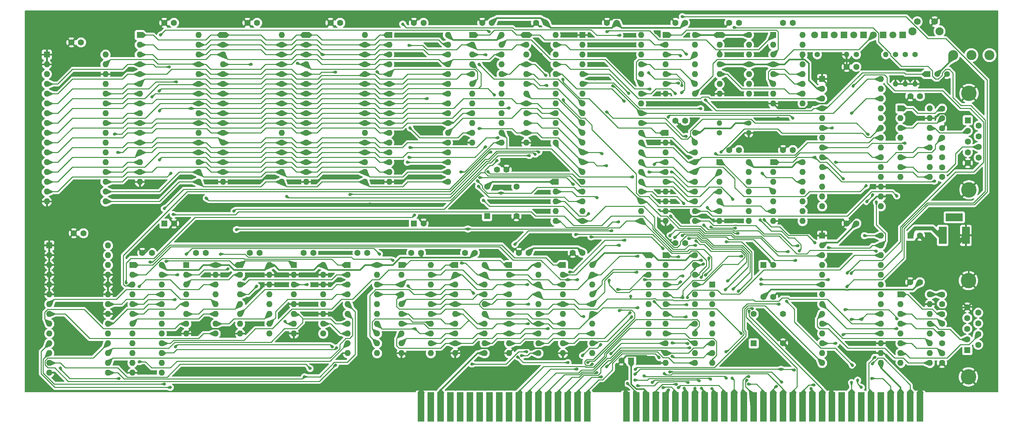
<source format=gtl>
G04 #@! TF.GenerationSoftware,KiCad,Pcbnew,7.0.7*
G04 #@! TF.CreationDate,2024-03-19T08:19:51-04:00*
G04 #@! TF.ProjectId,PCB - CPU V1,50434220-2d20-4435-9055-2056312e6b69,1.0*
G04 #@! TF.SameCoordinates,Original*
G04 #@! TF.FileFunction,Copper,L1,Top*
G04 #@! TF.FilePolarity,Positive*
%FSLAX46Y46*%
G04 Gerber Fmt 4.6, Leading zero omitted, Abs format (unit mm)*
G04 Created by KiCad (PCBNEW 7.0.7) date 2024-03-19 08:19:51*
%MOMM*%
%LPD*%
G01*
G04 APERTURE LIST*
G04 #@! TA.AperFunction,ComponentPad*
%ADD10O,1.600000X1.600000*%
G04 #@! TD*
G04 #@! TA.AperFunction,ComponentPad*
%ADD11R,1.600000X1.600000*%
G04 #@! TD*
G04 #@! TA.AperFunction,ComponentPad*
%ADD12C,1.400000*%
G04 #@! TD*
G04 #@! TA.AperFunction,ComponentPad*
%ADD13O,1.400000X1.400000*%
G04 #@! TD*
G04 #@! TA.AperFunction,ComponentPad*
%ADD14C,1.600000*%
G04 #@! TD*
G04 #@! TA.AperFunction,ComponentPad*
%ADD15R,2.000000X4.500000*%
G04 #@! TD*
G04 #@! TA.AperFunction,ComponentPad*
%ADD16R,4.500000X2.000000*%
G04 #@! TD*
G04 #@! TA.AperFunction,ComponentPad*
%ADD17C,4.000000*%
G04 #@! TD*
G04 #@! TA.AperFunction,ComponentPad*
%ADD18R,1.800000X1.800000*%
G04 #@! TD*
G04 #@! TA.AperFunction,ComponentPad*
%ADD19C,1.800000*%
G04 #@! TD*
G04 #@! TA.AperFunction,ComponentPad*
%ADD20R,1.500000X1.500000*%
G04 #@! TD*
G04 #@! TA.AperFunction,ComponentPad*
%ADD21C,1.500000*%
G04 #@! TD*
G04 #@! TA.AperFunction,ComponentPad*
%ADD22C,2.100000*%
G04 #@! TD*
G04 #@! TA.AperFunction,ComponentPad*
%ADD23C,1.750000*%
G04 #@! TD*
G04 #@! TA.AperFunction,ConnectorPad*
%ADD24R,1.780000X7.620000*%
G04 #@! TD*
G04 #@! TA.AperFunction,ComponentPad*
%ADD25C,2.600000*%
G04 #@! TD*
G04 #@! TA.AperFunction,ViaPad*
%ADD26C,0.800000*%
G04 #@! TD*
G04 #@! TA.AperFunction,Conductor*
%ADD27C,0.450000*%
G04 #@! TD*
G04 #@! TA.AperFunction,Conductor*
%ADD28C,1.000000*%
G04 #@! TD*
G04 #@! TA.AperFunction,Conductor*
%ADD29C,0.250000*%
G04 #@! TD*
G04 APERTURE END LIST*
D10*
X139065000Y-58420000D03*
X139065000Y-60960000D03*
X139065000Y-63500000D03*
X139065000Y-66040000D03*
X139065000Y-68580000D03*
X139065000Y-71120000D03*
X139065000Y-73660000D03*
X139065000Y-76200000D03*
X139065000Y-78740000D03*
X139065000Y-81280000D03*
X139065000Y-83820000D03*
X139065000Y-86360000D03*
X139065000Y-88900000D03*
X139065000Y-91440000D03*
X139065000Y-93980000D03*
X139065000Y-96520000D03*
X123825000Y-96520000D03*
X123825000Y-93980000D03*
X123825000Y-91440000D03*
X123825000Y-88900000D03*
X123825000Y-86360000D03*
X123825000Y-83820000D03*
X123825000Y-81280000D03*
X123825000Y-78740000D03*
X123825000Y-76200000D03*
X123825000Y-73660000D03*
X123825000Y-71120000D03*
X123825000Y-68580000D03*
X123825000Y-66040000D03*
X123825000Y-63500000D03*
X123825000Y-60960000D03*
D11*
X123825000Y-58420000D03*
D12*
X323850000Y-58420000D03*
D13*
X331470000Y-58420000D03*
D14*
X356235000Y-125750000D03*
X356235000Y-128250000D03*
D11*
X169545000Y-53340000D03*
D10*
X169545000Y-55880000D03*
X169545000Y-58420000D03*
X169545000Y-60960000D03*
X169545000Y-63500000D03*
X169545000Y-66040000D03*
X169545000Y-68580000D03*
X169545000Y-71120000D03*
X169545000Y-73660000D03*
X169545000Y-76200000D03*
X169545000Y-78740000D03*
X169545000Y-81280000D03*
X169545000Y-83820000D03*
X169545000Y-86360000D03*
X169545000Y-88900000D03*
X169545000Y-91440000D03*
X184785000Y-91440000D03*
X184785000Y-88900000D03*
X184785000Y-86360000D03*
X184785000Y-83820000D03*
X184785000Y-81280000D03*
X184785000Y-78740000D03*
X184785000Y-76200000D03*
X184785000Y-73660000D03*
X184785000Y-71120000D03*
X184785000Y-68580000D03*
X184785000Y-66040000D03*
X184785000Y-63500000D03*
X184785000Y-60960000D03*
X184785000Y-58420000D03*
X184785000Y-55880000D03*
X184785000Y-53340000D03*
D14*
X239375000Y-50165000D03*
X236875000Y-50165000D03*
X234930000Y-109855000D03*
X232430000Y-109855000D03*
X333990000Y-102235000D03*
X331490000Y-102235000D03*
D11*
X275525100Y-137795000D03*
D14*
X273025100Y-137795000D03*
X179050000Y-109855000D03*
X176550000Y-109855000D03*
D11*
X147955000Y-53340000D03*
D10*
X147955000Y-55880000D03*
X147955000Y-58420000D03*
X147955000Y-60960000D03*
X147955000Y-63500000D03*
X147955000Y-66040000D03*
X147955000Y-68580000D03*
X147955000Y-71120000D03*
X147955000Y-73660000D03*
X147955000Y-76200000D03*
X147955000Y-78740000D03*
X147955000Y-81280000D03*
X147955000Y-83820000D03*
X147955000Y-86360000D03*
X147955000Y-88900000D03*
X147955000Y-91440000D03*
X163195000Y-91440000D03*
X163195000Y-88900000D03*
X163195000Y-86360000D03*
X163195000Y-83820000D03*
X163195000Y-81280000D03*
X163195000Y-78740000D03*
X163195000Y-76200000D03*
X163195000Y-73660000D03*
X163195000Y-71120000D03*
X163195000Y-68580000D03*
X163195000Y-66040000D03*
X163195000Y-63500000D03*
X163195000Y-60960000D03*
X163195000Y-58420000D03*
X163195000Y-55880000D03*
X163195000Y-53340000D03*
D14*
X317480000Y-50165000D03*
X314980000Y-50165000D03*
D15*
X356410000Y-105325000D03*
X362410000Y-105325000D03*
D16*
X359410000Y-100625000D03*
D14*
X356235000Y-135910000D03*
X356235000Y-138410000D03*
D17*
X363220000Y-93490000D03*
X363220000Y-68490000D03*
D11*
X362920000Y-75450000D03*
D14*
X362920000Y-78220000D03*
X362920000Y-80990000D03*
X362920000Y-83760000D03*
X362920000Y-86530000D03*
X365760000Y-76835000D03*
X365760000Y-79605000D03*
X365760000Y-82375000D03*
X365760000Y-85145000D03*
X271760000Y-50165000D03*
X269260000Y-50165000D03*
D11*
X257810000Y-113030000D03*
D10*
X257810000Y-115570000D03*
X257810000Y-118110000D03*
X257810000Y-120650000D03*
X257810000Y-123190000D03*
X257810000Y-125730000D03*
X257810000Y-128270000D03*
X257810000Y-130810000D03*
X257810000Y-133350000D03*
X257810000Y-135890000D03*
X265430000Y-135890000D03*
X265430000Y-133350000D03*
X265430000Y-130810000D03*
X265430000Y-128270000D03*
X265430000Y-125730000D03*
X265430000Y-123190000D03*
X265430000Y-120650000D03*
X265430000Y-118110000D03*
X265430000Y-115570000D03*
X265430000Y-113030000D03*
D14*
X193020000Y-109855000D03*
X190520000Y-109855000D03*
D12*
X298450000Y-78740000D03*
D13*
X306070000Y-78740000D03*
D18*
X335895000Y-53340000D03*
D19*
X333355000Y-53340000D03*
D11*
X284480000Y-53340000D03*
D10*
X284480000Y-55880000D03*
X284480000Y-58420000D03*
X284480000Y-60960000D03*
X284480000Y-63500000D03*
X284480000Y-66040000D03*
X284480000Y-68580000D03*
X292100000Y-68580000D03*
X292100000Y-66040000D03*
X292100000Y-63500000D03*
X292100000Y-60960000D03*
X292100000Y-58420000D03*
X292100000Y-55880000D03*
X292100000Y-53340000D03*
D14*
X151110000Y-109855000D03*
X148610000Y-109855000D03*
X289540000Y-107315000D03*
X287040000Y-107315000D03*
D11*
X201930000Y-113030000D03*
D10*
X201930000Y-115570000D03*
X201930000Y-118110000D03*
X201930000Y-120650000D03*
X201930000Y-123190000D03*
X201930000Y-125730000D03*
X201930000Y-128270000D03*
X201930000Y-130810000D03*
X201930000Y-133350000D03*
X201930000Y-135890000D03*
X209550000Y-135890000D03*
X209550000Y-133350000D03*
X209550000Y-130810000D03*
X209550000Y-128270000D03*
X209550000Y-125730000D03*
X209550000Y-123190000D03*
X209550000Y-120650000D03*
X209550000Y-118110000D03*
X209550000Y-115570000D03*
X209550000Y-113030000D03*
D11*
X312420000Y-53340000D03*
D10*
X312420000Y-55880000D03*
X312420000Y-58420000D03*
X312420000Y-60960000D03*
X312420000Y-63500000D03*
X312420000Y-66040000D03*
X312420000Y-68580000D03*
X312420000Y-71120000D03*
X320040000Y-71120000D03*
X320040000Y-68580000D03*
X320040000Y-66040000D03*
X320040000Y-63500000D03*
X320040000Y-60960000D03*
X320040000Y-58420000D03*
X320040000Y-55880000D03*
X320040000Y-53340000D03*
D18*
X330815000Y-53340000D03*
D19*
X328275000Y-53340000D03*
D11*
X280035000Y-110490000D03*
D10*
X280035000Y-113030000D03*
X280035000Y-115570000D03*
X280035000Y-118110000D03*
X280035000Y-120650000D03*
X280035000Y-123190000D03*
X280035000Y-125730000D03*
X280035000Y-128270000D03*
X280035000Y-130810000D03*
D14*
X356235000Y-87650000D03*
X356235000Y-90150000D03*
X178415000Y-50165000D03*
X175915000Y-50165000D03*
X248900000Y-109855000D03*
X246400000Y-109855000D03*
D11*
X298450000Y-86360000D03*
D10*
X298450000Y-88900000D03*
X298450000Y-91440000D03*
X298450000Y-93980000D03*
X298450000Y-96520000D03*
X298450000Y-99060000D03*
X298450000Y-101600000D03*
X306070000Y-101600000D03*
X306070000Y-99060000D03*
X306070000Y-96520000D03*
X306070000Y-93980000D03*
X306070000Y-91440000D03*
X306070000Y-88900000D03*
X306070000Y-86360000D03*
D11*
X173990000Y-113030000D03*
D10*
X173990000Y-115570000D03*
X173990000Y-118110000D03*
X173990000Y-120650000D03*
X173990000Y-123190000D03*
X173990000Y-125730000D03*
X173990000Y-128270000D03*
X173990000Y-130810000D03*
X181610000Y-130810000D03*
X181610000Y-128270000D03*
X181610000Y-125730000D03*
X181610000Y-123190000D03*
X181610000Y-120650000D03*
X181610000Y-118110000D03*
X181610000Y-115570000D03*
X181610000Y-113030000D03*
D14*
X289540000Y-50165000D03*
X287040000Y-50165000D03*
X220960000Y-109855000D03*
X218460000Y-109855000D03*
D18*
X346055000Y-53340000D03*
D19*
X343515000Y-53340000D03*
D11*
X229870000Y-113030000D03*
D10*
X229870000Y-115570000D03*
X229870000Y-118110000D03*
X229870000Y-120650000D03*
X229870000Y-123190000D03*
X229870000Y-125730000D03*
X229870000Y-128270000D03*
X229870000Y-130810000D03*
X229870000Y-133350000D03*
X229870000Y-135890000D03*
X237490000Y-135890000D03*
X237490000Y-133350000D03*
X237490000Y-130810000D03*
X237490000Y-128270000D03*
X237490000Y-125730000D03*
X237490000Y-123190000D03*
X237490000Y-120650000D03*
X237490000Y-118110000D03*
X237490000Y-115570000D03*
X237490000Y-113030000D03*
D18*
X340975000Y-53340000D03*
D19*
X338435000Y-53340000D03*
D14*
X132695000Y-55245000D03*
X130195000Y-55245000D03*
X309900000Y-121285000D03*
X312400000Y-121285000D03*
D11*
X307340000Y-133350000D03*
D14*
X314960000Y-133350000D03*
X314960000Y-125730000D03*
X307340000Y-125730000D03*
D20*
X352415000Y-63500000D03*
D21*
X354955000Y-63500000D03*
X357495000Y-63500000D03*
D14*
X156825000Y-50165000D03*
X154325000Y-50165000D03*
D11*
X160020000Y-113030000D03*
D10*
X160020000Y-115570000D03*
X160020000Y-118110000D03*
X160020000Y-120650000D03*
X160020000Y-123190000D03*
X160020000Y-125730000D03*
X160020000Y-128270000D03*
X160020000Y-130810000D03*
X167640000Y-130810000D03*
X167640000Y-128270000D03*
X167640000Y-125730000D03*
X167640000Y-123190000D03*
X167640000Y-120650000D03*
X167640000Y-118110000D03*
X167640000Y-115570000D03*
X167640000Y-113030000D03*
D14*
X356235000Y-130830000D03*
X356235000Y-133330000D03*
X133330000Y-104775000D03*
X130830000Y-104775000D03*
D11*
X345440000Y-72390000D03*
D10*
X345440000Y-74930000D03*
X345440000Y-77470000D03*
X345440000Y-80010000D03*
X345440000Y-82550000D03*
X345440000Y-85090000D03*
X345440000Y-87630000D03*
X345440000Y-90170000D03*
X353060000Y-90170000D03*
X353060000Y-87630000D03*
X353060000Y-85090000D03*
X353060000Y-82550000D03*
X353060000Y-80010000D03*
X353060000Y-77470000D03*
X353060000Y-74930000D03*
X353060000Y-72390000D03*
D11*
X187960000Y-113020000D03*
D10*
X187960000Y-115560000D03*
X187960000Y-118100000D03*
X187960000Y-120640000D03*
X187960000Y-123180000D03*
X187960000Y-125720000D03*
X187960000Y-128260000D03*
X187960000Y-130800000D03*
X195580000Y-130800000D03*
X195580000Y-128260000D03*
X195580000Y-125720000D03*
X195580000Y-123180000D03*
X195580000Y-120640000D03*
X195580000Y-118100000D03*
X195580000Y-115560000D03*
X195580000Y-113020000D03*
D14*
X253345000Y-50165000D03*
X250845000Y-50165000D03*
X303510000Y-83185000D03*
X301010000Y-83185000D03*
D11*
X219139900Y-102235000D03*
D14*
X221639900Y-102235000D03*
X356235000Y-79990000D03*
X356235000Y-77490000D03*
X350520000Y-69215000D03*
X348020000Y-69215000D03*
D11*
X191135000Y-53340000D03*
D10*
X191135000Y-55880000D03*
X191135000Y-58420000D03*
X191135000Y-60960000D03*
X191135000Y-63500000D03*
X191135000Y-66040000D03*
X191135000Y-68580000D03*
X191135000Y-71120000D03*
X191135000Y-73660000D03*
X191135000Y-76200000D03*
X191135000Y-78740000D03*
X191135000Y-81280000D03*
X191135000Y-83820000D03*
X191135000Y-86360000D03*
X191135000Y-88900000D03*
X191135000Y-91440000D03*
X206375000Y-91440000D03*
X206375000Y-88900000D03*
X206375000Y-86360000D03*
X206375000Y-83820000D03*
X206375000Y-81280000D03*
X206375000Y-78740000D03*
X206375000Y-76200000D03*
X206375000Y-73660000D03*
X206375000Y-71120000D03*
X206375000Y-68580000D03*
X206375000Y-66040000D03*
X206375000Y-63500000D03*
X206375000Y-60960000D03*
X206375000Y-58420000D03*
X206375000Y-55880000D03*
X206375000Y-53340000D03*
D14*
X356235000Y-120670000D03*
X356235000Y-123170000D03*
X350500000Y-117475000D03*
X348000000Y-117475000D03*
D12*
X346710000Y-58420000D03*
D13*
X346710000Y-66040000D03*
D22*
X348580000Y-52351500D03*
X355590000Y-52351500D03*
D23*
X349830000Y-49861500D03*
X354330000Y-49861500D03*
D11*
X325115000Y-64755000D03*
D10*
X325115000Y-67295000D03*
X325115000Y-69835000D03*
X325115000Y-72375000D03*
X325115000Y-74915000D03*
X325115000Y-77455000D03*
X325115000Y-79995000D03*
X325115000Y-82535000D03*
X325115000Y-85075000D03*
X325115000Y-87615000D03*
X325115000Y-90155000D03*
X325115000Y-92695000D03*
X325115000Y-95235000D03*
X325115000Y-97775000D03*
X340355000Y-97775000D03*
X340355000Y-95235000D03*
X340355000Y-92695000D03*
X340355000Y-90155000D03*
X340355000Y-87615000D03*
X340355000Y-85075000D03*
X340355000Y-82535000D03*
X340355000Y-79995000D03*
X340355000Y-77455000D03*
X340355000Y-74915000D03*
X340355000Y-72375000D03*
X340355000Y-69835000D03*
X340355000Y-67295000D03*
X340355000Y-64755000D03*
D14*
X356235000Y-82570000D03*
X356235000Y-85070000D03*
D18*
X325735000Y-53340000D03*
D19*
X323195000Y-53340000D03*
D14*
X333990000Y-61595000D03*
X331490000Y-61595000D03*
D17*
X363094700Y-142050000D03*
X363094700Y-117050000D03*
D11*
X362794700Y-135090000D03*
D14*
X362794700Y-132320000D03*
X362794700Y-129550000D03*
X362794700Y-126780000D03*
X362794700Y-124010000D03*
X365634700Y-133705000D03*
X365634700Y-130935000D03*
X365634700Y-128165000D03*
X365634700Y-125395000D03*
D11*
X243840000Y-113030000D03*
D10*
X243840000Y-115570000D03*
X243840000Y-118110000D03*
X243840000Y-120650000D03*
X243840000Y-123190000D03*
X243840000Y-125730000D03*
X243840000Y-128270000D03*
X243840000Y-130810000D03*
X243840000Y-133350000D03*
X243840000Y-135890000D03*
X251460000Y-135890000D03*
X251460000Y-133350000D03*
X251460000Y-130810000D03*
X251460000Y-128270000D03*
X251460000Y-125730000D03*
X251460000Y-123190000D03*
X251460000Y-120650000D03*
X251460000Y-118110000D03*
X251460000Y-115570000D03*
X251460000Y-113030000D03*
D11*
X298490000Y-53340000D03*
D10*
X298490000Y-55880000D03*
X298490000Y-58420000D03*
X298490000Y-60960000D03*
X298490000Y-63500000D03*
X298490000Y-66040000D03*
X298490000Y-68580000D03*
X306110000Y-68580000D03*
X306110000Y-66040000D03*
X306110000Y-63500000D03*
X306110000Y-60960000D03*
X306110000Y-58420000D03*
X306110000Y-55880000D03*
X306110000Y-53340000D03*
D14*
X199985000Y-50165000D03*
X197485000Y-50165000D03*
D12*
X349250000Y-58420000D03*
D13*
X349250000Y-66040000D03*
D14*
X165080000Y-109855000D03*
X162580000Y-109855000D03*
D11*
X255905000Y-91440000D03*
D10*
X255905000Y-93980000D03*
X255905000Y-96520000D03*
X255905000Y-99060000D03*
X255905000Y-101600000D03*
D11*
X215900000Y-113030000D03*
D10*
X215900000Y-115570000D03*
X215900000Y-118110000D03*
X215900000Y-120650000D03*
X215900000Y-123190000D03*
X215900000Y-125730000D03*
X215900000Y-128270000D03*
X215900000Y-130810000D03*
X215900000Y-133350000D03*
X215900000Y-135890000D03*
X223520000Y-135890000D03*
X223520000Y-133350000D03*
X223520000Y-130810000D03*
X223520000Y-128270000D03*
X223520000Y-125730000D03*
X223520000Y-123190000D03*
X223520000Y-120650000D03*
X223520000Y-118110000D03*
X223520000Y-115570000D03*
X223520000Y-113030000D03*
D11*
X284440000Y-78740000D03*
D10*
X284440000Y-81280000D03*
X284440000Y-83820000D03*
X284440000Y-86360000D03*
X284440000Y-88900000D03*
X284440000Y-91440000D03*
X284440000Y-93980000D03*
X284440000Y-96520000D03*
X284440000Y-99060000D03*
X284440000Y-101600000D03*
X292060000Y-101600000D03*
X292060000Y-99060000D03*
X292060000Y-96520000D03*
X292060000Y-93980000D03*
X292060000Y-91440000D03*
X292060000Y-88900000D03*
X292060000Y-86360000D03*
X292060000Y-83820000D03*
X292060000Y-81280000D03*
X292060000Y-78740000D03*
D11*
X146050000Y-113030000D03*
D10*
X146050000Y-115570000D03*
X146050000Y-118110000D03*
X146050000Y-120650000D03*
X146050000Y-123190000D03*
X146050000Y-125730000D03*
X146050000Y-128270000D03*
X146050000Y-130810000D03*
X146050000Y-133350000D03*
X146050000Y-135890000D03*
X146050000Y-138430000D03*
X146050000Y-140970000D03*
X153670000Y-140970000D03*
X153670000Y-138430000D03*
X153670000Y-135890000D03*
X153670000Y-133350000D03*
X153670000Y-130810000D03*
X153670000Y-128270000D03*
X153670000Y-125730000D03*
X153670000Y-123190000D03*
X153670000Y-120650000D03*
X153670000Y-118110000D03*
X153670000Y-115570000D03*
X153670000Y-113030000D03*
D11*
X262890000Y-53340000D03*
D10*
X262890000Y-55880000D03*
X262890000Y-58420000D03*
X262890000Y-60960000D03*
X262890000Y-63500000D03*
X262890000Y-66040000D03*
X262890000Y-68580000D03*
X262890000Y-71120000D03*
X262890000Y-73660000D03*
X262890000Y-76200000D03*
X262890000Y-78740000D03*
X262890000Y-81280000D03*
X262890000Y-83820000D03*
X262890000Y-86360000D03*
X262890000Y-88900000D03*
X262890000Y-91440000D03*
X262890000Y-93980000D03*
X262890000Y-96520000D03*
X262890000Y-99060000D03*
X262890000Y-101600000D03*
X278130000Y-101600000D03*
X278130000Y-99060000D03*
X278130000Y-96520000D03*
X278130000Y-93980000D03*
X278130000Y-91440000D03*
X278130000Y-88900000D03*
X278130000Y-86360000D03*
X278130000Y-83820000D03*
X278130000Y-81280000D03*
X278130000Y-78740000D03*
X278130000Y-76200000D03*
X278130000Y-73660000D03*
X278130000Y-71120000D03*
X278130000Y-68580000D03*
X278130000Y-66040000D03*
X278130000Y-63500000D03*
X278130000Y-60960000D03*
X278130000Y-58420000D03*
X278130000Y-55880000D03*
X278130000Y-53340000D03*
D11*
X348020000Y-105410000D03*
D14*
X350520000Y-105410000D03*
X289540000Y-75565000D03*
X287040000Y-75565000D03*
D11*
X325115000Y-105395000D03*
D10*
X325115000Y-107935000D03*
X325115000Y-110475000D03*
X325115000Y-113015000D03*
X325115000Y-115555000D03*
X325115000Y-118095000D03*
X325115000Y-120635000D03*
X325115000Y-123175000D03*
X325115000Y-125715000D03*
X325115000Y-128255000D03*
X325115000Y-130795000D03*
X325115000Y-133335000D03*
X325115000Y-135875000D03*
X325115000Y-138415000D03*
X340355000Y-138415000D03*
X340355000Y-135875000D03*
X340355000Y-133335000D03*
X340355000Y-130795000D03*
X340355000Y-128255000D03*
X340355000Y-125715000D03*
X340355000Y-123175000D03*
X340355000Y-120635000D03*
X340355000Y-118095000D03*
X340355000Y-115555000D03*
X340355000Y-113015000D03*
X340355000Y-110475000D03*
X340355000Y-107935000D03*
X340355000Y-105395000D03*
D24*
X220980000Y-149860000D03*
X223520000Y-149860000D03*
X226060000Y-149860000D03*
X228600000Y-149860000D03*
X231140000Y-149860000D03*
X233680000Y-149860000D03*
X236220000Y-149860000D03*
X238760000Y-149860000D03*
X241300000Y-149860000D03*
X243840000Y-149860000D03*
X246380000Y-149860000D03*
X248920000Y-149860000D03*
X251460000Y-149860000D03*
X254000000Y-149860000D03*
X256540000Y-149860000D03*
X259080000Y-149860000D03*
X261620000Y-149860000D03*
X264160000Y-149860000D03*
X274320000Y-149860000D03*
X276860000Y-149860000D03*
X279400000Y-149860000D03*
X281940000Y-149860000D03*
X284480000Y-149860000D03*
X287020000Y-149860000D03*
X289560000Y-149860000D03*
X292100000Y-149860000D03*
X294640000Y-149860000D03*
X297180000Y-149860000D03*
X299720000Y-149860000D03*
X302260000Y-149860000D03*
X304800000Y-149860000D03*
X307340000Y-149860000D03*
X309880000Y-149860000D03*
X312420000Y-149860000D03*
X314960000Y-149860000D03*
X317500000Y-149860000D03*
X320040000Y-149860000D03*
X322580000Y-149860000D03*
X325120000Y-149860000D03*
X327660000Y-149860000D03*
X330200000Y-149860000D03*
X332740000Y-149860000D03*
X335280000Y-149860000D03*
X337820000Y-149860000D03*
X340360000Y-149860000D03*
X342900000Y-149860000D03*
X345440000Y-149860000D03*
X347980000Y-149860000D03*
X350520000Y-149860000D03*
D14*
X356235000Y-72410000D03*
X356235000Y-74910000D03*
D25*
X359155000Y-58549000D03*
X363855000Y-58549000D03*
X368555000Y-58549000D03*
D14*
X206990000Y-109855000D03*
X204490000Y-109855000D03*
D11*
X212725000Y-53340000D03*
D10*
X212725000Y-55880000D03*
X212725000Y-58420000D03*
X212725000Y-60960000D03*
X212725000Y-63500000D03*
X212725000Y-66040000D03*
X212725000Y-68580000D03*
X212725000Y-71120000D03*
X212725000Y-73660000D03*
X212725000Y-76200000D03*
X212725000Y-78740000D03*
X212725000Y-81280000D03*
X212725000Y-83820000D03*
X212725000Y-86360000D03*
X212725000Y-88900000D03*
X212725000Y-91440000D03*
X227965000Y-91440000D03*
X227965000Y-88900000D03*
X227965000Y-86360000D03*
X227965000Y-83820000D03*
X227965000Y-81280000D03*
X227965000Y-78740000D03*
X227965000Y-76200000D03*
X227965000Y-73660000D03*
X227965000Y-71120000D03*
X227965000Y-68580000D03*
X227965000Y-66040000D03*
X227965000Y-63500000D03*
X227965000Y-60960000D03*
X227965000Y-58420000D03*
X227965000Y-55880000D03*
X227965000Y-53340000D03*
D14*
X317480000Y-83185000D03*
X314980000Y-83185000D03*
D11*
X312420000Y-86360000D03*
D10*
X312420000Y-88900000D03*
X312420000Y-91440000D03*
X312420000Y-93980000D03*
X312420000Y-96520000D03*
X312420000Y-99060000D03*
X312420000Y-101600000D03*
X320040000Y-101600000D03*
X320040000Y-99060000D03*
X320040000Y-96520000D03*
X320040000Y-93980000D03*
X320040000Y-91440000D03*
X320040000Y-88900000D03*
X320040000Y-86360000D03*
D14*
X221615000Y-50165000D03*
X219115000Y-50165000D03*
X240685000Y-88265000D03*
X243185000Y-88265000D03*
X303510000Y-50165000D03*
X301010000Y-50165000D03*
D11*
X124455000Y-107935000D03*
D10*
X124455000Y-110475000D03*
X124455000Y-113015000D03*
X124455000Y-115555000D03*
X124455000Y-118095000D03*
X124455000Y-120635000D03*
X124455000Y-123175000D03*
X124455000Y-125715000D03*
X124455000Y-128255000D03*
X124455000Y-130795000D03*
X124455000Y-133335000D03*
X124455000Y-135875000D03*
X124455000Y-138415000D03*
X124455000Y-140955000D03*
X139695000Y-140955000D03*
X139695000Y-138415000D03*
X139695000Y-135875000D03*
X139695000Y-133335000D03*
X139695000Y-130795000D03*
X139695000Y-128255000D03*
X139695000Y-125715000D03*
X139695000Y-123175000D03*
X139695000Y-120635000D03*
X139695000Y-118095000D03*
X139695000Y-115555000D03*
X139695000Y-113015000D03*
X139695000Y-110475000D03*
X139695000Y-107935000D03*
D11*
X154345000Y-102235000D03*
D14*
X156845000Y-102235000D03*
D11*
X284480000Y-110490000D03*
D10*
X284480000Y-113030000D03*
X284480000Y-115570000D03*
X284480000Y-118110000D03*
X284480000Y-120650000D03*
X284480000Y-123190000D03*
X284480000Y-125730000D03*
X284480000Y-128270000D03*
X284480000Y-130810000D03*
X284480000Y-133350000D03*
X284480000Y-135890000D03*
X284480000Y-138430000D03*
X292100000Y-138430000D03*
X292100000Y-135890000D03*
X292100000Y-133350000D03*
X292100000Y-130810000D03*
X292100000Y-128270000D03*
X292100000Y-125730000D03*
X292100000Y-123190000D03*
X292100000Y-120650000D03*
X292100000Y-118110000D03*
X292100000Y-115570000D03*
X292100000Y-113030000D03*
X292100000Y-110490000D03*
D12*
X344170000Y-58420000D03*
D13*
X344170000Y-66040000D03*
D11*
X309880000Y-113030000D03*
D14*
X312380000Y-113030000D03*
D11*
X248285000Y-53340000D03*
D10*
X248285000Y-55880000D03*
X248285000Y-58420000D03*
X248285000Y-60960000D03*
X248285000Y-63500000D03*
X248285000Y-66040000D03*
X248285000Y-68580000D03*
X248285000Y-71120000D03*
X248285000Y-73660000D03*
X248285000Y-76200000D03*
X248285000Y-78740000D03*
X248285000Y-81280000D03*
X255905000Y-81280000D03*
X255905000Y-78740000D03*
X255905000Y-76200000D03*
X255905000Y-73660000D03*
X255905000Y-71120000D03*
X255905000Y-68580000D03*
X255905000Y-66040000D03*
X255905000Y-63500000D03*
X255905000Y-60960000D03*
X255905000Y-58420000D03*
X255905000Y-55880000D03*
X255905000Y-53340000D03*
D12*
X334010000Y-58420000D03*
D13*
X341630000Y-58420000D03*
D11*
X345450000Y-120640000D03*
D10*
X345450000Y-123180000D03*
X345450000Y-125720000D03*
X345450000Y-128260000D03*
X345450000Y-130800000D03*
X345450000Y-133340000D03*
X345450000Y-135880000D03*
X345450000Y-138420000D03*
X353070000Y-138420000D03*
X353070000Y-135880000D03*
X353070000Y-133340000D03*
X353070000Y-130800000D03*
X353070000Y-128260000D03*
X353070000Y-125720000D03*
X353070000Y-123180000D03*
X353070000Y-120640000D03*
D14*
X262870000Y-109855000D03*
X260370000Y-109855000D03*
D11*
X296545000Y-118110000D03*
D10*
X296545000Y-120650000D03*
X296545000Y-123190000D03*
X296545000Y-125730000D03*
X296545000Y-128270000D03*
X296545000Y-130810000D03*
X296545000Y-133350000D03*
X296545000Y-135890000D03*
X296545000Y-138430000D03*
D11*
X238125000Y-100330000D03*
D14*
X245745000Y-100330000D03*
X245745000Y-92710000D03*
X238125000Y-92710000D03*
D11*
X234270000Y-53335000D03*
D10*
X234270000Y-55875000D03*
X234270000Y-58415000D03*
X234270000Y-60955000D03*
X234270000Y-63495000D03*
X234270000Y-66035000D03*
X234270000Y-68575000D03*
X234270000Y-71115000D03*
X234270000Y-73655000D03*
X234270000Y-76195000D03*
X234270000Y-78735000D03*
X234270000Y-81275000D03*
X241890000Y-81275000D03*
X241890000Y-78735000D03*
X241890000Y-76195000D03*
X241890000Y-73655000D03*
X241890000Y-71115000D03*
X241890000Y-68575000D03*
X241890000Y-66035000D03*
X241890000Y-63495000D03*
X241890000Y-60955000D03*
X241890000Y-58415000D03*
X241890000Y-55875000D03*
X241890000Y-53335000D03*
D12*
X306070000Y-76200000D03*
D13*
X298450000Y-76200000D03*
D26*
X319405000Y-135255000D03*
X161925000Y-97155000D03*
X336550000Y-60325000D03*
X241300000Y-92710000D03*
X290195000Y-53340000D03*
X252095000Y-93980000D03*
X220980000Y-53340000D03*
X232410000Y-144145000D03*
X308610000Y-55245000D03*
X309245000Y-68580000D03*
X318135000Y-80645000D03*
X208280000Y-106680000D03*
X168275000Y-140970000D03*
X269240000Y-55880000D03*
X266065000Y-64770000D03*
X309245000Y-57785000D03*
X225425000Y-78105000D03*
X252730000Y-55880000D03*
X304165000Y-62230000D03*
X367665000Y-49530000D03*
X215265000Y-109855000D03*
X181610000Y-106680000D03*
X269240000Y-58420000D03*
X224155000Y-60960000D03*
X255270000Y-110490000D03*
X281940000Y-52705000D03*
X220345000Y-135890000D03*
X238760000Y-109855000D03*
X329565000Y-111125000D03*
X217805000Y-79375000D03*
X274320000Y-58420000D03*
X151765000Y-95250000D03*
X274955000Y-55880000D03*
X266700000Y-60960000D03*
X312420000Y-135255000D03*
X252095000Y-99060000D03*
X304165000Y-58420000D03*
X309245000Y-63500000D03*
X285115000Y-71120000D03*
X198755000Y-109855000D03*
X321945000Y-127635000D03*
X233680000Y-95885000D03*
X207645000Y-97155000D03*
X367030000Y-105410000D03*
X353695000Y-113665000D03*
X252095000Y-58420000D03*
X327660000Y-95885000D03*
X135255000Y-99695000D03*
X304165000Y-55880000D03*
X328295000Y-68580000D03*
X161925000Y-104140000D03*
X245745000Y-96520000D03*
X252095000Y-106045000D03*
X227965000Y-106045000D03*
X227965000Y-101600000D03*
X220980000Y-87630000D03*
X233680000Y-101600000D03*
X168275000Y-102235000D03*
X224155000Y-109855000D03*
X275590000Y-53340000D03*
X233680000Y-105410000D03*
X251460000Y-96520000D03*
X250190000Y-86995000D03*
X128270000Y-130175000D03*
X220980000Y-58420000D03*
X240030000Y-62865000D03*
X224155000Y-55880000D03*
X327660000Y-142240000D03*
X313690000Y-74930000D03*
X327660000Y-60960000D03*
X310026154Y-101229884D03*
X288401300Y-58737500D03*
X323229900Y-107265600D03*
X266687890Y-95567500D03*
X283752100Y-144855400D03*
X294267100Y-112732000D03*
X264512094Y-99656788D03*
X269790000Y-116995000D03*
X261062600Y-105131500D03*
X288650200Y-68298000D03*
X300199700Y-106987300D03*
X303363700Y-119817400D03*
X272288300Y-101820400D03*
X306070000Y-141926100D03*
X285207500Y-145428400D03*
X272041400Y-119369700D03*
X315835200Y-122377700D03*
X337984000Y-142432300D03*
X318249200Y-111832600D03*
X286856700Y-105884100D03*
X332986900Y-139055000D03*
X288332300Y-117367100D03*
X289321600Y-144982500D03*
X292058300Y-144965700D03*
X332740000Y-73660000D03*
X288923700Y-121464600D03*
X304243400Y-110733000D03*
X290120200Y-121490500D03*
X293747900Y-144964900D03*
X289973000Y-123315400D03*
X289816700Y-126471400D03*
X296471900Y-145045304D03*
X287799400Y-144830900D03*
X282800600Y-137029900D03*
X290740200Y-134504600D03*
X266632000Y-140900800D03*
X269098600Y-139396900D03*
X270229600Y-136039900D03*
X267783500Y-142052300D03*
X286189200Y-136699600D03*
X338135800Y-138648200D03*
X245326100Y-107660900D03*
X330597700Y-90664500D03*
X323215000Y-85090000D03*
X294787500Y-70123600D03*
X270510000Y-104140000D03*
X313962000Y-123169200D03*
X301699800Y-142344700D03*
X286980700Y-68521400D03*
X318853900Y-108025600D03*
X300163900Y-135508800D03*
X339188300Y-96686400D03*
X326693200Y-108495000D03*
X287891500Y-65802300D03*
X332740000Y-143510000D03*
X302260100Y-51345000D03*
X332641200Y-115159500D03*
X269243400Y-52495500D03*
X316287900Y-109542600D03*
X240726100Y-85877900D03*
X172402500Y-99060000D03*
X155575000Y-61609000D03*
X188912506Y-60642500D03*
X299991300Y-119405900D03*
X237172500Y-96202500D03*
X176847494Y-60960000D03*
X218122500Y-77470000D03*
X262879200Y-136514200D03*
X290326400Y-143511500D03*
X198755000Y-62955014D03*
X236049986Y-60960000D03*
X209550000Y-62865000D03*
X253682500Y-66400300D03*
X267652500Y-133667500D03*
X277163400Y-144335000D03*
X269135800Y-87232900D03*
X236039300Y-77570200D03*
X267970000Y-84137500D03*
X153000350Y-67855000D03*
X240041421Y-68908921D03*
X222567500Y-69850000D03*
X237775861Y-58456381D03*
X161290000Y-72390004D03*
X153022550Y-73012550D03*
X147771300Y-118612400D03*
X243840000Y-72241800D03*
X309151600Y-116682100D03*
X276632500Y-140085761D03*
X326707510Y-116840000D03*
X240982500Y-80010000D03*
X218122500Y-82550000D03*
X217805000Y-85090000D03*
X157162500Y-122000400D03*
X317892800Y-140275200D03*
X314412100Y-140060200D03*
X237710700Y-82340200D03*
X276527400Y-141342700D03*
X170877604Y-114016600D03*
X330517504Y-131127500D03*
X337003347Y-79166347D03*
X248692530Y-118110000D03*
X272476800Y-107891500D03*
X153035000Y-85725000D03*
X275393500Y-121160600D03*
X338244000Y-94800600D03*
X259538900Y-114814500D03*
X273852000Y-106577900D03*
X334327500Y-142875000D03*
X336681900Y-96559000D03*
X332672600Y-127094900D03*
X335356900Y-127103613D03*
X248826500Y-128270000D03*
X335279993Y-144779993D03*
X254000000Y-129540000D03*
X275237400Y-125372800D03*
X336550000Y-92392500D03*
X219401100Y-129548596D03*
X297433700Y-84114200D03*
X275687300Y-126466500D03*
X298845900Y-83732700D03*
X156040500Y-89160500D03*
X277260800Y-124113800D03*
X217395900Y-86360000D03*
X294371000Y-102658400D03*
X277017200Y-114894700D03*
X339172300Y-109413000D03*
X234632500Y-120332500D03*
X344488600Y-95084600D03*
X231437500Y-112503900D03*
X277244000Y-110726100D03*
X289242500Y-97071700D03*
X142240000Y-83820000D03*
X295275000Y-98107506D03*
X156615780Y-99906677D03*
X292268000Y-107900600D03*
X141344500Y-79000500D03*
X283799300Y-108757400D03*
X235884100Y-92567600D03*
X265090000Y-105729300D03*
X286197100Y-133245100D03*
X290247900Y-133400400D03*
X280364803Y-67370503D03*
X303274100Y-104795100D03*
X238638600Y-52421800D03*
X286027500Y-88833800D03*
X285774600Y-100308300D03*
X153352500Y-53340000D03*
X306949200Y-124320400D03*
X260469800Y-92075000D03*
X236203000Y-90314700D03*
X278861200Y-141758400D03*
X300252400Y-142329800D03*
X296140700Y-142610900D03*
X151091298Y-69427402D03*
X241742600Y-94340400D03*
X276509900Y-142874992D03*
X235628200Y-91161700D03*
X246062500Y-136842500D03*
X259134300Y-138320900D03*
X280987500Y-143510000D03*
X238283100Y-88758300D03*
X293226700Y-143061200D03*
X231299900Y-88844000D03*
X157480000Y-65474200D03*
X233129900Y-103676400D03*
X294822000Y-115625700D03*
X173037500Y-103822500D03*
X275907494Y-90170000D03*
X304093600Y-130766200D03*
X154321900Y-98386000D03*
X281503200Y-122476300D03*
X322987400Y-144129900D03*
X331539500Y-118641200D03*
X288791800Y-48562500D03*
X185637800Y-127635000D03*
X272596200Y-53412700D03*
X216217532Y-50482500D03*
X289825400Y-79604400D03*
X269157800Y-73262300D03*
X178302600Y-118502700D03*
X195285300Y-58420000D03*
X217851300Y-56024700D03*
X336081900Y-105395000D03*
X338779200Y-136921800D03*
X270707347Y-66495353D03*
X285598000Y-140760900D03*
X314619300Y-143422100D03*
X284112000Y-141191200D03*
X239112200Y-83662800D03*
X302589000Y-103428400D03*
X253365000Y-63817500D03*
X257879753Y-70164447D03*
X296227500Y-103154078D03*
X306144400Y-124930400D03*
X144390042Y-117655592D03*
X331615100Y-115083100D03*
X333144800Y-66571400D03*
X322247000Y-145097500D03*
X219289100Y-100011300D03*
X293608000Y-72430800D03*
X319149500Y-109366600D03*
X309029514Y-101311686D03*
X313221400Y-144462500D03*
X290488700Y-106152500D03*
X300573700Y-117160600D03*
X274912400Y-68478000D03*
X305979653Y-143936547D03*
X305558304Y-142878802D03*
X288816000Y-105379800D03*
X301992700Y-119268100D03*
X287253600Y-143961800D03*
X287876700Y-110876100D03*
X274594046Y-143765546D03*
X288676900Y-66431800D03*
X280024700Y-63115500D03*
X272433000Y-124846600D03*
X265447400Y-138759800D03*
X285536600Y-105433800D03*
X273685000Y-70485000D03*
X257832725Y-64824275D03*
X289853000Y-58322400D03*
X295693000Y-111221700D03*
X301940200Y-95955600D03*
X293661000Y-116249900D03*
X288921600Y-115840400D03*
X280125000Y-88900000D03*
X279000000Y-116840000D03*
X281540100Y-86905000D03*
X292343600Y-106707400D03*
X309172700Y-117954600D03*
X327740300Y-77455000D03*
X264199700Y-138332800D03*
X261405500Y-140042000D03*
X248919996Y-123190000D03*
X197907400Y-134212500D03*
X157217300Y-134212500D03*
X247015000Y-136525000D03*
X263207500Y-126365000D03*
X150585118Y-112263000D03*
X127317500Y-139757800D03*
X142557500Y-142456600D03*
X213677500Y-111782200D03*
X217620400Y-118427494D03*
X168910000Y-110172500D03*
X154733500Y-112037300D03*
X155869097Y-144780003D03*
X154305000Y-143906100D03*
X192171300Y-139867500D03*
X190684700Y-142017500D03*
X191396100Y-118100000D03*
X198746500Y-138977900D03*
X147779100Y-138112500D03*
X199077800Y-134479900D03*
X234141100Y-138714500D03*
X248366600Y-135490900D03*
X157797500Y-115570000D03*
X160030400Y-110182900D03*
X210185000Y-110172500D03*
X285115000Y-74612500D03*
X317500000Y-74930000D03*
X309558500Y-89218100D03*
X165190012Y-95644100D03*
X249109800Y-84614300D03*
X186055000Y-95250000D03*
X250640500Y-84265100D03*
X202512700Y-94705000D03*
X251541200Y-83709000D03*
X261620000Y-116840000D03*
X259090600Y-116840000D03*
X293803200Y-111781100D03*
X346640200Y-81383600D03*
X354322300Y-91244800D03*
X328549200Y-86345000D03*
X344487500Y-129540000D03*
X328667100Y-133350000D03*
X344487494Y-127000000D03*
X331052700Y-124560200D03*
D27*
X345440000Y-144725300D02*
X345440000Y-149860000D01*
X279400000Y-145732500D02*
X279400000Y-149860000D01*
X292060000Y-78740000D02*
X293285300Y-78740000D01*
X320040000Y-59645300D02*
X320564950Y-59645300D01*
X289540000Y-50165000D02*
X288276700Y-51428300D01*
X293285300Y-78740000D02*
X294510600Y-77514700D01*
X298490000Y-53340000D02*
X292100000Y-53340000D01*
X289612900Y-111751800D02*
X290874700Y-110490000D01*
X184050600Y-114245300D02*
X182835300Y-113030000D01*
X306110000Y-53340000D02*
X298490000Y-53340000D01*
X253345000Y-50165000D02*
X252073800Y-48893800D01*
X302590500Y-76200000D02*
X306070000Y-76200000D01*
X248900000Y-109855000D02*
X250138900Y-108616100D01*
X309900000Y-121285000D02*
X311820100Y-119364900D01*
X280647700Y-110490000D02*
X281260300Y-110490000D01*
X194354700Y-113020000D02*
X193129400Y-114245300D01*
X248602500Y-114300000D02*
X249872500Y-113030000D01*
X268559200Y-109900800D02*
X265430000Y-113030000D01*
X249872500Y-113030000D02*
X251460000Y-113030000D01*
X250138900Y-108616100D02*
X261631100Y-108616100D01*
X234930000Y-109855000D02*
X233704600Y-111080400D01*
X252073800Y-48893800D02*
X240646200Y-48893800D01*
X315277500Y-60960000D02*
X316592200Y-59645300D01*
X312420000Y-60960000D02*
X315277500Y-60960000D01*
X229235000Y-54610000D02*
X227965000Y-53340000D01*
X195580000Y-113020000D02*
X194354700Y-113020000D01*
X182222700Y-113030000D02*
X182835300Y-113030000D01*
X282522100Y-111751800D02*
X289612900Y-111751800D01*
X238125000Y-92710000D02*
X239395000Y-91440000D01*
X281260300Y-110490000D02*
X282522100Y-111751800D01*
X331881400Y-119466500D02*
X331983000Y-119364900D01*
X331983000Y-119364900D02*
X348610100Y-119364900D01*
X331197700Y-119466500D02*
X331881400Y-119466500D01*
X292100000Y-110490000D02*
X290874700Y-110490000D01*
X323835000Y-67295000D02*
X325115000Y-67295000D01*
X359155000Y-59300000D02*
X359155000Y-58549000D01*
X275525100Y-137795000D02*
X275525100Y-143863427D01*
X321627500Y-65087500D02*
X323835000Y-67295000D01*
X226060000Y-145415000D02*
X226060000Y-149860000D01*
X317227100Y-87585400D02*
X307295400Y-87585400D01*
X215584100Y-111080400D02*
X220960000Y-111080400D01*
X239395000Y-91440000D02*
X255905000Y-91440000D01*
X301275800Y-77514700D02*
X302590500Y-76200000D01*
X340355000Y-138415000D02*
X340355000Y-139640300D01*
X164420400Y-113030000D02*
X163195000Y-114255400D01*
X254583100Y-51403100D02*
X253345000Y-50165000D01*
X280647700Y-110490000D02*
X280035000Y-110490000D01*
X172347950Y-114255400D02*
X171122550Y-113030000D01*
X235585000Y-135890000D02*
X226060000Y-145415000D01*
X320564950Y-59645300D02*
X321627500Y-60707850D01*
X213634500Y-113030000D02*
X215584100Y-111080400D01*
X220960000Y-111080400D02*
X220960000Y-109855000D01*
X276821673Y-145160000D02*
X278827500Y-145160000D01*
X163195000Y-114255400D02*
X154895400Y-114255400D01*
X354955000Y-63500000D02*
X359155000Y-59300000D01*
X193129400Y-114245300D02*
X184050600Y-114245300D01*
X209550000Y-113030000D02*
X213634500Y-113030000D01*
X275525100Y-143863427D02*
X276821673Y-145160000D01*
X196860000Y-114300000D02*
X195580000Y-113020000D01*
X270521900Y-51403100D02*
X254583100Y-51403100D01*
X307295400Y-87585400D02*
X306070000Y-86360000D01*
X181610000Y-113030000D02*
X180384600Y-114255400D01*
X325115000Y-107935000D02*
X325135000Y-107935000D01*
X306110000Y-60960000D02*
X312420000Y-60960000D01*
X288276700Y-51428300D02*
X273023300Y-51428300D01*
X320040000Y-86360000D02*
X318452500Y-86360000D01*
X316592200Y-59645300D02*
X320040000Y-59645300D01*
X325934999Y-107135001D02*
X329089999Y-107135001D01*
X273023300Y-51428300D02*
X271760000Y-50165000D01*
X240646200Y-48893800D02*
X239375000Y-50165000D01*
X167640000Y-113030000D02*
X164420400Y-113030000D01*
X182222700Y-113030000D02*
X181610000Y-113030000D01*
X280035000Y-110490000D02*
X279445800Y-109900800D01*
X154895400Y-114255400D02*
X153670000Y-113030000D01*
X353070000Y-120640000D02*
X356205000Y-120640000D01*
X318452500Y-86360000D02*
X317227100Y-87585400D01*
X298490000Y-60960000D02*
X306110000Y-60960000D01*
X321627500Y-60707850D02*
X321627500Y-65087500D01*
X240615000Y-54610000D02*
X229235000Y-54610000D01*
X279445800Y-109900800D02*
X268559200Y-109900800D01*
X237490000Y-135890000D02*
X235585000Y-135890000D01*
X271760000Y-50165000D02*
X270521900Y-51403100D01*
X233704600Y-111080400D02*
X220960000Y-111080400D01*
X294510600Y-77514700D02*
X301275800Y-77514700D01*
X209550000Y-113030000D02*
X206375000Y-113030000D01*
X180384600Y-114255400D02*
X172347950Y-114255400D01*
X325135000Y-107935000D02*
X325934999Y-107135001D01*
X278827500Y-145160000D02*
X279400000Y-145732500D01*
X206375000Y-113030000D02*
X205105000Y-114300000D01*
X331096100Y-119364900D02*
X331197700Y-119466500D01*
X237490000Y-113030000D02*
X238760000Y-114300000D01*
X261631100Y-108616100D02*
X262870000Y-109855000D01*
X356205000Y-120640000D02*
X356235000Y-120670000D01*
X205105000Y-114300000D02*
X196860000Y-114300000D01*
X340355000Y-139640300D02*
X345440000Y-144725300D01*
X320040000Y-58420000D02*
X320040000Y-59645300D01*
X311820100Y-119364900D02*
X331096100Y-119364900D01*
X241890000Y-53335000D02*
X240615000Y-54610000D01*
X238760000Y-114300000D02*
X248602500Y-114300000D01*
X171122550Y-113030000D02*
X167640000Y-113030000D01*
X329089999Y-107135001D02*
X333990000Y-102235000D01*
X348610100Y-119364900D02*
X350500000Y-117475000D01*
X346710000Y-66040000D02*
X344170000Y-66040000D01*
X220816400Y-140193700D02*
X220980000Y-140193700D01*
X229870000Y-135890000D02*
X231140000Y-134620000D01*
X149225000Y-109855000D02*
X156845000Y-102235000D01*
X327660000Y-145624700D02*
X337409700Y-135875000D01*
X216512700Y-135890000D02*
X220816400Y-140193700D01*
X332173100Y-102235000D02*
X339129700Y-95278400D01*
X279362900Y-136569600D02*
X274250500Y-136569600D01*
X341120800Y-135875000D02*
X349370800Y-144125000D01*
X284440000Y-105504300D02*
X286250700Y-107315000D01*
X186724700Y-115570000D02*
X186734700Y-115560000D01*
X239395000Y-134620000D02*
X240665000Y-135890000D01*
X295597501Y-100335001D02*
X287150601Y-100335001D01*
X327660000Y-145624700D02*
X315385300Y-133350000D01*
X360045000Y-124460000D02*
X360495000Y-124010000D01*
X322565000Y-105395000D02*
X321947100Y-104777100D01*
X254000000Y-134620000D02*
X245110000Y-134620000D01*
X321909600Y-71105000D02*
X320631300Y-72383300D01*
X353060000Y-74930000D02*
X354420400Y-74930000D01*
X220980000Y-140193700D02*
X224341000Y-140193700D01*
X281223300Y-138430000D02*
X279362900Y-136569600D01*
X273610300Y-138380200D02*
X273610300Y-144915000D01*
X325115000Y-105395000D02*
X322565000Y-105395000D01*
X187960000Y-115560000D02*
X186734700Y-115560000D01*
X340042900Y-135875000D02*
X340355000Y-135875000D01*
X215900000Y-135890000D02*
X216512700Y-135890000D01*
X270485900Y-48939100D02*
X269260000Y-50165000D01*
X274320000Y-145624700D02*
X274320000Y-149860000D01*
X349250000Y-66040000D02*
X346710000Y-66040000D01*
X362979700Y-123825000D02*
X366077500Y-123825000D01*
X313683300Y-72383300D02*
X312420000Y-71120000D01*
X181610000Y-115570000D02*
X186724700Y-115570000D01*
X339129700Y-95278400D02*
X339129700Y-95235000D01*
X284440000Y-101600000D02*
X284440000Y-105504300D01*
X257810000Y-135890000D02*
X255270000Y-135890000D01*
X362650100Y-124154600D02*
X362979700Y-123825000D01*
X296862500Y-101600000D02*
X295597501Y-100335001D01*
X287150601Y-100335001D02*
X285875600Y-99060000D01*
X224341000Y-140193700D02*
X228644700Y-135890000D01*
X231140000Y-134620000D02*
X239395000Y-134620000D01*
X285814100Y-48939100D02*
X270485900Y-48939100D01*
X287040000Y-50165000D02*
X285814100Y-48939100D01*
X362794700Y-124010000D02*
X362650100Y-124154600D01*
X304944700Y-78740000D02*
X301010000Y-82674700D01*
X357825100Y-109220000D02*
X363094700Y-114489600D01*
X171132500Y-129540000D02*
X172402500Y-130810000D01*
X357487100Y-76237900D02*
X356235000Y-77490000D01*
X285875600Y-99060000D02*
X284440000Y-99060000D01*
X326707500Y-66347500D02*
X326707500Y-70167500D01*
X367347500Y-137797200D02*
X363094700Y-142050000D01*
X331490000Y-61595000D02*
X331470000Y-61575000D01*
X325770000Y-71105000D02*
X321909600Y-71105000D01*
X356235000Y-138410000D02*
X350520000Y-144125000D01*
X354295300Y-123180000D02*
X355575300Y-124460000D01*
X337409700Y-135875000D02*
X340042900Y-135875000D01*
X321947100Y-104777100D02*
X316822400Y-104777100D01*
X284480000Y-138430000D02*
X281223300Y-138430000D01*
X161290000Y-129540000D02*
X171132500Y-129540000D01*
X360495000Y-124010000D02*
X362794700Y-124010000D01*
X356769900Y-73684600D02*
X357487100Y-74401800D01*
X363094700Y-114489600D02*
X363094700Y-117050000D01*
X354955000Y-66040000D02*
X357495000Y-63500000D01*
X350520000Y-144125000D02*
X350520000Y-149860000D01*
X255270000Y-135890000D02*
X254000000Y-134620000D01*
X331470000Y-61575000D02*
X331470000Y-58420000D01*
X366077500Y-123825000D02*
X367347500Y-125095000D01*
X325115000Y-64755000D02*
X326707500Y-66347500D01*
X349370800Y-144125000D02*
X350520000Y-144125000D01*
D28*
X350520000Y-105410000D02*
X354330000Y-109220000D01*
D27*
X320631300Y-72383300D02*
X313683300Y-72383300D01*
X160020000Y-130810000D02*
X161290000Y-129540000D01*
X220980000Y-140193700D02*
X220980000Y-149860000D01*
X357487100Y-74401800D02*
X357487100Y-76237900D01*
X315385300Y-133350000D02*
X314960000Y-133350000D01*
X245110000Y-134620000D02*
X243840000Y-135890000D01*
X355665800Y-73684600D02*
X356769900Y-73684600D01*
X148610000Y-109855000D02*
X149225000Y-109855000D01*
X274250500Y-136569600D02*
X273025100Y-137795000D01*
D28*
X357825100Y-109220000D02*
X358515000Y-109220000D01*
D27*
X355575300Y-124460000D02*
X360045000Y-124460000D01*
X349250000Y-66040000D02*
X354955000Y-66040000D01*
X326707500Y-70167500D02*
X325770000Y-71105000D01*
X313645300Y-101600000D02*
X312420000Y-101600000D01*
X229870000Y-135890000D02*
X228644700Y-135890000D01*
X286250700Y-107315000D02*
X287040000Y-107315000D01*
X273610300Y-144915000D02*
X274320000Y-145624700D01*
X316822400Y-104777100D02*
X313645300Y-101600000D01*
X273025100Y-137795000D02*
X273610300Y-138380200D01*
X353070000Y-123180000D02*
X354295300Y-123180000D01*
X306070000Y-78740000D02*
X304944700Y-78740000D01*
X301010000Y-82674700D02*
X301010000Y-83185000D01*
X327660000Y-149860000D02*
X327660000Y-145624700D01*
X367347500Y-125095000D02*
X367347500Y-137797200D01*
X240665000Y-135890000D02*
X243840000Y-135890000D01*
X354420400Y-74930000D02*
X355665800Y-73684600D01*
X172402500Y-130810000D02*
X173990000Y-130810000D01*
X340355000Y-135875000D02*
X341120800Y-135875000D01*
X340355000Y-95235000D02*
X339129700Y-95235000D01*
X331490000Y-102235000D02*
X332173100Y-102235000D01*
X123825000Y-58420000D02*
X123825000Y-60960000D01*
D28*
X354330000Y-109220000D02*
X357825100Y-109220000D01*
D27*
X298450000Y-101600000D02*
X296862500Y-101600000D01*
D28*
X358515000Y-109220000D02*
X362410000Y-105325000D01*
D29*
X354330000Y-73660000D02*
X349885000Y-73660000D01*
X348615000Y-72390000D02*
X345440000Y-72390000D01*
X349885000Y-73660000D02*
X348615000Y-72390000D01*
X355580000Y-72410000D02*
X354330000Y-73660000D01*
X356235000Y-72410000D02*
X355580000Y-72410000D01*
X348615000Y-77470000D02*
X345440000Y-77470000D01*
X349885000Y-76200000D02*
X348615000Y-77470000D01*
X356235000Y-74910000D02*
X354945000Y-76200000D01*
X354945000Y-76200000D02*
X349885000Y-76200000D01*
X354493000Y-82882550D02*
X353555550Y-83820000D01*
X354493000Y-81732000D02*
X354493000Y-82882550D01*
X353555550Y-83820000D02*
X349956400Y-83820000D01*
X356235000Y-79990000D02*
X354493000Y-81732000D01*
X349956400Y-83820000D02*
X348686400Y-85090000D01*
X348686400Y-85090000D02*
X345440000Y-85090000D01*
X292100000Y-68580000D02*
X296756800Y-63923200D01*
X334625000Y-57150000D02*
X338435000Y-53340000D01*
X297815000Y-59690000D02*
X315237250Y-59690000D01*
X296756800Y-63923200D02*
X296756800Y-60748200D01*
X317777250Y-57150000D02*
X334625000Y-57150000D01*
X315237250Y-59690000D02*
X317777250Y-57150000D01*
X296756800Y-60748200D02*
X297815000Y-59690000D01*
D28*
X355515000Y-105325000D02*
X356410000Y-105325000D01*
X349250000Y-103505000D02*
X353695000Y-103505000D01*
X348020000Y-105410000D02*
X348020000Y-104735000D01*
X348020000Y-104735000D02*
X349250000Y-103505000D01*
X353695000Y-103505000D02*
X355515000Y-105325000D01*
D29*
X351092650Y-124460000D02*
X347272650Y-120640000D01*
X347272650Y-120640000D02*
X345450000Y-120640000D01*
X356235000Y-125750000D02*
X354992900Y-125750000D01*
X353702900Y-124460000D02*
X351092650Y-124460000D01*
X354992900Y-125750000D02*
X353702900Y-124460000D01*
X349567500Y-127000000D02*
X348287500Y-125720000D01*
X348287500Y-125720000D02*
X345450000Y-125720000D01*
X354985000Y-127000000D02*
X349567500Y-127000000D01*
X356235000Y-128250000D02*
X354985000Y-127000000D01*
X348225150Y-128260000D02*
X345450000Y-128260000D01*
X356235000Y-130830000D02*
X355302500Y-130830000D01*
X354012500Y-129540000D02*
X349505150Y-129540000D01*
X349505150Y-129540000D02*
X348225150Y-128260000D01*
X355302500Y-130830000D02*
X354012500Y-129540000D01*
X345450000Y-133340000D02*
X348297500Y-133340000D01*
X349577500Y-134620000D02*
X354945000Y-134620000D01*
X354945000Y-134620000D02*
X356235000Y-135910000D01*
X348297500Y-133340000D02*
X349577500Y-134620000D01*
X314083400Y-103096400D02*
X311892670Y-103096400D01*
X323229900Y-107265600D02*
X321291700Y-105327400D01*
X284480000Y-58420000D02*
X288083800Y-58420000D01*
X311892670Y-103096400D02*
X310026154Y-101229884D01*
X316314400Y-105327400D02*
X314083400Y-103096400D01*
X321291700Y-105327400D02*
X316314400Y-105327400D01*
X288083800Y-58420000D02*
X288401300Y-58737500D01*
X266370390Y-95250000D02*
X266687890Y-95567500D01*
X255905000Y-93980000D02*
X260179900Y-93980000D01*
X260179900Y-93980000D02*
X261449900Y-95250000D01*
X283752100Y-144855400D02*
X283944500Y-144663000D01*
X261449900Y-95250000D02*
X266370390Y-95250000D01*
X287020000Y-149860000D02*
X287020000Y-145724700D01*
X283944500Y-144663000D02*
X285958300Y-144663000D01*
X285958300Y-144663000D02*
X287020000Y-145724700D01*
X262023900Y-100330000D02*
X263838882Y-100330000D01*
X275021600Y-120095000D02*
X275790500Y-119326100D01*
X292662700Y-113030000D02*
X293969100Y-113030000D01*
X269790000Y-118144000D02*
X271741000Y-120095000D01*
X290974700Y-114999200D02*
X291818600Y-114155300D01*
X292662700Y-113030000D02*
X292100000Y-113030000D01*
X255905000Y-96520000D02*
X258213900Y-96520000D01*
X291818600Y-114155300D02*
X292100000Y-114155300D01*
X287399100Y-119326100D02*
X290974700Y-115750500D01*
X263838882Y-100330000D02*
X264512094Y-99656788D01*
X271741000Y-120095000D02*
X275021600Y-120095000D01*
X290974700Y-115750500D02*
X290974700Y-114999200D01*
X258213900Y-96520000D02*
X262023900Y-100330000D01*
X293969100Y-113030000D02*
X294267100Y-112732000D01*
X269790000Y-116995000D02*
X269790000Y-118144000D01*
X292100000Y-113030000D02*
X292100000Y-114155300D01*
X275790500Y-119326100D02*
X287399100Y-119326100D01*
X295012900Y-113277300D02*
X293270800Y-115019400D01*
X291090900Y-109349100D02*
X292581700Y-109349100D01*
X293231370Y-115570000D02*
X292100000Y-115570000D01*
X293270800Y-115019400D02*
X293270800Y-115530570D01*
X293270800Y-115530570D02*
X293231370Y-115570000D01*
X292581700Y-109349100D02*
X295012900Y-111780300D01*
X261190100Y-105004000D02*
X281115500Y-105004000D01*
X286051100Y-109939600D02*
X290500400Y-109939600D01*
X281115500Y-105004000D02*
X286051100Y-109939600D01*
X295012900Y-111780300D02*
X295012900Y-113277300D01*
X290500400Y-109939600D02*
X291090900Y-109349100D01*
X261062600Y-105131500D02*
X261190100Y-105004000D01*
X305485701Y-141926100D02*
X306070000Y-141926100D01*
X287276600Y-63500000D02*
X284480000Y-63500000D01*
X304800000Y-149860000D02*
X304525400Y-149585400D01*
X258648000Y-103217700D02*
X269259700Y-103217700D01*
X306821400Y-116359700D02*
X306821400Y-109644300D01*
X303363700Y-119817400D02*
X306821400Y-116359700D01*
X304525400Y-142886401D02*
X305485701Y-141926100D01*
X304525400Y-149585400D02*
X304525400Y-142886401D01*
X289416000Y-67532200D02*
X289416000Y-65639400D01*
X288650200Y-68298000D02*
X289416000Y-67532200D01*
X257030300Y-101600000D02*
X258648000Y-103217700D01*
X304164400Y-106987300D02*
X300199700Y-106987300D01*
X255905000Y-101600000D02*
X257030300Y-101600000D01*
X269259700Y-103217700D02*
X270657000Y-101820400D01*
X306821400Y-109644300D02*
X304164400Y-106987300D01*
X270657000Y-101820400D02*
X272288300Y-101820400D01*
X289416000Y-65639400D02*
X287276600Y-63500000D01*
X284480000Y-146155900D02*
X285207500Y-145428400D01*
X284480000Y-149860000D02*
X284480000Y-146155900D01*
X275110000Y-119369700D02*
X272041400Y-119369700D01*
X280035000Y-115570000D02*
X278909700Y-115570000D01*
X278909700Y-115570000D02*
X275110000Y-119369700D01*
X342900000Y-149860000D02*
X342900000Y-144462500D01*
X288287600Y-104453200D02*
X293025900Y-104453200D01*
X317942500Y-127774200D02*
X317942500Y-124485000D01*
X294291200Y-105718500D02*
X300206500Y-105718500D01*
X328551900Y-134620000D02*
X324788300Y-134620000D01*
X307302700Y-106421000D02*
X312714300Y-111832600D01*
X300206500Y-105718500D02*
X300909000Y-106421000D01*
X286856700Y-105884100D02*
X288287600Y-104453200D01*
X317942500Y-124485000D02*
X315835200Y-122377700D01*
X332986900Y-139055000D02*
X328551900Y-134620000D01*
X293025900Y-104453200D02*
X294291200Y-105718500D01*
X312714300Y-111832600D02*
X318249200Y-111832600D01*
X300909000Y-106421000D02*
X307302700Y-106421000D01*
X342900000Y-144462500D02*
X340869800Y-142432300D01*
X340869800Y-142432300D02*
X337984000Y-142432300D01*
X324788300Y-134620000D02*
X317942500Y-127774200D01*
X287589400Y-118110000D02*
X284480000Y-118110000D01*
X289560000Y-145220900D02*
X289321600Y-144982500D01*
X289560000Y-149860000D02*
X289560000Y-145220900D01*
X288332300Y-117367100D02*
X287589400Y-118110000D01*
X288923700Y-121464600D02*
X288923700Y-119669500D01*
X288923700Y-119669500D02*
X291618000Y-116975200D01*
X284480000Y-120650000D02*
X285605300Y-120650000D01*
X286419900Y-121464600D02*
X288923700Y-121464600D01*
X285605300Y-120650000D02*
X286419900Y-121464600D01*
X340355000Y-69835000D02*
X336565000Y-69835000D01*
X300740500Y-110733000D02*
X304243400Y-110733000D01*
X292100000Y-145007400D02*
X292058300Y-144965700D01*
X294498300Y-116975200D02*
X300740500Y-110733000D01*
X292100000Y-149860000D02*
X292100000Y-145007400D01*
X336565000Y-69835000D02*
X332740000Y-73660000D01*
X291618000Y-116975200D02*
X294498300Y-116975200D01*
X297925300Y-119488400D02*
X298979600Y-120542700D01*
X293747900Y-144964900D02*
X294640000Y-145857000D01*
X329694500Y-114285000D02*
X333504500Y-110475000D01*
X285730700Y-123315400D02*
X289973000Y-123315400D01*
X298979600Y-120542700D02*
X303664200Y-120542700D01*
X309921900Y-114285000D02*
X329694500Y-114285000D01*
X285605300Y-123190000D02*
X285730700Y-123315400D01*
X290120200Y-120977400D02*
X291609200Y-119488400D01*
X290120200Y-121490500D02*
X290120200Y-120977400D01*
X291609200Y-119488400D02*
X297925300Y-119488400D01*
X303664200Y-120542700D02*
X309921900Y-114285000D01*
X333504500Y-110475000D02*
X340355000Y-110475000D01*
X294640000Y-145857000D02*
X294640000Y-149860000D01*
X284480000Y-123190000D02*
X285605300Y-123190000D01*
X284480000Y-125730000D02*
X285605300Y-125730000D01*
X286346700Y-126471400D02*
X285605300Y-125730000D01*
X289816700Y-126471400D02*
X286346700Y-126471400D01*
X297180000Y-149860000D02*
X297180000Y-145753404D01*
X297180000Y-145753404D02*
X296471900Y-145045304D01*
X299720000Y-149860000D02*
X299720000Y-145732500D01*
X288389900Y-144240400D02*
X287799400Y-144830900D01*
X299720000Y-145732500D02*
X298227900Y-144240400D01*
X298227900Y-144240400D02*
X288389900Y-144240400D01*
X264160000Y-149860000D02*
X264160000Y-145724700D01*
X296826400Y-137304700D02*
X296545000Y-137304700D01*
X289493700Y-130810000D02*
X290763700Y-132080000D01*
X281789900Y-136019200D02*
X282800600Y-137029900D01*
X296897400Y-132080000D02*
X297670300Y-132852900D01*
X268083805Y-142777300D02*
X270702600Y-140158505D01*
X270702600Y-140158505D02*
X270702600Y-138503500D01*
X264160000Y-145724700D02*
X264167800Y-145724700D01*
X290763700Y-132080000D02*
X296897400Y-132080000D01*
X297670300Y-132852900D02*
X297670300Y-136460800D01*
X264167800Y-145724700D02*
X267115200Y-142777300D01*
X270702600Y-138503500D02*
X273186900Y-136019200D01*
X267115200Y-142777300D02*
X268083805Y-142777300D01*
X297670300Y-136460800D02*
X296826400Y-137304700D01*
X284480000Y-130810000D02*
X289493700Y-130810000D01*
X273186900Y-136019200D02*
X281789900Y-136019200D01*
X296545000Y-138430000D02*
X296545000Y-137304700D01*
X270112100Y-137183300D02*
X272790800Y-134504600D01*
X258243450Y-141457800D02*
X262081908Y-141457800D01*
X254000000Y-149860000D02*
X254000000Y-145701250D01*
X262813608Y-140726100D02*
X265780800Y-140726100D01*
X254000000Y-145701250D02*
X258243450Y-141457800D01*
X262081908Y-141457800D02*
X262813608Y-140726100D01*
X269323600Y-137183300D02*
X270112100Y-137183300D01*
X272790800Y-134504600D02*
X290740200Y-134504600D01*
X265780800Y-140726100D02*
X269323600Y-137183300D01*
X256540000Y-149860000D02*
X256540000Y-145732500D01*
X269172300Y-139396900D02*
X269098600Y-139396900D01*
X285207500Y-137015400D02*
X283811900Y-137015400D01*
X283811900Y-137015400D02*
X282348700Y-135552200D01*
X266356700Y-141176100D02*
X266632000Y-140900800D01*
X286622100Y-138430000D02*
X292100000Y-138430000D01*
X263000004Y-141176100D02*
X266356700Y-141176100D01*
X262047404Y-142128700D02*
X263000004Y-141176100D01*
X256540000Y-145732500D02*
X260143800Y-142128700D01*
X260143800Y-142128700D02*
X262047404Y-142128700D01*
X282348700Y-135552200D02*
X273017000Y-135552200D01*
X273017000Y-135552200D02*
X269172300Y-139396900D01*
X286622100Y-138430000D02*
X285207500Y-137015400D01*
X267623200Y-140935400D02*
X267623200Y-139729300D01*
X283691900Y-135101900D02*
X284480000Y-135890000D01*
X291757300Y-134533900D02*
X294235800Y-134533900D01*
X259080000Y-149860000D02*
X259080000Y-145732500D01*
X267623200Y-139729300D02*
X269557500Y-137795000D01*
X269557500Y-137795000D02*
X270137300Y-137795000D01*
X259080000Y-145732500D02*
X263186400Y-141626100D01*
X270137300Y-137795000D02*
X272830400Y-135101900D01*
X284480000Y-135890000D02*
X290401200Y-135890000D01*
X290401200Y-135890000D02*
X291757300Y-134533900D01*
X266932500Y-141626100D02*
X267623200Y-140935400D01*
X294235800Y-134533900D02*
X295419700Y-133350000D01*
X296545000Y-133350000D02*
X295419700Y-133350000D01*
X272830400Y-135101900D02*
X283691900Y-135101900D01*
X263186400Y-141626100D02*
X266932500Y-141626100D01*
X272919500Y-133350000D02*
X270229600Y-136039900D01*
X294294400Y-137015300D02*
X286504900Y-137015300D01*
X265276100Y-142076400D02*
X267759400Y-142076400D01*
X267759400Y-142076400D02*
X267783500Y-142052300D01*
X261620000Y-145732500D02*
X265276100Y-142076400D01*
X295419700Y-135890000D02*
X294294400Y-137015300D01*
X272919500Y-133350000D02*
X284480000Y-133350000D01*
X286504900Y-137015300D02*
X286189200Y-136699600D01*
X261620000Y-149860000D02*
X261620000Y-145732500D01*
X296545000Y-135890000D02*
X295419700Y-135890000D01*
X317450650Y-86360000D02*
X318720650Y-85090000D01*
X347980000Y-144135000D02*
X341005000Y-137160000D01*
X243840000Y-113030000D02*
X242714700Y-113030000D01*
X322912500Y-72375000D02*
X322343100Y-72944400D01*
X335478300Y-63137000D02*
X346439350Y-63137000D01*
X339624000Y-137160000D02*
X338135800Y-138648200D01*
X241463300Y-111778600D02*
X218276700Y-111778600D01*
X312420000Y-86360000D02*
X317450650Y-86360000D01*
X318720650Y-85090000D02*
X323215000Y-85090000D01*
X297608300Y-72944400D02*
X294787500Y-70123600D01*
X347980000Y-149860000D02*
X347980000Y-144135000D01*
X245326100Y-107660900D02*
X248847000Y-104140000D01*
X292100000Y-66040000D02*
X288290000Y-62230000D01*
X281622500Y-62230000D02*
X280352500Y-60960000D01*
X330597700Y-90664500D02*
X326293200Y-86360000D01*
X242714700Y-113030000D02*
X241463300Y-111778600D01*
X325115000Y-72375000D02*
X326240300Y-72375000D01*
X346439350Y-63137000D02*
X346802350Y-63500000D01*
X322343100Y-72944400D02*
X297608300Y-72944400D01*
X248847000Y-104140000D02*
X270510000Y-104140000D01*
X218276700Y-111778600D02*
X217025300Y-113030000D01*
X324485000Y-86360000D02*
X323215000Y-85090000D01*
X326293200Y-86360000D02*
X324485000Y-86360000D01*
X326240300Y-72375000D02*
X335478300Y-63137000D01*
X341005000Y-137160000D02*
X339624000Y-137160000D01*
X325115000Y-72375000D02*
X322912500Y-72375000D01*
X346802350Y-63500000D02*
X352415000Y-63500000D01*
X280352500Y-60960000D02*
X278130000Y-60960000D01*
X288290000Y-62230000D02*
X281622500Y-62230000D01*
X215900000Y-113030000D02*
X217025300Y-113030000D01*
X313690000Y-57150000D02*
X312420000Y-58420000D01*
X288607500Y-53340000D02*
X289877500Y-52070000D01*
X284480000Y-53340000D02*
X288607500Y-53340000D01*
X313690000Y-52543700D02*
X313690000Y-57150000D01*
X289877500Y-52070000D02*
X313216300Y-52070000D01*
X313216300Y-52070000D02*
X313690000Y-52543700D01*
X304450200Y-124230600D02*
X305593200Y-123087600D01*
X278130000Y-68580000D02*
X280620100Y-68580000D01*
X284480000Y-55880000D02*
X281622500Y-55880000D01*
X295701900Y-101600000D02*
X292060000Y-101600000D01*
X300376800Y-135508800D02*
X304818900Y-131066700D01*
X304818900Y-130465700D02*
X304450200Y-130097000D01*
X300163900Y-135508800D02*
X300376800Y-135508800D01*
X302863200Y-102676800D02*
X302289400Y-102676800D01*
X281622500Y-55880000D02*
X280352500Y-54610000D01*
X338152500Y-107935000D02*
X337498700Y-108588800D01*
X280620100Y-68580000D02*
X281890100Y-67310000D01*
X302959000Y-102772600D02*
X302863200Y-102676800D01*
X341517300Y-104886700D02*
X339188300Y-102557700D01*
X314253800Y-104929400D02*
X309997200Y-104929400D01*
X234270000Y-53335000D02*
X238751200Y-53335000D01*
X305593200Y-123087600D02*
X313880400Y-123087600D01*
X240016200Y-52070000D02*
X244475000Y-52070000D01*
X244475000Y-52070000D02*
X245745000Y-53340000D01*
X253047500Y-54610000D02*
X251777500Y-53340000D01*
X341517300Y-106772700D02*
X341517300Y-104886700D01*
X340355000Y-107935000D02*
X341517300Y-106772700D01*
X302260000Y-142904900D02*
X301699800Y-142344700D01*
X281890100Y-67310000D02*
X285769300Y-67310000D01*
X302260000Y-149860000D02*
X302260000Y-142904900D01*
X251777500Y-53340000D02*
X248285000Y-53340000D01*
X280352500Y-54610000D02*
X253047500Y-54610000D01*
X304450200Y-130097000D02*
X304450200Y-124230600D01*
X318853900Y-108025600D02*
X317350000Y-108025600D01*
X302193600Y-102772600D02*
X296874500Y-102772600D01*
X326787000Y-108588800D02*
X326693200Y-108495000D01*
X309997200Y-104929400D02*
X307840400Y-102772600D01*
X313880400Y-123087600D02*
X313962000Y-123169200D01*
X296874500Y-102772600D02*
X295701900Y-101600000D01*
X317350000Y-108025600D02*
X314253800Y-104929400D01*
X238751200Y-53335000D02*
X240016200Y-52070000D01*
X307840400Y-102772600D02*
X302959000Y-102772600D01*
X245745000Y-53340000D02*
X248285000Y-53340000D01*
X304818900Y-131066700D02*
X304818900Y-130465700D01*
X302289400Y-102676800D02*
X302193600Y-102772600D01*
X340355000Y-107935000D02*
X338152500Y-107935000D01*
X337498700Y-108588800D02*
X326787000Y-108588800D01*
X339188300Y-102557700D02*
X339188300Y-96686400D01*
X285769300Y-67310000D02*
X286980700Y-68521400D01*
X284480000Y-66040000D02*
X284717700Y-65802300D01*
X284717700Y-65802300D02*
X287891500Y-65802300D01*
X339749600Y-55053600D02*
X339749600Y-52884800D01*
X356225000Y-63827500D02*
X355282500Y-64770000D01*
X276860000Y-60318250D02*
X276860000Y-64770000D01*
X363723198Y-71622500D02*
X361182500Y-71622500D01*
X276860000Y-64770000D02*
X278130000Y-66040000D01*
X353695000Y-62547500D02*
X352544900Y-61397400D01*
X345683200Y-61397400D02*
X342900000Y-58614200D01*
X340736900Y-114285000D02*
X345882700Y-109139200D01*
X352363704Y-96897400D02*
X364430100Y-96897400D01*
X342900000Y-58204000D02*
X339749600Y-55053600D01*
X357188300Y-62230000D02*
X356225000Y-63193300D01*
X338325100Y-51460300D02*
X302375400Y-51460300D01*
X292100000Y-58420000D02*
X290830000Y-59690000D01*
X356225000Y-63193300D02*
X356225000Y-63827500D01*
X333515700Y-114285000D02*
X340736900Y-114285000D01*
X364430100Y-96897400D02*
X367480000Y-93847500D01*
X352544900Y-61397400D02*
X345683200Y-61397400D01*
X359092500Y-63182500D02*
X358140000Y-62230000D01*
X345882700Y-109139200D02*
X345882700Y-103378404D01*
X290830000Y-59690000D02*
X277488250Y-59690000D01*
X277488250Y-59690000D02*
X276860000Y-60318250D01*
X358140000Y-62230000D02*
X357188300Y-62230000D01*
X332641200Y-115159500D02*
X333515700Y-114285000D01*
X367480000Y-93847500D02*
X367480000Y-75379302D01*
X302375400Y-51460300D02*
X302260100Y-51345000D01*
X359092500Y-69532500D02*
X359092500Y-63182500D01*
X342900000Y-58614200D02*
X342900000Y-58204000D01*
X354483750Y-64770000D02*
X353695000Y-63981250D01*
X339749600Y-52884800D02*
X338325100Y-51460300D01*
X353695000Y-63981250D02*
X353695000Y-62547500D01*
X332740000Y-149860000D02*
X332740000Y-143510000D01*
X345882700Y-103378404D02*
X352363704Y-96897400D01*
X355282500Y-64770000D02*
X354483750Y-64770000D01*
X367480000Y-75379302D02*
X363723198Y-71622500D01*
X361182500Y-71622500D02*
X359092500Y-69532500D01*
X311782750Y-62230000D02*
X315277500Y-62230000D01*
X311150000Y-64770000D02*
X311150000Y-62862750D01*
X311150000Y-62862750D02*
X311782750Y-62230000D01*
X315277500Y-62230000D02*
X316547500Y-63500000D01*
X316547500Y-63500000D02*
X320040000Y-63500000D01*
X312420000Y-66040000D02*
X311150000Y-64770000D01*
X312420000Y-53340000D02*
X308610000Y-57150000D01*
X298345300Y-57150000D02*
X297500700Y-57150000D01*
X294960700Y-54610000D02*
X282719600Y-54610000D01*
X298634700Y-57150000D02*
X298490000Y-57294700D01*
X298490000Y-58420000D02*
X298490000Y-57294700D01*
X280282100Y-52172500D02*
X269566400Y-52172500D01*
X308610000Y-57150000D02*
X298634700Y-57150000D01*
X297500700Y-57150000D02*
X294960700Y-54610000D01*
X269566400Y-52172500D02*
X269243400Y-52495500D01*
X298490000Y-57294700D02*
X298345300Y-57150000D01*
X282719600Y-54610000D02*
X280282100Y-52172500D01*
X300461400Y-63500000D02*
X304271400Y-67310000D01*
X298490000Y-63500000D02*
X300461400Y-63500000D01*
X304271400Y-67310000D02*
X315277500Y-67310000D01*
X316547500Y-68580000D02*
X320040000Y-68580000D01*
X315277500Y-67310000D02*
X316547500Y-68580000D01*
X317889850Y-66040000D02*
X315349850Y-63500000D01*
X320040000Y-66040000D02*
X317889850Y-66040000D01*
X315349850Y-63500000D02*
X312420000Y-63500000D01*
X287933300Y-103492700D02*
X293339200Y-103492700D01*
X238355800Y-89864300D02*
X237548800Y-89057300D01*
X262397800Y-92710000D02*
X259552100Y-89864300D01*
X301654500Y-104817900D02*
X302357000Y-105520400D01*
X237548800Y-89057300D02*
X237548800Y-88415700D01*
X283210000Y-100330000D02*
X284770600Y-100330000D01*
X293339200Y-103492700D02*
X294664400Y-104817900D01*
X237548800Y-88415700D02*
X238824900Y-87139600D01*
X172402500Y-127000000D02*
X180340000Y-127000000D01*
X239464400Y-87139600D02*
X240726100Y-85877900D01*
X236434600Y-89057300D02*
X226983000Y-98508900D01*
X171132500Y-128270000D02*
X172402500Y-127000000D01*
X309314400Y-105520400D02*
X313336600Y-109542600D01*
X279400000Y-96520000D02*
X283210000Y-100330000D01*
X180340000Y-127000000D02*
X181610000Y-125730000D01*
X284770600Y-100330000D02*
X287933300Y-103492700D01*
X226983000Y-98508900D02*
X172953600Y-98508900D01*
X294664400Y-104817900D02*
X301654500Y-104817900D01*
X313336600Y-109542600D02*
X316287900Y-109542600D01*
X237548800Y-89057300D02*
X236434600Y-89057300D01*
X278130000Y-96520000D02*
X279400000Y-96520000D01*
X302357000Y-105520400D02*
X309314400Y-105520400D01*
X167640000Y-128270000D02*
X171132500Y-128270000D01*
X238824900Y-87139600D02*
X239464400Y-87139600D01*
X278130000Y-96520000D02*
X274320000Y-92710000D01*
X274320000Y-92710000D02*
X262397800Y-92710000D01*
X172953600Y-98508900D02*
X172402500Y-99060000D01*
X259552100Y-89864300D02*
X238355800Y-89864300D01*
X147955000Y-60960000D02*
X151447500Y-60960000D01*
X287514900Y-108461000D02*
X288290100Y-107685800D01*
X220662500Y-80010000D02*
X218122500Y-77470000D01*
X189230006Y-60960000D02*
X188912506Y-60642500D01*
X151447500Y-60960000D02*
X152096500Y-61609000D01*
X293918000Y-106619100D02*
X294968900Y-106619100D01*
X130492500Y-62230000D02*
X126682500Y-66040000D01*
X152096500Y-61609000D02*
X155575000Y-61609000D01*
X210185000Y-60960000D02*
X208915000Y-62230000D01*
X191135000Y-60960000D02*
X189230006Y-60960000D01*
X262890000Y-101600000D02*
X261758630Y-101600000D01*
X281622500Y-100613100D02*
X281622500Y-103509700D01*
X289876400Y-105387200D02*
X292686100Y-105387200D01*
X305920100Y-110110000D02*
X305920100Y-113477100D01*
X304183000Y-108372900D02*
X305920100Y-110110000D01*
X192405000Y-62230000D02*
X191135000Y-60960000D01*
X292686100Y-105387200D02*
X293918000Y-106619100D01*
X268915100Y-97790000D02*
X278799400Y-97790000D01*
X257948630Y-97790000D02*
X238760000Y-97790000D01*
X147955000Y-60960000D02*
X144780000Y-60960000D01*
X278799400Y-97790000D02*
X281622500Y-100613100D01*
X305920100Y-113477100D02*
X299991300Y-119405900D01*
X144780000Y-60960000D02*
X143510000Y-62230000D01*
X143510000Y-62230000D02*
X130492500Y-62230000D01*
X230505000Y-80010000D02*
X220662500Y-80010000D01*
X265105100Y-101600000D02*
X268915100Y-97790000D01*
X281622500Y-103509700D02*
X286573800Y-108461000D01*
X126682500Y-66040000D02*
X123825000Y-66040000D01*
X296722700Y-108372900D02*
X304183000Y-108372900D01*
X208915000Y-62230000D02*
X192405000Y-62230000D01*
X238760000Y-97790000D02*
X237172500Y-96202500D01*
X231780000Y-78735000D02*
X230505000Y-80010000D01*
X288290100Y-106973500D02*
X289876400Y-105387200D01*
X169545000Y-60960000D02*
X176847494Y-60960000D01*
X212725000Y-60960000D02*
X210185000Y-60960000D01*
X294968900Y-106619100D02*
X296722700Y-108372900D01*
X288290100Y-107685800D02*
X288290100Y-106973500D01*
X234270000Y-78735000D02*
X231780000Y-78735000D01*
X262890000Y-101600000D02*
X265105100Y-101600000D01*
X261758630Y-101600000D02*
X257948630Y-97790000D01*
X286573800Y-108461000D02*
X287514900Y-108461000D01*
X154940000Y-63500000D02*
X156210000Y-62230000D01*
X250225300Y-64765000D02*
X251860600Y-66400300D01*
X144780000Y-63500000D02*
X143510000Y-64770000D01*
X126682500Y-68580000D02*
X123825000Y-68580000D01*
X236049986Y-60960000D02*
X239854986Y-64765000D01*
X234961150Y-62230000D02*
X213995000Y-62230000D01*
X156210000Y-62230000D02*
X165100000Y-62230000D01*
X235585000Y-64720000D02*
X235585000Y-62853850D01*
X188595000Y-63500000D02*
X191135000Y-63500000D01*
X130492500Y-64770000D02*
X126682500Y-68580000D01*
X264773400Y-134620000D02*
X266700000Y-134620000D01*
X286695900Y-143236400D02*
X290051300Y-143236400D01*
X169545000Y-63500000D02*
X179387500Y-63500000D01*
X191135000Y-63500000D02*
X194627500Y-63500000D01*
X147955000Y-63500000D02*
X154940000Y-63500000D01*
X277163400Y-144335000D02*
X281526800Y-144335000D01*
X235585000Y-62853850D02*
X234961150Y-62230000D01*
X210185000Y-63500000D02*
X209550000Y-62865000D01*
X266700000Y-134620000D02*
X267652500Y-133667500D01*
X262890000Y-88900000D02*
X255905000Y-81915000D01*
X290051300Y-143236400D02*
X290326400Y-143511500D01*
X180657500Y-62230000D02*
X187325000Y-62230000D01*
X179387500Y-63500000D02*
X180657500Y-62230000D01*
X194627500Y-63500000D02*
X195172486Y-62955014D01*
X213995000Y-62230000D02*
X212725000Y-63500000D01*
X195172486Y-62955014D02*
X198755000Y-62955014D01*
X147955000Y-63500000D02*
X144780000Y-63500000D01*
X251860600Y-66400300D02*
X253682500Y-66400300D01*
X187325000Y-62230000D02*
X188595000Y-63500000D01*
X212725000Y-63500000D02*
X210185000Y-63500000D01*
X234270000Y-66035000D02*
X235585000Y-64720000D01*
X262879200Y-136514200D02*
X264773400Y-134620000D01*
X282525600Y-143336200D02*
X286596100Y-143336200D01*
X239854986Y-64765000D02*
X250225300Y-64765000D01*
X281526800Y-144335000D02*
X282525600Y-143336200D01*
X286596100Y-143336200D02*
X286695900Y-143236400D01*
X166370000Y-63500000D02*
X169545000Y-63500000D01*
X165100000Y-62230000D02*
X166370000Y-63500000D01*
X143510000Y-64770000D02*
X130492500Y-64770000D01*
X255905000Y-81915000D02*
X255905000Y-81280000D01*
X244575200Y-77570200D02*
X236039300Y-77570200D01*
X251142500Y-78740000D02*
X248285000Y-78740000D01*
X210185000Y-66040000D02*
X212725000Y-66040000D01*
X195262500Y-64770000D02*
X208915000Y-64770000D01*
X216217500Y-66040000D02*
X212725000Y-66040000D01*
X234270000Y-63495000D02*
X231462500Y-63495000D01*
X188595000Y-66040000D02*
X187325000Y-64770000D01*
X248285000Y-78740000D02*
X245745000Y-78740000D01*
X187325000Y-64770000D02*
X180657500Y-64770000D01*
X252412500Y-80010000D02*
X251142500Y-78740000D01*
X193992500Y-66040000D02*
X195262500Y-64770000D01*
X230187500Y-64770000D02*
X217487500Y-64770000D01*
X180657500Y-64770000D02*
X179387500Y-66040000D01*
X217487500Y-64770000D02*
X216217500Y-66040000D01*
X256540000Y-80010000D02*
X252412500Y-80010000D01*
X191135000Y-66040000D02*
X193992500Y-66040000D01*
X208915000Y-64770000D02*
X210185000Y-66040000D01*
X130492500Y-67310000D02*
X143510000Y-67310000D01*
X266620400Y-87232900D02*
X269135800Y-87232900D01*
X231462500Y-63495000D02*
X230187500Y-64770000D01*
X265747500Y-86360000D02*
X266620400Y-87232900D01*
X166370000Y-66040000D02*
X165078100Y-64748100D01*
X179387500Y-66040000D02*
X169545000Y-66040000D01*
X262890000Y-86360000D02*
X265747500Y-86360000D01*
X126682500Y-71120000D02*
X130492500Y-67310000D01*
X123825000Y-71120000D02*
X126682500Y-71120000D01*
X165078100Y-64748100D02*
X149246900Y-64748100D01*
X262890000Y-86360000D02*
X256540000Y-80010000D01*
X191135000Y-66040000D02*
X188595000Y-66040000D01*
X144780000Y-66040000D02*
X147955000Y-66040000D01*
X245745000Y-78740000D02*
X244575200Y-77570200D01*
X149246900Y-64748100D02*
X147955000Y-66040000D01*
X169545000Y-66040000D02*
X166370000Y-66040000D01*
X143510000Y-67310000D02*
X144780000Y-66040000D01*
X234270000Y-60955000D02*
X234322546Y-60955000D01*
X238297900Y-67165400D02*
X240041421Y-68908921D01*
X179387500Y-68580000D02*
X180657500Y-67310000D01*
X191135000Y-68580000D02*
X193992500Y-68580000D01*
X235891100Y-67165400D02*
X238297900Y-67165400D01*
X169545000Y-68580000D02*
X179387500Y-68580000D01*
X193992500Y-68580000D02*
X195262500Y-67310000D01*
X262890000Y-83820000D02*
X267652500Y-83820000D01*
X147955000Y-68580000D02*
X144780000Y-68580000D01*
X235891100Y-67165400D02*
X217632100Y-67165400D01*
X210185000Y-68580000D02*
X212725000Y-68580000D01*
X144780000Y-68580000D02*
X143510000Y-69850000D01*
X180657500Y-67310000D02*
X187396400Y-67310000D01*
X251142500Y-76200000D02*
X248285000Y-76200000D01*
X208915000Y-67310000D02*
X210185000Y-68580000D01*
X187396400Y-67310000D02*
X188666400Y-68580000D01*
X169545000Y-68580000D02*
X166370000Y-68580000D01*
X252412500Y-77470000D02*
X251142500Y-76200000D01*
X267652500Y-83820000D02*
X267970000Y-84137500D01*
X216217500Y-68580000D02*
X212725000Y-68580000D01*
X143510000Y-69850000D02*
X130492500Y-69850000D01*
X165100000Y-67310000D02*
X153545350Y-67310000D01*
X130492500Y-69850000D02*
X126682500Y-73660000D01*
X236537500Y-66519000D02*
X235891100Y-67165400D01*
X166370000Y-68580000D02*
X165100000Y-67310000D01*
X262890000Y-83820000D02*
X256540000Y-77470000D01*
X126682500Y-73660000D02*
X123825000Y-73660000D01*
X234322546Y-60955000D02*
X236537500Y-63169954D01*
X195262500Y-67310000D02*
X208915000Y-67310000D01*
X217632100Y-67165400D02*
X216217500Y-68580000D01*
X153545350Y-67310000D02*
X153000350Y-67855000D01*
X188666400Y-68580000D02*
X191135000Y-68580000D01*
X256540000Y-77470000D02*
X252412500Y-77470000D01*
X236537500Y-63169954D02*
X236537500Y-66519000D01*
X193992500Y-71120000D02*
X195262500Y-69850000D01*
X217487500Y-69850000D02*
X222567500Y-69850000D01*
X188595000Y-71120000D02*
X191135000Y-71120000D01*
X165196500Y-69946500D02*
X166370000Y-71120000D01*
X234270000Y-58415000D02*
X237734480Y-58415000D01*
X179387500Y-71120000D02*
X180657500Y-69850000D01*
X191135000Y-71120000D02*
X193992500Y-71120000D01*
X143510000Y-72390000D02*
X144780000Y-71120000D01*
X169545000Y-71120000D02*
X179387500Y-71120000D01*
X144780000Y-71120000D02*
X147955000Y-71120000D01*
X212725000Y-71120000D02*
X216217500Y-71120000D01*
X256540000Y-74930000D02*
X252412500Y-74930000D01*
X166370000Y-71120000D02*
X169545000Y-71120000D01*
X187325000Y-69850000D02*
X188595000Y-71120000D01*
X237734480Y-58415000D02*
X237775861Y-58456381D01*
X210185000Y-71120000D02*
X212725000Y-71120000D01*
X126682500Y-76200000D02*
X130492500Y-72390000D01*
X195262500Y-69850000D02*
X208915000Y-69850000D01*
X147955000Y-71120000D02*
X151130000Y-71120000D01*
X262890000Y-81280000D02*
X256540000Y-74930000D01*
X208915000Y-69850000D02*
X210185000Y-71120000D01*
X130492500Y-72390000D02*
X143510000Y-72390000D01*
X252412500Y-74930000D02*
X251142500Y-73660000D01*
X251142500Y-73660000D02*
X248285000Y-73660000D01*
X151130000Y-71120000D02*
X152303500Y-69946500D01*
X152303500Y-69946500D02*
X165196500Y-69946500D01*
X123825000Y-76200000D02*
X126682500Y-76200000D01*
X216217500Y-71120000D02*
X217487500Y-69850000D01*
X180657500Y-69850000D02*
X187325000Y-69850000D01*
X262890000Y-78721900D02*
X256558100Y-72390000D01*
X252455700Y-72390000D02*
X251185700Y-71120000D01*
X195262500Y-72390000D02*
X208843600Y-72390000D01*
X244475000Y-69850000D02*
X245745000Y-71120000D01*
X217487500Y-72390000D02*
X229393750Y-72390000D01*
X262890000Y-78740000D02*
X262890000Y-78721900D01*
X143510000Y-74930000D02*
X130492500Y-74930000D01*
X256558100Y-72390000D02*
X252455700Y-72390000D01*
X188595000Y-73660000D02*
X187325000Y-72390000D01*
X130492500Y-74930000D02*
X126682500Y-78740000D01*
X245745000Y-71120000D02*
X248285000Y-71120000D01*
X208843600Y-72390000D02*
X210113600Y-73660000D01*
X210113600Y-73660000D02*
X212725000Y-73660000D01*
X191135000Y-73660000D02*
X193992500Y-73660000D01*
X165100000Y-72390000D02*
X161290004Y-72390000D01*
X144780000Y-73660000D02*
X143510000Y-74930000D01*
X179387500Y-73660000D02*
X169545000Y-73660000D01*
X126682500Y-78740000D02*
X123825000Y-78740000D01*
X187325000Y-72390000D02*
X180657500Y-72390000D01*
X161290004Y-72390000D02*
X161290000Y-72390004D01*
X166370000Y-73660000D02*
X165100000Y-72390000D01*
X167640000Y-118110000D02*
X164465000Y-118110000D01*
X191135000Y-73660000D02*
X188595000Y-73660000D01*
X147955000Y-73660000D02*
X144780000Y-73660000D01*
X193992500Y-73660000D02*
X195262500Y-72390000D01*
X229393750Y-72390000D02*
X231933750Y-69850000D01*
X180657500Y-72390000D02*
X179387500Y-73660000D01*
X163195000Y-119380000D02*
X158381500Y-119380000D01*
X155841500Y-116840000D02*
X149543700Y-116840000D01*
X164465000Y-118110000D02*
X163195000Y-119380000D01*
X149543700Y-116840000D02*
X147771300Y-118612400D01*
X212725000Y-73660000D02*
X216217500Y-73660000D01*
X169545000Y-73660000D02*
X166370000Y-73660000D01*
X153022550Y-73012550D02*
X153645100Y-72390000D01*
X216217500Y-73660000D02*
X217487500Y-72390000D01*
X231933750Y-69850000D02*
X244475000Y-69850000D01*
X153645100Y-72390000D02*
X161289996Y-72390000D01*
X161289996Y-72390000D02*
X161290000Y-72390004D01*
X158381500Y-119380000D02*
X155841500Y-116840000D01*
X251185700Y-71120000D02*
X248285000Y-71120000D01*
X169545000Y-76200000D02*
X179387500Y-76200000D01*
X126682500Y-81280000D02*
X130533200Y-77429300D01*
X212725000Y-76200000D02*
X210185000Y-76200000D01*
X179387500Y-76200000D02*
X180657500Y-74930000D01*
X194019200Y-76173300D02*
X191135000Y-76173300D01*
X212725000Y-76200000D02*
X216217500Y-76200000D01*
X217487500Y-74930000D02*
X229086800Y-74930000D01*
X152186350Y-75071300D02*
X165155300Y-75071300D01*
X180657500Y-74930000D02*
X187325000Y-74930000D01*
X210185000Y-76200000D02*
X208915000Y-74930000D01*
X191135000Y-76200000D02*
X191135000Y-76173300D01*
X216217500Y-76200000D02*
X217487500Y-74930000D01*
X144780000Y-76200000D02*
X147955000Y-76200000D01*
X262890000Y-76200000D02*
X256540000Y-69850000D01*
X147955000Y-76200000D02*
X151057650Y-76200000D01*
X166284000Y-76200000D02*
X169545000Y-76200000D01*
X229086800Y-74930000D02*
X231626800Y-72390000D01*
X188568300Y-76173300D02*
X191135000Y-76173300D01*
X256540000Y-69850000D02*
X249555000Y-69850000D01*
X143550700Y-77429300D02*
X144780000Y-76200000D01*
X164465000Y-125730000D02*
X163195000Y-127000000D01*
X147320000Y-127000000D02*
X146050000Y-128270000D01*
X208915000Y-74930000D02*
X195262500Y-74930000D01*
X167640000Y-125730000D02*
X164465000Y-125730000D01*
X231626800Y-72390000D02*
X243691800Y-72390000D01*
X151057650Y-76200000D02*
X152186350Y-75071300D01*
X243691800Y-72390000D02*
X243840000Y-72241800D01*
X249555000Y-69850000D02*
X248285000Y-68580000D01*
X195262500Y-74930000D02*
X194019200Y-76173300D01*
X163195000Y-127000000D02*
X147320000Y-127000000D01*
X130533200Y-77429300D02*
X143550700Y-77429300D01*
X165155300Y-75071300D02*
X166284000Y-76200000D01*
X187325000Y-74930000D02*
X188568300Y-76173300D01*
X123825000Y-81280000D02*
X126682500Y-81280000D01*
X169545000Y-78740000D02*
X179389850Y-78740000D01*
X130492500Y-80010000D02*
X126682500Y-83820000D01*
X297143200Y-139555300D02*
X277162961Y-139555300D01*
X305269200Y-130279100D02*
X305269200Y-131429300D01*
X180659850Y-77470000D02*
X187325000Y-77470000D01*
X148907500Y-125730000D02*
X146050000Y-125730000D01*
X305269200Y-131429300D02*
X297143200Y-139555300D01*
X309309500Y-116840000D02*
X326707510Y-116840000D01*
X150177500Y-124460000D02*
X148907500Y-125730000D01*
X147955000Y-78740000D02*
X151130000Y-78740000D01*
X147955000Y-78740000D02*
X144780000Y-78740000D01*
X165317050Y-77614700D02*
X166442350Y-78740000D01*
X305766600Y-123590900D02*
X304915900Y-124441600D01*
X304915900Y-124441600D02*
X304915900Y-129925800D01*
X187325000Y-77470000D02*
X188595000Y-78740000D01*
X304915900Y-129925800D02*
X305269200Y-130279100D01*
X325115000Y-138415000D02*
X310290900Y-123590900D01*
X195262500Y-77470000D02*
X193992500Y-78740000D01*
X157162500Y-124460000D02*
X150177500Y-124460000D01*
X208915000Y-77470000D02*
X195262500Y-77470000D01*
X210185000Y-78740000D02*
X208915000Y-77470000D01*
X152255300Y-77614700D02*
X165317050Y-77614700D01*
X212725000Y-78740000D02*
X210185000Y-78740000D01*
X277162961Y-139555300D02*
X276632500Y-140085761D01*
X158432500Y-123190000D02*
X157162500Y-124460000D01*
X310290900Y-123590900D02*
X305766600Y-123590900D01*
X250190000Y-66040000D02*
X251460000Y-67310000D01*
X179389850Y-78740000D02*
X180659850Y-77470000D01*
X144780000Y-78740000D02*
X143510000Y-80010000D01*
X193992500Y-78740000D02*
X191135000Y-78740000D01*
X235352400Y-82550000D02*
X237892400Y-80010000D01*
X256540000Y-67310000D02*
X262890000Y-73660000D01*
X251460000Y-67310000D02*
X256540000Y-67310000D01*
X160020000Y-123190000D02*
X158432500Y-123190000D01*
X188595000Y-78740000D02*
X191135000Y-78740000D01*
X248285000Y-66040000D02*
X250190000Y-66040000D01*
X309151600Y-116682100D02*
X309309500Y-116840000D01*
X126682500Y-83820000D02*
X123825000Y-83820000D01*
X166442350Y-78740000D02*
X169545000Y-78740000D01*
X151130000Y-78740000D02*
X152255300Y-77614700D01*
X218122500Y-82550000D02*
X235352400Y-82550000D01*
X237892400Y-80010000D02*
X240982500Y-80010000D01*
X143510000Y-80010000D02*
X130492500Y-80010000D01*
X208915000Y-80010000D02*
X210185000Y-81280000D01*
X180657500Y-80010000D02*
X187325000Y-80010000D01*
X317677800Y-140060200D02*
X317892800Y-140275200D01*
X170594204Y-114300000D02*
X170877604Y-114016600D01*
X250190000Y-63500000D02*
X251460000Y-64770000D01*
X169545000Y-81280000D02*
X179387500Y-81280000D01*
X126682500Y-86360000D02*
X130492500Y-82550000D01*
X314412100Y-140060200D02*
X317677800Y-140060200D01*
X151130000Y-81280000D02*
X152400000Y-80010000D01*
X147955000Y-81280000D02*
X151130000Y-81280000D01*
X160020000Y-115570000D02*
X163278225Y-115570000D01*
X251460000Y-64770000D02*
X256507154Y-64770000D01*
X144780000Y-81280000D02*
X147955000Y-81280000D01*
X152400000Y-80010000D02*
X168275000Y-80010000D01*
X168275000Y-80010000D02*
X169545000Y-81280000D01*
X262857154Y-71120000D02*
X262890000Y-71120000D01*
X314357600Y-140005700D02*
X314412100Y-140060200D01*
X163278225Y-115570000D02*
X164548225Y-114300000D01*
X123825000Y-86360000D02*
X126682500Y-86360000D01*
X187325000Y-80010000D02*
X188595000Y-81280000D01*
X164548225Y-114300000D02*
X170594204Y-114300000D01*
X193992500Y-81280000D02*
X195262500Y-80010000D01*
X195262500Y-80010000D02*
X208915000Y-80010000D01*
X217805008Y-85090008D02*
X217805000Y-85090000D01*
X276527400Y-141342700D02*
X277864400Y-140005700D01*
X256507154Y-64770000D02*
X262857154Y-71120000D01*
X143510000Y-82550000D02*
X144780000Y-81280000D01*
X210185000Y-81280000D02*
X212725000Y-81280000D01*
X234960892Y-85090008D02*
X217805008Y-85090008D01*
X146050000Y-123190000D02*
X148907500Y-123190000D01*
X237710700Y-82340200D02*
X234960892Y-85090008D01*
X150097100Y-122000400D02*
X157162500Y-122000400D01*
X148907500Y-123190000D02*
X150097100Y-122000400D01*
X248285000Y-63500000D02*
X250190000Y-63500000D01*
X188595000Y-81280000D02*
X191135000Y-81280000D01*
X179387500Y-81280000D02*
X180657500Y-80010000D01*
X130492500Y-82550000D02*
X143510000Y-82550000D01*
X191135000Y-81280000D02*
X193992500Y-81280000D01*
X277864400Y-140005700D02*
X314357600Y-140005700D01*
X257810000Y-115570000D02*
X261152200Y-115570000D01*
X290119500Y-80345700D02*
X290934700Y-79530500D01*
X306636500Y-75163400D02*
X307673100Y-76200000D01*
X243840000Y-118110000D02*
X240665000Y-118110000D01*
X239395000Y-119380000D02*
X235469450Y-119380000D01*
X229870000Y-115570000D02*
X228600000Y-116840000D01*
X210185000Y-83820000D02*
X212725000Y-83820000D01*
X195264850Y-82550000D02*
X208915000Y-82550000D01*
X334037000Y-76200000D02*
X337003347Y-79166347D01*
X215900000Y-118110000D02*
X209550000Y-118110000D01*
X147955000Y-83820000D02*
X151057650Y-83820000D01*
X240665000Y-118110000D02*
X239395000Y-119380000D01*
X340355000Y-130795000D02*
X330850004Y-130795000D01*
X268830700Y-107891500D02*
X272476800Y-107891500D01*
X130492500Y-85090000D02*
X126682500Y-88900000D01*
X179387500Y-83820000D02*
X180657500Y-82550000D01*
X290934700Y-78263800D02*
X294035100Y-75163400D01*
X284480000Y-76200000D02*
X288625700Y-80345700D01*
X278130000Y-76200000D02*
X284480000Y-76200000D01*
X235469450Y-119380000D02*
X231659450Y-115570000D01*
X126682500Y-88900000D02*
X123825000Y-88900000D01*
X231659450Y-115570000D02*
X229870000Y-115570000D01*
X288625700Y-80345700D02*
X290119500Y-80345700D01*
X169545000Y-83820000D02*
X179387500Y-83820000D01*
X151057650Y-83820000D02*
X152327650Y-82550000D01*
X147955000Y-83820000D02*
X146685000Y-85090000D01*
X261152200Y-115570000D02*
X268830700Y-107891500D01*
X188595000Y-83820000D02*
X191135000Y-83820000D01*
X307673100Y-76200000D02*
X334037000Y-76200000D01*
X191135000Y-83820000D02*
X193994850Y-83820000D01*
X290934700Y-79530500D02*
X292060000Y-80655800D01*
X292060000Y-80655800D02*
X292060000Y-81280000D01*
X290934700Y-79530500D02*
X290934700Y-78263800D01*
X243840000Y-118110000D02*
X248692530Y-118110000D01*
X193994850Y-83820000D02*
X195264850Y-82550000D01*
X294035100Y-75163400D02*
X306636500Y-75163400D01*
X165100000Y-82550000D02*
X166370000Y-83820000D01*
X152327650Y-82550000D02*
X165100000Y-82550000D01*
X187325000Y-82550000D02*
X188595000Y-83820000D01*
X330850004Y-130795000D02*
X330517504Y-131127500D01*
X166370000Y-83820000D02*
X169545000Y-83820000D01*
X217170000Y-116840000D02*
X215900000Y-118110000D01*
X208915000Y-82550000D02*
X210185000Y-83820000D01*
X146685000Y-85090000D02*
X130492500Y-85090000D01*
X180657500Y-82550000D02*
X187325000Y-82550000D01*
X228600000Y-116840000D02*
X217170000Y-116840000D01*
X236218100Y-122824400D02*
X236218100Y-123190000D01*
X214630000Y-123825000D02*
X214630000Y-121920000D01*
X254000000Y-124460000D02*
X255270000Y-123190000D01*
X169545000Y-86360000D02*
X179387500Y-86360000D01*
X229870000Y-123190000D02*
X236218100Y-123190000D01*
X215265000Y-124460000D02*
X214630000Y-123825000D01*
X179387500Y-86360000D02*
X180657500Y-85090000D01*
X166370000Y-86360000D02*
X165100000Y-85090000D01*
X275393500Y-121828300D02*
X275393500Y-121160600D01*
X257810000Y-123190000D02*
X260667500Y-123190000D01*
X195190150Y-85090000D02*
X208915000Y-85090000D01*
X281202800Y-121751000D02*
X281125500Y-121828300D01*
X281803700Y-121751000D02*
X281202800Y-121751000D01*
X208915000Y-85090000D02*
X210185000Y-86360000D01*
X229870000Y-123190000D02*
X227330000Y-123190000D01*
X260667500Y-123190000D02*
X261937500Y-124460000D01*
X165100000Y-85090000D02*
X153670000Y-85090000D01*
X236218100Y-123190000D02*
X236218100Y-123567900D01*
X326457000Y-121905000D02*
X316569900Y-121905000D01*
X332807000Y-128255000D02*
X326457000Y-121905000D01*
X243840000Y-120650000D02*
X240665000Y-120650000D01*
X316247900Y-121583000D02*
X314662000Y-121583000D01*
X240665000Y-120650000D02*
X239395000Y-121920000D01*
X340355000Y-128255000D02*
X332807000Y-128255000D01*
X237122500Y-121920000D02*
X236218100Y-122824400D01*
X180657500Y-85090000D02*
X187360700Y-85090000D01*
X226060000Y-124460000D02*
X215265000Y-124460000D01*
X144780000Y-86360000D02*
X143510000Y-87630000D01*
X314662000Y-121583000D02*
X313827500Y-122417500D01*
X188630700Y-86360000D02*
X191135000Y-86360000D01*
X130492500Y-87630000D02*
X126682500Y-91440000D01*
X126682500Y-91440000D02*
X123825000Y-91440000D01*
X236218100Y-123567900D02*
X237110200Y-124460000D01*
X286378600Y-122060200D02*
X282112900Y-122060200D01*
X292060000Y-83820000D02*
X290195000Y-83820000D01*
X286240300Y-79865300D02*
X279255300Y-79865300D01*
X143510000Y-87630000D02*
X130492500Y-87630000D01*
X290420700Y-122215800D02*
X286534200Y-122215800D01*
X286534200Y-122215800D02*
X286378600Y-122060200D01*
X237110200Y-124460000D02*
X254000000Y-124460000D01*
X147955000Y-86360000D02*
X144780000Y-86360000D01*
X313827500Y-122417500D02*
X307702400Y-122417500D01*
X316569900Y-121905000D02*
X316247900Y-121583000D01*
X290581500Y-122055000D02*
X290420700Y-122215800D01*
X266695300Y-124460000D02*
X269327000Y-121828300D01*
X255270000Y-123190000D02*
X257810000Y-123190000D01*
X290195000Y-83820000D02*
X286240300Y-79865300D01*
X307702400Y-122417500D02*
X307339900Y-122055000D01*
X191135000Y-86360000D02*
X193920150Y-86360000D01*
X169545000Y-86360000D02*
X166370000Y-86360000D01*
X214630000Y-121920000D02*
X215900000Y-120650000D01*
X209550000Y-120650000D02*
X215900000Y-120650000D01*
X227330000Y-123190000D02*
X226060000Y-124460000D01*
X153670000Y-85090000D02*
X153035000Y-85725000D01*
X187360700Y-85090000D02*
X188630700Y-86360000D01*
X269327000Y-121828300D02*
X275393500Y-121828300D01*
X210185000Y-86360000D02*
X212725000Y-86360000D01*
X239395000Y-121920000D02*
X237122500Y-121920000D01*
X279255300Y-79865300D02*
X278130000Y-78740000D01*
X261937500Y-124460000D02*
X266695300Y-124460000D01*
X307339900Y-122055000D02*
X290581500Y-122055000D01*
X282112900Y-122060200D02*
X281803700Y-121751000D01*
X281125500Y-121828300D02*
X275393500Y-121828300D01*
X193920150Y-86360000D02*
X195190150Y-85090000D01*
X260470500Y-114814500D02*
X268707100Y-106577900D01*
X235585000Y-129540000D02*
X233326300Y-127281300D01*
X180657500Y-87630000D02*
X179387500Y-88900000D01*
X152400000Y-87630000D02*
X151130000Y-88900000D01*
X147955000Y-88900000D02*
X144780000Y-88900000D01*
X193992500Y-88900000D02*
X191135000Y-88900000D01*
X259538900Y-114814500D02*
X260470500Y-114814500D01*
X233326300Y-127353700D02*
X231140000Y-129540000D01*
X166442350Y-88900000D02*
X165172350Y-87630000D01*
X210185000Y-88900000D02*
X208915000Y-87630000D01*
X179387500Y-88900000D02*
X169545000Y-88900000D01*
X130492500Y-90170000D02*
X126682500Y-93980000D01*
X231775000Y-125730000D02*
X229870000Y-125730000D01*
X292060000Y-86360000D02*
X292607700Y-86360000D01*
X318084254Y-85090000D02*
X293877700Y-85090000D01*
X165172350Y-87630000D02*
X152400000Y-87630000D01*
X233326300Y-127281300D02*
X233326300Y-127353700D01*
X188595000Y-88900000D02*
X187325000Y-87630000D01*
X279400000Y-82550000D02*
X278130000Y-81280000D01*
X292607700Y-86360000D02*
X290195000Y-86360000D01*
X221719700Y-128270000D02*
X215900000Y-128270000D01*
X336945800Y-83898300D02*
X319275954Y-83898300D01*
X293877700Y-85090000D02*
X292607700Y-86360000D01*
X340355000Y-85075000D02*
X338122500Y-85075000D01*
X195262500Y-87630000D02*
X193992500Y-88900000D01*
X290195000Y-86360000D02*
X286385000Y-82550000D01*
X243840000Y-128270000D02*
X248826500Y-128270000D01*
X191135000Y-88900000D02*
X188595000Y-88900000D01*
X126682500Y-93980000D02*
X123825000Y-93980000D01*
X212725000Y-88900000D02*
X210185000Y-88900000D01*
X240665000Y-128270000D02*
X239395000Y-129540000D01*
X233326300Y-127281300D02*
X231775000Y-125730000D01*
X334327500Y-143827500D02*
X335279993Y-144779993D01*
X338244000Y-94996900D02*
X336681900Y-96559000D01*
X151130000Y-88900000D02*
X147955000Y-88900000D01*
X169545000Y-88900000D02*
X166442350Y-88900000D01*
X334327500Y-142875000D02*
X334327500Y-143827500D01*
X268707100Y-106577900D02*
X273852000Y-106577900D01*
X286385000Y-82550000D02*
X279400000Y-82550000D01*
X187325000Y-87630000D02*
X180657500Y-87630000D01*
X231140000Y-129540000D02*
X222989700Y-129540000D01*
X336745513Y-125715000D02*
X335356900Y-127103613D01*
X143510000Y-90170000D02*
X130492500Y-90170000D01*
X144780000Y-88900000D02*
X143510000Y-90170000D01*
X335348187Y-127094900D02*
X335356900Y-127103613D01*
X340355000Y-125715000D02*
X336745513Y-125715000D01*
X222989700Y-129540000D02*
X221719700Y-128270000D01*
X243840000Y-128270000D02*
X240665000Y-128270000D01*
X338244000Y-94800600D02*
X338244000Y-94996900D01*
X319275954Y-83898300D02*
X318084254Y-85090000D01*
X208915000Y-87630000D02*
X195262500Y-87630000D01*
X332672600Y-127094900D02*
X335348187Y-127094900D01*
X239395000Y-129540000D02*
X235585000Y-129540000D01*
X338122500Y-85075000D02*
X336945800Y-83898300D01*
X243840000Y-130810000D02*
X240665000Y-130810000D01*
X334962900Y-93979600D02*
X336550000Y-92392500D01*
X226060000Y-134620000D02*
X215265000Y-134620000D01*
X302448100Y-90675600D02*
X302448100Y-92898100D01*
X214630000Y-133985000D02*
X214630000Y-132080000D01*
X302448100Y-92898100D02*
X304800000Y-95250000D01*
X239395000Y-132080000D02*
X235585000Y-132080000D01*
X164465000Y-92710000D02*
X179387500Y-92710000D01*
X206375000Y-91440000D02*
X207645000Y-92710000D01*
X240665000Y-130810000D02*
X239395000Y-132080000D01*
X163195000Y-91440000D02*
X158115000Y-91440000D01*
X293330000Y-87630000D02*
X299402500Y-87630000D01*
X246697500Y-130810000D02*
X247967500Y-129540000D01*
X163195000Y-91440000D02*
X164465000Y-92710000D01*
X153035000Y-96520000D02*
X139065000Y-96520000D01*
X234315000Y-133350000D02*
X229870000Y-133350000D01*
X193992500Y-92710000D02*
X186055000Y-92710000D01*
X235585000Y-132080000D02*
X234315000Y-133350000D01*
X214630000Y-132080000D02*
X215900000Y-130810000D01*
X227330000Y-133350000D02*
X226060000Y-134620000D01*
X268530200Y-132080000D02*
X261937500Y-132080000D01*
X243840000Y-130810000D02*
X246697500Y-130810000D01*
X304800000Y-95250000D02*
X320570200Y-95250000D01*
X292060000Y-88900000D02*
X290195000Y-88900000D01*
X261937500Y-132080000D02*
X260667500Y-133350000D01*
X247967500Y-129540000D02*
X254000000Y-129540000D01*
X207645000Y-92710000D02*
X216217500Y-92710000D01*
X260667500Y-133350000D02*
X257810000Y-133350000D01*
X279400000Y-85090000D02*
X278130000Y-83820000D01*
X290195000Y-88900000D02*
X286385000Y-85090000D01*
X299402500Y-87630000D02*
X302448100Y-90675600D01*
X195262500Y-91440000D02*
X193992500Y-92710000D01*
X216217500Y-92710000D02*
X217487500Y-91440000D01*
X229870000Y-133350000D02*
X227330000Y-133350000D01*
X186055000Y-92710000D02*
X184785000Y-91440000D01*
X292060000Y-88900000D02*
X293330000Y-87630000D01*
X321840600Y-93979600D02*
X334962900Y-93979600D01*
X179387500Y-92710000D02*
X180657500Y-91440000D01*
X158115000Y-91440000D02*
X153035000Y-96520000D01*
X206375000Y-91440000D02*
X195262500Y-91440000D01*
X217487500Y-91440000D02*
X227965000Y-91440000D01*
X180657500Y-91440000D02*
X184785000Y-91440000D01*
X320570200Y-95250000D02*
X321840600Y-93979600D01*
X286385000Y-85090000D02*
X279400000Y-85090000D01*
X215265000Y-134620000D02*
X214630000Y-133985000D01*
X275237400Y-125372800D02*
X268530200Y-132080000D01*
X158115000Y-88900000D02*
X163195000Y-88900000D01*
X246697500Y-132080000D02*
X240665000Y-132080000D01*
X247967500Y-130810000D02*
X246697500Y-132080000D01*
X321257858Y-81280000D02*
X318079058Y-84458800D01*
X180657500Y-88900000D02*
X179387500Y-90170000D01*
X216217500Y-90170000D02*
X207645000Y-90170000D01*
X269317600Y-132836200D02*
X267069100Y-132836200D01*
X265430000Y-133350000D02*
X266555300Y-133350000D01*
X153035000Y-93980000D02*
X158115000Y-88900000D01*
X251460000Y-130810000D02*
X247967500Y-130810000D01*
X297778300Y-84458800D02*
X297433700Y-84114200D01*
X195262500Y-88900000D02*
X193992500Y-90170000D01*
X186055000Y-90170000D02*
X184785000Y-88900000D01*
X139065000Y-93980000D02*
X153035000Y-93980000D01*
X239395000Y-133350000D02*
X237490000Y-133350000D01*
X337185000Y-81280000D02*
X321257858Y-81280000D01*
X340355000Y-79995000D02*
X338470000Y-79995000D01*
X209550000Y-128270000D02*
X210828596Y-129548596D01*
X278130000Y-86360000D02*
X279400000Y-87630000D01*
X275687300Y-126466500D02*
X269317600Y-132836200D01*
X227965000Y-88900000D02*
X217487500Y-88900000D01*
X179387500Y-90170000D02*
X164465000Y-90170000D01*
X217487500Y-88900000D02*
X216217500Y-90170000D01*
X207645000Y-90170000D02*
X206375000Y-88900000D01*
X279400000Y-87630000D02*
X286385000Y-87630000D01*
X220662504Y-130810000D02*
X219401100Y-129548596D01*
X164465000Y-90170000D02*
X163195000Y-88900000D01*
X223520000Y-130810000D02*
X220662504Y-130810000D01*
X290195000Y-91440000D02*
X292060000Y-91440000D01*
X338470000Y-79995000D02*
X337185000Y-81280000D01*
X210828596Y-129548596D02*
X219401100Y-129548596D01*
X184785000Y-88900000D02*
X180657500Y-88900000D01*
X267069100Y-132836200D02*
X266555300Y-133350000D01*
X318079058Y-84458800D02*
X297778300Y-84458800D01*
X206375000Y-88900000D02*
X195262500Y-88900000D01*
X286385000Y-87630000D02*
X290195000Y-91440000D01*
X193992500Y-90170000D02*
X186055000Y-90170000D01*
X240665000Y-132080000D02*
X239395000Y-133350000D01*
X184785000Y-86360000D02*
X180657500Y-86360000D01*
X337611400Y-79901100D02*
X340057500Y-77455000D01*
X336712400Y-79901100D02*
X337611400Y-79901100D01*
X313595500Y-77669300D02*
X314672500Y-78746300D01*
X156040500Y-89160500D02*
X155031000Y-90170000D01*
X155031000Y-90170000D02*
X144694000Y-90170000D01*
X206375000Y-86360000D02*
X195262500Y-86360000D01*
X304909300Y-77669300D02*
X313595500Y-77669300D01*
X166370000Y-87630000D02*
X165100000Y-86360000D01*
X217395900Y-86360000D02*
X227965000Y-86360000D01*
X195262500Y-86360000D02*
X193992500Y-87630000D01*
X262010305Y-129540000D02*
X265430000Y-126120305D01*
X143424000Y-91440000D02*
X139065000Y-91440000D01*
X179387500Y-87630000D02*
X166370000Y-87630000D01*
X238760000Y-127000000D02*
X248602500Y-127000000D01*
X251460000Y-128270000D02*
X254000000Y-128270000D01*
X290195000Y-93980000D02*
X292060000Y-93980000D01*
X265430000Y-126120305D02*
X265430000Y-125730000D01*
X217977000Y-127000000D02*
X218780700Y-127803700D01*
X255270000Y-129540000D02*
X262010305Y-129540000D01*
X340057500Y-77455000D02*
X340355000Y-77455000D01*
X266555300Y-125730000D02*
X268171400Y-124113900D01*
X268171400Y-124113900D02*
X277260800Y-124113900D01*
X223053700Y-127803700D02*
X223520000Y-128270000D01*
X208280000Y-129540000D02*
X208280000Y-127786050D01*
X286385000Y-90170000D02*
X290195000Y-93980000D01*
X193992500Y-87630000D02*
X188631375Y-87630000D01*
X335557600Y-78746300D02*
X336712400Y-79901100D01*
X187361375Y-86360000D02*
X184785000Y-86360000D01*
X277260800Y-124113900D02*
X277260800Y-124113800D01*
X249872500Y-128270000D02*
X251460000Y-128270000D01*
X165100000Y-86360000D02*
X163195000Y-86360000D01*
X254000000Y-128270000D02*
X255270000Y-129540000D01*
X248602500Y-127000000D02*
X249872500Y-128270000D01*
X314672500Y-78746300D02*
X335557600Y-78746300D01*
X218780700Y-127803700D02*
X223053700Y-127803700D01*
X265430000Y-125730000D02*
X266555300Y-125730000D01*
X209066050Y-127000000D02*
X217977000Y-127000000D01*
X208280000Y-127786050D02*
X209066050Y-127000000D01*
X279400000Y-90170000D02*
X286385000Y-90170000D01*
X180657500Y-86360000D02*
X179387500Y-87630000D01*
X237490000Y-125730000D02*
X238760000Y-127000000D01*
X188631375Y-87630000D02*
X187361375Y-86360000D01*
X298845900Y-83732700D02*
X304909300Y-77669300D01*
X278130000Y-88900000D02*
X279400000Y-90170000D01*
X144694000Y-90170000D02*
X143424000Y-91440000D01*
X209550000Y-130810000D02*
X208280000Y-129540000D01*
X165100000Y-83820000D02*
X163195000Y-83820000D01*
X207645000Y-120954600D02*
X207645000Y-131445000D01*
X180657500Y-83820000D02*
X179387500Y-85090000D01*
X294371000Y-102658400D02*
X295591700Y-103879100D01*
X338979300Y-109220000D02*
X339172300Y-109413000D01*
X278130000Y-91440000D02*
X279400000Y-92710000D01*
X226060000Y-120650000D02*
X227330000Y-119380000D01*
X193992500Y-85090000D02*
X188595000Y-85090000D01*
X187325000Y-83820000D02*
X184785000Y-83820000D01*
X260667500Y-121920000D02*
X261937500Y-123190000D01*
X206375000Y-83820000D02*
X195262500Y-83820000D01*
X302288600Y-104153700D02*
X302889500Y-104153700D01*
X277017200Y-114894700D02*
X270807000Y-114894700D01*
X318538100Y-110095700D02*
X321100800Y-110095700D01*
X223520000Y-120650000D02*
X226060000Y-120650000D01*
X166370000Y-85090000D02*
X165100000Y-83820000D01*
X179387500Y-85090000D02*
X166370000Y-85090000D01*
X302977300Y-104065900D02*
X308496800Y-104065900D01*
X308496800Y-104065900D02*
X309928900Y-105498000D01*
X207645000Y-131445000D02*
X209550000Y-133350000D01*
X286385000Y-92710000D02*
X290195000Y-96520000D01*
X188595000Y-85090000D02*
X187325000Y-83820000D01*
X233680000Y-119380000D02*
X234632500Y-120332500D01*
X302014000Y-103879100D02*
X302288600Y-104153700D01*
X240665000Y-121920000D02*
X239395000Y-123190000D01*
X321100800Y-110095700D02*
X321976500Y-109220000D01*
X219075000Y-120650000D02*
X217805000Y-119380000D01*
X144780000Y-87630000D02*
X143510000Y-88900000D01*
X302889500Y-104153700D02*
X302977300Y-104065900D01*
X309928900Y-105498000D02*
X313940400Y-105498000D01*
X210185000Y-85090000D02*
X208915000Y-83820000D01*
X217487500Y-83820000D02*
X216217500Y-85090000D01*
X268605000Y-120015000D02*
X265430000Y-123190000D01*
X223520000Y-120650000D02*
X219075000Y-120650000D01*
X270807000Y-114894700D02*
X268605000Y-117096700D01*
X163195000Y-83820000D02*
X153035000Y-83820000D01*
X313940400Y-105498000D02*
X318538100Y-110095700D01*
X227330000Y-119380000D02*
X233680000Y-119380000D01*
X248602500Y-121920000D02*
X240665000Y-121920000D01*
X239395000Y-123190000D02*
X237490000Y-123190000D01*
X143510000Y-88900000D02*
X139065000Y-88900000D01*
X295591700Y-103879100D02*
X302014000Y-103879100D01*
X227965000Y-83820000D02*
X217487500Y-83820000D01*
X149225000Y-87630000D02*
X144780000Y-87630000D01*
X209219600Y-119380000D02*
X207645000Y-120954600D01*
X251460000Y-120650000D02*
X249872500Y-120650000D01*
X208915000Y-83820000D02*
X206375000Y-83820000D01*
X195262500Y-83820000D02*
X193992500Y-85090000D01*
X216217500Y-85090000D02*
X210185000Y-85090000D01*
X217805000Y-119380000D02*
X209219600Y-119380000D01*
X261937500Y-123190000D02*
X265430000Y-123190000D01*
X249872500Y-120650000D02*
X248602500Y-121920000D01*
X252730000Y-121920000D02*
X260667500Y-121920000D01*
X279400000Y-92710000D02*
X286385000Y-92710000D01*
X321976500Y-109220000D02*
X338979300Y-109220000D01*
X268605000Y-117096700D02*
X268605000Y-120015000D01*
X184785000Y-83820000D02*
X180657500Y-83820000D01*
X251460000Y-120650000D02*
X252730000Y-121920000D01*
X153035000Y-83820000D02*
X149225000Y-87630000D01*
X290195000Y-96520000D02*
X292060000Y-96520000D01*
X151130000Y-82550000D02*
X144780000Y-82550000D01*
X166441400Y-82550000D02*
X165171400Y-81280000D01*
X188595000Y-82550000D02*
X193992500Y-82550000D01*
X210218200Y-82550000D02*
X208948200Y-81280000D01*
X343384000Y-93980000D02*
X337955600Y-93980000D01*
X251460000Y-118110000D02*
X252730000Y-119380000D01*
X208948200Y-81280000D02*
X206375000Y-81280000D01*
X272496400Y-110726100D02*
X277244000Y-110726100D01*
X193992500Y-82550000D02*
X195262500Y-81280000D01*
X163195000Y-81280000D02*
X152400000Y-81280000D01*
X278130000Y-93980000D02*
X280987500Y-93980000D01*
X249872500Y-118110000D02*
X248602500Y-116840000D01*
X180617225Y-81280000D02*
X179347225Y-82550000D01*
X179347225Y-82550000D02*
X166441400Y-82550000D01*
X248602500Y-116840000D02*
X238760000Y-116840000D01*
X282257500Y-95250000D02*
X287420800Y-95250000D01*
X216181200Y-82550000D02*
X210218200Y-82550000D01*
X252730000Y-119380000D02*
X261620000Y-119380000D01*
X287420800Y-95250000D02*
X289242500Y-97071700D01*
X152400000Y-81280000D02*
X151130000Y-82550000D01*
X232518900Y-112503900D02*
X231437500Y-112503900D01*
X184785000Y-81280000D02*
X187325000Y-81280000D01*
X296545000Y-100330000D02*
X295275000Y-99060000D01*
X261620000Y-119380000D02*
X265430000Y-115570000D01*
X251460000Y-118110000D02*
X249872500Y-118110000D01*
X165171400Y-81280000D02*
X163195000Y-81280000D01*
X235585000Y-115570000D02*
X232518900Y-112503900D01*
X217451200Y-81280000D02*
X216181200Y-82550000D01*
X280987500Y-93980000D02*
X282257500Y-95250000D01*
X227965000Y-81280000D02*
X217451200Y-81280000D01*
X331605600Y-100330000D02*
X296545000Y-100330000D01*
X143510000Y-83820000D02*
X142240000Y-83820000D01*
X187325000Y-81280000D02*
X188595000Y-82550000D01*
X144780000Y-82550000D02*
X143510000Y-83820000D01*
X337955600Y-93980000D02*
X331605600Y-100330000D01*
X237490000Y-115570000D02*
X235585000Y-115570000D01*
X295275000Y-99060000D02*
X292060000Y-99060000D01*
X265430000Y-115570000D02*
X267652500Y-115570000D01*
X195262500Y-81280000D02*
X206375000Y-81280000D01*
X238760000Y-116840000D02*
X237490000Y-115570000D01*
X344488600Y-95084600D02*
X343384000Y-93980000D01*
X184785000Y-81280000D02*
X180617225Y-81280000D01*
X267652500Y-115570000D02*
X272496400Y-110726100D01*
X258127500Y-100330000D02*
X250711600Y-100330000D01*
X270283700Y-100330000D02*
X267846400Y-102767300D01*
X173527900Y-99204600D02*
X172817300Y-99915200D01*
X260564800Y-102767300D02*
X258127500Y-100330000D01*
X289479100Y-108967500D02*
X286443904Y-108967500D01*
X249586200Y-99204600D02*
X173527900Y-99204600D01*
X281172500Y-102737500D02*
X278765000Y-100330000D01*
X298450000Y-99060000D02*
X296227494Y-99060000D01*
X278765000Y-100330000D02*
X270283700Y-100330000D01*
X292268000Y-107900600D02*
X290546000Y-107900600D01*
X290546000Y-107900600D02*
X289479100Y-108967500D01*
X156624303Y-99915200D02*
X156615780Y-99906677D01*
X172817300Y-99915200D02*
X156624303Y-99915200D01*
X286443904Y-108967500D02*
X281172500Y-103696096D01*
X281172500Y-103696096D02*
X281172500Y-102737500D01*
X267846400Y-102767300D02*
X260564800Y-102767300D01*
X296227494Y-99060000D02*
X295275000Y-98107506D01*
X250711600Y-100330000D02*
X249586200Y-99204600D01*
X152329550Y-76200000D02*
X163195000Y-76200000D01*
X283799300Y-108757400D02*
X280771200Y-105729300D01*
X151059550Y-77470000D02*
X152329550Y-76200000D01*
X227965000Y-76200000D02*
X217377000Y-76200000D01*
X179387500Y-77470000D02*
X180657500Y-76200000D01*
X262890000Y-96520000D02*
X259326800Y-96520000D01*
X144782350Y-77470000D02*
X151059550Y-77470000D01*
X227965000Y-76200000D02*
X229235000Y-76200000D01*
X217377000Y-76200000D02*
X216107000Y-77470000D01*
X258176000Y-95369200D02*
X238534900Y-95369200D01*
X193992500Y-77470000D02*
X195262500Y-76200000D01*
X280771200Y-105729300D02*
X265090000Y-105729300D01*
X143251850Y-79000500D02*
X144782350Y-77470000D01*
X180657500Y-76200000D02*
X184785000Y-76200000D01*
X141344500Y-79000500D02*
X143251850Y-79000500D01*
X165100000Y-76200000D02*
X166370000Y-77470000D01*
X166370000Y-77470000D02*
X179387500Y-77470000D01*
X216107000Y-77470000D02*
X210185000Y-77470000D01*
X195262500Y-76200000D02*
X206375000Y-76200000D01*
X237478600Y-94312900D02*
X237457000Y-94312900D01*
X163195000Y-76200000D02*
X165100000Y-76200000D01*
X187303975Y-76200000D02*
X188573975Y-77470000D01*
X237457000Y-94312900D02*
X235884100Y-92740000D01*
X210185000Y-77470000D02*
X208915000Y-76200000D01*
X235884100Y-92740000D02*
X235884100Y-92567600D01*
X188573975Y-77470000D02*
X193992500Y-77470000D01*
X238534900Y-95369200D02*
X237478600Y-94312900D01*
X229235000Y-76200000D02*
X231780000Y-73655000D01*
X286197100Y-133245100D02*
X290092600Y-133245100D01*
X290092600Y-133245100D02*
X290247900Y-133400400D01*
X184785000Y-76200000D02*
X187303975Y-76200000D01*
X208915000Y-76200000D02*
X206375000Y-76200000D01*
X231780000Y-73655000D02*
X234270000Y-73655000D01*
X259326800Y-96520000D02*
X258176000Y-95369200D01*
X305402300Y-126579400D02*
X305402300Y-124646600D01*
X254630300Y-59690000D02*
X268761000Y-59690000D01*
X317500000Y-145724700D02*
X318618100Y-144606600D01*
X294640000Y-92710000D02*
X290195000Y-92710000D01*
X293514300Y-102910900D02*
X294971000Y-104367600D01*
X294971000Y-104367600D02*
X301865600Y-104367600D01*
X305402300Y-124646600D02*
X305848900Y-124200000D01*
X306828800Y-124200000D02*
X306949200Y-124320400D01*
X238286800Y-52070000D02*
X154622500Y-52070000D01*
X238638600Y-52421800D02*
X238286800Y-52070000D01*
X286318800Y-88833800D02*
X286027500Y-88833800D01*
X290195000Y-92710000D02*
X286318800Y-88833800D01*
X288377200Y-102910900D02*
X293514300Y-102910900D01*
X318618100Y-139795200D02*
X305402300Y-126579400D01*
X241890000Y-55875000D02*
X243155000Y-54610000D01*
X305848900Y-124200000D02*
X306828800Y-124200000D01*
X154622500Y-52070000D02*
X153352500Y-53340000D01*
X298450000Y-88900000D02*
X294640000Y-92710000D01*
X268761000Y-59690000D02*
X276381000Y-67310000D01*
X318618100Y-144606600D02*
X318618100Y-139795200D01*
X301865600Y-104367600D02*
X302293100Y-104795100D01*
X280304300Y-67310000D02*
X280364803Y-67370503D01*
X249550300Y-54610000D02*
X254630300Y-59690000D01*
X317500000Y-149860000D02*
X317500000Y-145724700D01*
X243155000Y-54610000D02*
X249550300Y-54610000D01*
X276381000Y-67310000D02*
X280304300Y-67310000D01*
X285774600Y-100308300D02*
X288377200Y-102910900D01*
X302293100Y-104795100D02*
X303274100Y-104795100D01*
X153204138Y-71120000D02*
X149394138Y-74930000D01*
X184785000Y-71120000D02*
X180657500Y-71120000D01*
X286036300Y-141985300D02*
X286136100Y-141885500D01*
X278861200Y-141758400D02*
X279088100Y-141985300D01*
X144780000Y-74930000D02*
X143510000Y-76200000D01*
X279088100Y-141985300D02*
X286036300Y-141985300D01*
X188595000Y-72390000D02*
X187325000Y-71120000D01*
X216217500Y-72390000D02*
X217487500Y-71120000D01*
X299808100Y-141885500D02*
X300252400Y-142329800D01*
X206375000Y-71120000D02*
X208915000Y-71120000D01*
X193992500Y-72390000D02*
X188595000Y-72390000D01*
X195262500Y-71120000D02*
X193992500Y-72390000D01*
X210185000Y-72390000D02*
X216217500Y-72390000D01*
X179387500Y-72390000D02*
X166370000Y-72390000D01*
X143510000Y-76200000D02*
X139065000Y-76200000D01*
X206375000Y-71120000D02*
X195262500Y-71120000D01*
X180657500Y-71120000D02*
X179387500Y-72390000D01*
X149394138Y-74930000D02*
X144780000Y-74930000D01*
X217487500Y-71120000D02*
X227965000Y-71120000D01*
X153204138Y-71120000D02*
X163195000Y-71120000D01*
X236203000Y-90314700D02*
X258709500Y-90314700D01*
X286136100Y-141885500D02*
X299808100Y-141885500D01*
X208915000Y-71120000D02*
X210185000Y-72390000D01*
X165100000Y-71120000D02*
X163195000Y-71120000D01*
X166370000Y-72390000D02*
X165100000Y-71120000D01*
X187325000Y-71120000D02*
X184785000Y-71120000D01*
X258709500Y-90314700D02*
X260469800Y-92075000D01*
X193831400Y-69850000D02*
X188595000Y-69850000D01*
X163195000Y-68580000D02*
X151938700Y-68580000D01*
X216217500Y-69850000D02*
X210185000Y-69850000D01*
X279717508Y-142874992D02*
X276509900Y-142874992D01*
X179387500Y-69850000D02*
X166489063Y-69850000D01*
X206375000Y-68580000D02*
X195101400Y-68580000D01*
X249602800Y-94340400D02*
X241742600Y-94340400D01*
X227965000Y-68580000D02*
X217487500Y-68580000D01*
X180657500Y-68580000D02*
X179387500Y-69850000D01*
X184785000Y-68580000D02*
X180657500Y-68580000D01*
X296140700Y-142610900D02*
X295865600Y-142335800D01*
X187325000Y-68580000D02*
X184785000Y-68580000D01*
X295865600Y-142335800D02*
X286322700Y-142335800D01*
X241742600Y-94340400D02*
X238164409Y-94340400D01*
X195101400Y-68580000D02*
X193831400Y-69850000D01*
X236855000Y-92388500D02*
X235628200Y-91161700D01*
X280156900Y-142435600D02*
X279717508Y-142874992D01*
X208915000Y-68580000D02*
X206375000Y-68580000D01*
X238164409Y-94340400D02*
X236855000Y-93030991D01*
X262890000Y-93980000D02*
X261764700Y-93980000D01*
X188595000Y-69850000D02*
X187325000Y-68580000D01*
X151938700Y-68580000D02*
X151091298Y-69427402D01*
X260639400Y-92854700D02*
X251088500Y-92854700D01*
X210185000Y-69850000D02*
X208915000Y-68580000D01*
X165219063Y-68580000D02*
X163195000Y-68580000D01*
X259134300Y-138320900D02*
X247540900Y-138320900D01*
X247540900Y-138320900D02*
X246062500Y-136842500D01*
X286322700Y-142335800D02*
X286222900Y-142435600D01*
X166489063Y-69850000D02*
X165219063Y-68580000D01*
X236855000Y-93030991D02*
X236855000Y-92388500D01*
X217487500Y-68580000D02*
X216217500Y-69850000D01*
X251088500Y-92854700D02*
X249602800Y-94340400D01*
X286222900Y-142435600D02*
X280156900Y-142435600D01*
X261764700Y-93980000D02*
X260639400Y-92854700D01*
X163036300Y-66198700D02*
X163195000Y-66040000D01*
X188595000Y-67310000D02*
X187325000Y-66040000D01*
X149225000Y-69850000D02*
X152876300Y-66198700D01*
X143510000Y-71120000D02*
X144780000Y-69850000D01*
X179532200Y-67165300D02*
X166225300Y-67165300D01*
X208915000Y-66040000D02*
X206375000Y-66040000D01*
X238283100Y-88758300D02*
X238918000Y-89393200D01*
X166225300Y-67165300D02*
X165100000Y-66040000D01*
X281611600Y-142885900D02*
X280987500Y-143510000D01*
X193992500Y-67310000D02*
X188595000Y-67310000D01*
X144780000Y-69850000D02*
X149225000Y-69850000D01*
X165100000Y-66040000D02*
X163195000Y-66040000D01*
X206375000Y-66040000D02*
X195262500Y-66040000D01*
X286409500Y-142885900D02*
X281611600Y-142885900D01*
X262255000Y-91440000D02*
X262890000Y-91440000D01*
X195262500Y-66040000D02*
X193992500Y-67310000D01*
X238918000Y-89393200D02*
X260208200Y-89393200D01*
X227965000Y-66040000D02*
X217487500Y-66040000D01*
X216217500Y-67310000D02*
X210185000Y-67310000D01*
X180657500Y-66040000D02*
X179532200Y-67165300D01*
X292951600Y-142786100D02*
X286509300Y-142786100D01*
X139065000Y-71120000D02*
X143510000Y-71120000D01*
X217487500Y-66040000D02*
X216217500Y-67310000D01*
X286509300Y-142786100D02*
X286409500Y-142885900D01*
X293226700Y-143061200D02*
X292951600Y-142786100D01*
X260208200Y-89393200D02*
X262255000Y-91440000D01*
X210185000Y-67310000D02*
X208915000Y-66040000D01*
X184785000Y-66040000D02*
X180657500Y-66040000D01*
X187325000Y-66040000D02*
X184785000Y-66040000D01*
X152876300Y-66198700D02*
X163036300Y-66198700D01*
X274320000Y-101600000D02*
X272542000Y-103378000D01*
X294395900Y-108898800D02*
X290679400Y-108898800D01*
X157479200Y-65473400D02*
X152140250Y-65473400D01*
X239837400Y-81275000D02*
X232268400Y-88844000D01*
X296418300Y-110921200D02*
X294395900Y-108898800D01*
X143510000Y-68580000D02*
X139065000Y-68580000D01*
X152140250Y-65473400D02*
X150303650Y-67310000D01*
X272542000Y-103378000D02*
X269736300Y-103378000D01*
X290160300Y-109417900D02*
X286169200Y-109417900D01*
X269736300Y-103378000D02*
X269437900Y-103676400D01*
X239837400Y-81275000D02*
X241890000Y-81275000D01*
X278130000Y-101600000D02*
X274320000Y-101600000D01*
X170973750Y-116840000D02*
X161290000Y-116840000D01*
X233129900Y-103676400D02*
X173183600Y-103676400D01*
X173183600Y-103676400D02*
X173037500Y-103822500D01*
X232268400Y-88844000D02*
X231299900Y-88844000D01*
X157480000Y-65474200D02*
X157479200Y-65473400D01*
X294822000Y-115625700D02*
X296418300Y-114029400D01*
X286169200Y-109417900D02*
X278351300Y-101600000D01*
X161290000Y-116840000D02*
X160020000Y-118110000D01*
X150303650Y-67310000D02*
X144780000Y-67310000D01*
X173990000Y-115570000D02*
X172243750Y-115570000D01*
X290679400Y-108898800D02*
X290160300Y-109417900D01*
X144780000Y-67310000D02*
X143510000Y-68580000D01*
X172243750Y-115570000D02*
X170973750Y-116840000D01*
X278351300Y-101600000D02*
X278130000Y-101600000D01*
X296418300Y-114029400D02*
X296418300Y-110921200D01*
X269437900Y-103676400D02*
X233129900Y-103676400D01*
X164465000Y-124460000D02*
X172720000Y-124460000D01*
X241890000Y-78735000D02*
X243205000Y-80050000D01*
X254801500Y-82852900D02*
X262118600Y-90170000D01*
X262118600Y-90170000D02*
X275907494Y-90170000D01*
X163195000Y-125730000D02*
X164465000Y-124460000D01*
X297642700Y-124315300D02*
X283342200Y-124315300D01*
X160020000Y-125730000D02*
X163195000Y-125730000D01*
X304093600Y-130766200D02*
X297642700Y-124315300D01*
X228404300Y-93345000D02*
X238896400Y-82852900D01*
X243205000Y-80050000D02*
X243205000Y-82852900D01*
X159362900Y-93345000D02*
X228404300Y-93345000D01*
X283342200Y-124315300D02*
X281503200Y-122476300D01*
X238896400Y-82852900D02*
X254801500Y-82852900D01*
X172720000Y-124460000D02*
X173990000Y-123190000D01*
X154321900Y-98386000D02*
X159362900Y-93345000D01*
X163078400Y-60843400D02*
X152600900Y-60843400D01*
X206375000Y-60960000D02*
X208915000Y-60960000D01*
X188595000Y-59690000D02*
X193992500Y-59690000D01*
X229235000Y-59690000D02*
X227965000Y-60960000D01*
X340725100Y-116825000D02*
X346332700Y-111217400D01*
X180578125Y-60960000D02*
X184785000Y-60960000D01*
X322987400Y-144130000D02*
X322987400Y-144129900D01*
X320040000Y-145724700D02*
X321634700Y-144130000D01*
X352539300Y-54268400D02*
X346833400Y-48562500D01*
X184785000Y-60960000D02*
X187325000Y-60960000D01*
X163195000Y-60960000D02*
X165100000Y-60960000D01*
X238735000Y-59690000D02*
X229235000Y-59690000D01*
X367930000Y-94033896D02*
X367930000Y-65025300D01*
X346332700Y-111217400D02*
X346332700Y-103564800D01*
X320040000Y-149860000D02*
X320040000Y-145724700D01*
X241890000Y-58415000D02*
X240010000Y-58415000D01*
X210185000Y-59690000D02*
X225569700Y-59690000D01*
X352550100Y-97347400D02*
X364616496Y-97347400D01*
X179308125Y-62230000D02*
X180578125Y-60960000D01*
X367930000Y-65025300D02*
X357173100Y-54268400D01*
X151447500Y-59690000D02*
X140335000Y-59690000D01*
X225569700Y-59690000D02*
X226839700Y-60960000D01*
X364616496Y-97347400D02*
X367930000Y-94033896D01*
X357173100Y-54268400D02*
X352539300Y-54268400D01*
X195262500Y-60960000D02*
X206375000Y-60960000D01*
X346332700Y-103564800D02*
X352550100Y-97347400D01*
X193992500Y-59690000D02*
X195262500Y-60960000D01*
X331539500Y-118641200D02*
X333355700Y-116825000D01*
X226839700Y-60960000D02*
X227965000Y-60960000D01*
X333355700Y-116825000D02*
X340725100Y-116825000D01*
X240010000Y-58415000D02*
X238735000Y-59690000D01*
X166370000Y-62230000D02*
X179308125Y-62230000D01*
X165100000Y-60960000D02*
X166370000Y-62230000D01*
X208915000Y-60960000D02*
X210185000Y-59690000D01*
X187325000Y-60960000D02*
X188595000Y-59690000D01*
X163195000Y-60960000D02*
X163078400Y-60843400D01*
X152600900Y-60843400D02*
X151447500Y-59690000D01*
X321634700Y-144130000D02*
X322987400Y-144130000D01*
X140335000Y-59690000D02*
X139065000Y-60960000D01*
X346833400Y-48562500D02*
X288791800Y-48562500D01*
X208915873Y-54610000D02*
X210185873Y-53340000D01*
X187325000Y-54610000D02*
X180657500Y-54610000D01*
X186262800Y-128260000D02*
X185637800Y-127635000D01*
X152717500Y-54610000D02*
X151447500Y-53340000D01*
X166370000Y-53340000D02*
X165100000Y-54610000D01*
X169545000Y-53340000D02*
X166370000Y-53340000D01*
X191135000Y-53340000D02*
X193992500Y-53340000D01*
X187960000Y-128260000D02*
X186262800Y-128260000D01*
X195262500Y-54610000D02*
X208915873Y-54610000D01*
X210185873Y-53340000D02*
X212725000Y-53340000D01*
X151447500Y-53340000D02*
X147955000Y-53340000D01*
X179387500Y-53340000D02*
X169545000Y-53340000D01*
X188595000Y-53340000D02*
X187325000Y-54610000D01*
X193992500Y-53340000D02*
X195262500Y-54610000D01*
X180657500Y-54610000D02*
X179387500Y-53340000D01*
X165100000Y-54610000D02*
X152717500Y-54610000D01*
X191135000Y-53340000D02*
X188595000Y-53340000D01*
X169545000Y-55880000D02*
X166370000Y-55880000D01*
X212725000Y-55880000D02*
X210185000Y-55880000D01*
X188514450Y-55880000D02*
X187244450Y-57150000D01*
X152717500Y-57150000D02*
X151447500Y-55880000D01*
X151447500Y-55880000D02*
X147955000Y-55880000D01*
X165100000Y-57150000D02*
X152717500Y-57150000D01*
X208915000Y-57150000D02*
X195262500Y-57150000D01*
X187244450Y-57150000D02*
X180657500Y-57150000D01*
X210185000Y-55880000D02*
X208915000Y-57150000D01*
X195262500Y-57150000D02*
X193992500Y-55880000D01*
X191135000Y-55880000D02*
X188514450Y-55880000D01*
X180657500Y-57150000D02*
X179387500Y-55880000D01*
X179387500Y-55880000D02*
X169545000Y-55880000D01*
X193992500Y-55880000D02*
X191135000Y-55880000D01*
X166370000Y-55880000D02*
X165100000Y-57150000D01*
X208915000Y-59690000D02*
X210185000Y-58420000D01*
X166370000Y-58420000D02*
X165100000Y-59690000D01*
X187325000Y-59690000D02*
X188595000Y-58420000D01*
X169545000Y-58420000D02*
X170815000Y-59690000D01*
X165100000Y-59690000D02*
X152536800Y-59690000D01*
X151266800Y-58420000D02*
X147955000Y-58420000D01*
X193920150Y-58420000D02*
X195190150Y-59690000D01*
X169545000Y-58420000D02*
X166370000Y-58420000D01*
X152536800Y-59690000D02*
X151266800Y-58420000D01*
X191135000Y-58420000D02*
X193920150Y-58420000D01*
X170815000Y-59690000D02*
X187325000Y-59690000D01*
X195190150Y-59690000D02*
X208915000Y-59690000D01*
X210185000Y-58420000D02*
X212725000Y-58420000D01*
X188595000Y-58420000D02*
X191135000Y-58420000D01*
X244768197Y-51410697D02*
X217145729Y-51410697D01*
X179445275Y-74930000D02*
X166370000Y-74930000D01*
X166370000Y-74930000D02*
X165100000Y-73660000D01*
X289825400Y-79604400D02*
X288940500Y-79604400D01*
X184785000Y-73660000D02*
X180715275Y-73660000D01*
X217145729Y-51410697D02*
X216217532Y-50482500D01*
X195334850Y-73660000D02*
X206375000Y-73660000D01*
X270825500Y-74930000D02*
X269157800Y-73262300D01*
X216217500Y-74930000D02*
X210185000Y-74930000D01*
X217487500Y-73660000D02*
X216217500Y-74930000D01*
X180715275Y-73660000D02*
X179445275Y-74930000D01*
X272596200Y-53412700D02*
X266563900Y-53412700D01*
X184785000Y-73660000D02*
X187325000Y-73660000D01*
X210185000Y-74930000D02*
X208915000Y-73660000D01*
X288940500Y-79604400D02*
X284266100Y-74930000D01*
X265111100Y-51959900D02*
X245317400Y-51959900D01*
X165100000Y-73660000D02*
X163195000Y-73660000D01*
X266563900Y-53412700D02*
X265111100Y-51959900D01*
X194064850Y-74930000D02*
X195334850Y-73660000D01*
X227965000Y-73660000D02*
X217487500Y-73660000D01*
X187325000Y-73660000D02*
X188595000Y-74930000D01*
X188595000Y-74930000D02*
X194064850Y-74930000D01*
X245317400Y-51959900D02*
X244768197Y-51410697D01*
X284266100Y-74930000D02*
X270825500Y-74930000D01*
X208915000Y-73660000D02*
X206375000Y-73660000D01*
X216217500Y-64770000D02*
X210185000Y-64770000D01*
X195140152Y-63817500D02*
X194187652Y-64770000D01*
X206057500Y-63817500D02*
X195140152Y-63817500D01*
X179532200Y-64625300D02*
X166225300Y-64625300D01*
X208915000Y-63500000D02*
X206375000Y-63500000D01*
X176155300Y-120650000D02*
X178302600Y-118502700D01*
X184785000Y-63500000D02*
X180657500Y-63500000D01*
X166225300Y-64625300D02*
X165100000Y-63500000D01*
X194187652Y-64770000D02*
X188595000Y-64770000D01*
X187325000Y-63500000D02*
X184785000Y-63500000D01*
X217487500Y-63500000D02*
X216217500Y-64770000D01*
X165100000Y-63500000D02*
X163195000Y-63500000D01*
X210185000Y-64770000D02*
X208915000Y-63500000D01*
X180657500Y-63500000D02*
X179532200Y-64625300D01*
X173990000Y-120650000D02*
X176155300Y-120650000D01*
X227965000Y-63500000D02*
X217487500Y-63500000D01*
X206375000Y-63500000D02*
X206057500Y-63817500D01*
X188595000Y-64770000D02*
X187325000Y-63500000D01*
X221649800Y-57150000D02*
X222919800Y-58420000D01*
X208915000Y-58420000D02*
X210185000Y-57150000D01*
X166370000Y-57150000D02*
X179387500Y-57150000D01*
X210185000Y-57150000D02*
X221649800Y-57150000D01*
X206375000Y-58420000D02*
X208915000Y-58420000D01*
X179387500Y-57150000D02*
X180657500Y-58420000D01*
X195285300Y-58420000D02*
X194015300Y-57150000D01*
X180657500Y-58420000D02*
X184785000Y-58420000D01*
X163195000Y-58420000D02*
X165100000Y-58420000D01*
X194015300Y-57150000D02*
X188436250Y-57150000D01*
X187166250Y-58420000D02*
X184785000Y-58420000D01*
X188436250Y-57150000D02*
X187166250Y-58420000D01*
X195285300Y-58420000D02*
X206375000Y-58420000D01*
X165100000Y-58420000D02*
X166370000Y-57150000D01*
X222919800Y-58420000D02*
X227965000Y-58420000D01*
X180657500Y-55880000D02*
X184785000Y-55880000D01*
X165100000Y-55880000D02*
X166370000Y-54610000D01*
X193992500Y-54610000D02*
X195262500Y-55880000D01*
X166370000Y-54610000D02*
X179387500Y-54610000D01*
X188595000Y-54610000D02*
X193992500Y-54610000D01*
X226839700Y-55880000D02*
X227965000Y-55880000D01*
X184785000Y-55880000D02*
X187325000Y-55880000D01*
X195262500Y-55880000D02*
X206375000Y-55880000D01*
X206375000Y-55880000D02*
X208915000Y-55880000D01*
X163195000Y-55880000D02*
X165100000Y-55880000D01*
X187325000Y-55880000D02*
X188595000Y-54610000D01*
X225569700Y-54610000D02*
X226839700Y-55880000D01*
X210185000Y-54610000D02*
X225569700Y-54610000D01*
X179387500Y-54610000D02*
X180657500Y-55880000D01*
X208915000Y-55880000D02*
X210185000Y-54610000D01*
X174942500Y-111312000D02*
X175060500Y-111430000D01*
X248285000Y-55880000D02*
X245745000Y-55880000D01*
X336882500Y-64755000D02*
X327977500Y-73660000D01*
X327977500Y-73660000D02*
X278130000Y-73660000D01*
X231462500Y-55875000D02*
X230187500Y-57150000D01*
X245745000Y-55880000D02*
X244475000Y-57150000D01*
X244475000Y-57150000D02*
X235545000Y-57150000D01*
X234270000Y-55875000D02*
X231462500Y-55875000D01*
X146050000Y-115570000D02*
X149492700Y-115570000D01*
X197790000Y-111430000D02*
X199390000Y-113030000D01*
X337224000Y-138477000D02*
X338779200Y-136921800D01*
X235545000Y-57150000D02*
X234270000Y-55875000D01*
X153750700Y-111312000D02*
X174942500Y-111312000D01*
X221386700Y-56024700D02*
X217851300Y-56024700D01*
X278130000Y-73660000D02*
X270965353Y-66495353D01*
X337820000Y-145724700D02*
X337224000Y-145128700D01*
X337224000Y-145128700D02*
X337224000Y-138477000D01*
X340355000Y-105395000D02*
X336081900Y-105395000D01*
X270965353Y-66495353D02*
X270707347Y-66495353D01*
X149492700Y-115570000D02*
X153750700Y-111312000D01*
X337820000Y-149860000D02*
X337820000Y-145724700D01*
X199390000Y-113030000D02*
X201930000Y-113030000D01*
X340355000Y-64755000D02*
X336882500Y-64755000D01*
X175060500Y-111430000D02*
X197790000Y-111430000D01*
X222512000Y-57150000D02*
X221386700Y-56024700D01*
X230187500Y-57150000D02*
X222512000Y-57150000D01*
X311944700Y-140747500D02*
X285611400Y-140747500D01*
X314619300Y-143422100D02*
X311944700Y-140747500D01*
X285611400Y-140747500D02*
X285598000Y-140760900D01*
X314960000Y-145175795D02*
X310981705Y-141197500D01*
X314960000Y-149860000D02*
X314960000Y-145175795D01*
X284407000Y-141486200D02*
X284112000Y-141191200D01*
X285898500Y-141486200D02*
X284407000Y-141486200D01*
X286187200Y-141197500D02*
X285898500Y-141486200D01*
X310981705Y-141197500D02*
X286187200Y-141197500D01*
X160247400Y-93980000D02*
X143665042Y-110562358D01*
X239112200Y-83662900D02*
X238780600Y-83662900D01*
X143665042Y-117955897D02*
X144089737Y-118380592D01*
X228463500Y-93980000D02*
X160247400Y-93980000D01*
X143665042Y-110562358D02*
X143665042Y-117955897D01*
X145779408Y-118380592D02*
X146050000Y-118110000D01*
X239112200Y-83662800D02*
X239112200Y-83662900D01*
X144089737Y-118380592D02*
X145779408Y-118380592D01*
X238780600Y-83662900D02*
X228463500Y-93980000D01*
X265348600Y-76721500D02*
X263557100Y-74930000D01*
X248285000Y-60960000D02*
X250507500Y-60960000D01*
X250507500Y-60960000D02*
X253365000Y-63817500D01*
X282582000Y-97797000D02*
X280035000Y-95250000D01*
X325120000Y-149860000D02*
X325120000Y-145167400D01*
X246495550Y-60960000D02*
X248285000Y-60960000D01*
X276860000Y-94338000D02*
X276860000Y-89358600D01*
X276860000Y-89358600D02*
X265348600Y-77847200D01*
X265348600Y-77847200D02*
X265348600Y-76721500D01*
X277772000Y-95250000D02*
X276860000Y-94338000D01*
X263557100Y-74930000D02*
X262357600Y-74930000D01*
X298450000Y-93980000D02*
X297180000Y-93980000D01*
X293363000Y-97797000D02*
X282582000Y-97797000D01*
X241890000Y-63495000D02*
X243960550Y-63495000D01*
X262357600Y-74930000D02*
X257879753Y-70452153D01*
X296501822Y-103428400D02*
X296227500Y-103154078D01*
X302589000Y-103428400D02*
X296501822Y-103428400D01*
X297180000Y-93980000D02*
X293363000Y-97797000D01*
X280035000Y-95250000D02*
X277772000Y-95250000D01*
X243960550Y-63495000D02*
X246495550Y-60960000D01*
X306144400Y-126191800D02*
X306144400Y-124930400D01*
X257879753Y-70452153D02*
X257879753Y-70164447D01*
X325120000Y-145167400D02*
X306144400Y-126191800D01*
X219289100Y-100011300D02*
X218657200Y-100643200D01*
X218657200Y-100643200D02*
X162266200Y-100643200D01*
X322580000Y-145430500D02*
X322247000Y-145097500D01*
X340648400Y-111799500D02*
X345432700Y-107015200D01*
X363537500Y-72390000D02*
X360997500Y-72390000D01*
X331615100Y-115083100D02*
X334898700Y-111799500D01*
X360997500Y-72390000D02*
X356396000Y-67788500D01*
X344013500Y-67788500D02*
X341991800Y-65766800D01*
X367030000Y-75882500D02*
X363537500Y-72390000D01*
X345432700Y-107015200D02*
X345432700Y-103192008D01*
X144390042Y-112467458D02*
X144390042Y-117655592D01*
X367030000Y-86292400D02*
X367030000Y-75882500D01*
X341991800Y-65766800D02*
X341991800Y-64326200D01*
X334898700Y-111799500D02*
X340648400Y-111799500D01*
X364472300Y-88850100D02*
X367030000Y-86292400D01*
X322580000Y-149860000D02*
X322580000Y-145430500D01*
X162266200Y-100643200D02*
X151650400Y-111259000D01*
X151650400Y-111259000D02*
X145598500Y-111259000D01*
X336103700Y-63612500D02*
X333144800Y-66571400D01*
X345432700Y-103192008D02*
X359774608Y-88850100D01*
X341278100Y-63612500D02*
X336103700Y-63612500D01*
X341991800Y-64326200D02*
X341278100Y-63612500D01*
X145598500Y-111259000D02*
X144390042Y-112467458D01*
X359774608Y-88850100D02*
X364472300Y-88850100D01*
X356396000Y-67788500D02*
X344013500Y-67788500D01*
X270959800Y-65722500D02*
X263207500Y-65722500D01*
X316352900Y-106002800D02*
X314560900Y-104210800D01*
X319149500Y-109366600D02*
X319603200Y-108912900D01*
X277668100Y-72430800D02*
X270959800Y-65722500D01*
X263207500Y-65722500D02*
X262890000Y-66040000D01*
X317884000Y-106002800D02*
X316352900Y-106002800D01*
X319603200Y-108912900D02*
X319603200Y-107722000D01*
X293608000Y-72430800D02*
X277668100Y-72430800D01*
X312420000Y-145263900D02*
X313221400Y-144462500D01*
X311928626Y-104210800D02*
X309029514Y-101311686D01*
X314560900Y-104210800D02*
X311928626Y-104210800D01*
X319603200Y-107722000D02*
X317884000Y-106002800D01*
X312420000Y-149860000D02*
X312420000Y-145263900D01*
X303996400Y-108823200D02*
X305469800Y-110296600D01*
X292644100Y-105982100D02*
X293731400Y-107069400D01*
X309880000Y-145732500D02*
X308084047Y-143936547D01*
X290659100Y-105982100D02*
X292644100Y-105982100D01*
X305469800Y-110296600D02*
X305469800Y-112264500D01*
X308084047Y-143936547D02*
X305979653Y-143936547D01*
X262890000Y-63500000D02*
X269934400Y-63500000D01*
X293731400Y-107069400D02*
X294782300Y-107069400D01*
X290488700Y-106152500D02*
X290659100Y-105982100D01*
X269934400Y-63500000D02*
X274912400Y-68478000D01*
X294782300Y-107069400D02*
X296536100Y-108823200D01*
X296536100Y-108823200D02*
X303996400Y-108823200D01*
X309880000Y-149860000D02*
X309880000Y-145732500D01*
X305469800Y-112264500D02*
X300573700Y-117160600D01*
X295155500Y-106168800D02*
X296909300Y-107922600D01*
X307340000Y-149860000D02*
X307340000Y-146653750D01*
X306370400Y-109923400D02*
X306370400Y-114890400D01*
X307340000Y-146653750D02*
X305217200Y-144530950D01*
X292850100Y-104914300D02*
X294104600Y-106168800D01*
X296909300Y-107922600D02*
X304369600Y-107922600D01*
X294104600Y-106168800D02*
X295155500Y-106168800D01*
X306370400Y-114890400D02*
X301992700Y-119268100D01*
X304369600Y-107922600D02*
X306370400Y-109923400D01*
X305217200Y-144530950D02*
X305217200Y-143219906D01*
X289281500Y-104914300D02*
X292850100Y-104914300D01*
X288816000Y-105379800D02*
X289281500Y-104914300D01*
X305217200Y-143219906D02*
X305558304Y-142878802D01*
X281940000Y-149860000D02*
X281940000Y-145724700D01*
X281940000Y-145634700D02*
X283612900Y-143961800D01*
X283612900Y-143961800D02*
X287253600Y-143961800D01*
X281940000Y-145724700D02*
X281940000Y-145634700D01*
X284480000Y-110490000D02*
X285605300Y-110490000D01*
X285991400Y-110876100D02*
X285605300Y-110490000D01*
X287876700Y-110876100D02*
X285991400Y-110876100D01*
X265149100Y-139058100D02*
X265447400Y-138759800D01*
X287909700Y-64770000D02*
X288676900Y-65537200D01*
X276860000Y-149860000D02*
X276860000Y-146031500D01*
X265683400Y-137505200D02*
X264001600Y-137505200D01*
X263474400Y-138032400D02*
X263474400Y-138633200D01*
X264001600Y-137505200D02*
X263474400Y-138032400D01*
X263474400Y-138633200D02*
X263899300Y-139058100D01*
X276417700Y-126770900D02*
X265683400Y-137505200D01*
X272433000Y-124846600D02*
X272632100Y-124647500D01*
X288676900Y-65537200D02*
X288676900Y-66431800D01*
X281679200Y-64770000D02*
X287909700Y-64770000D01*
X275603700Y-124647500D02*
X276417700Y-125461500D01*
X280024700Y-63115500D02*
X281679200Y-64770000D01*
X272632100Y-124647500D02*
X275603700Y-124647500D01*
X263899300Y-139058100D02*
X265149100Y-139058100D01*
X276417700Y-125461500D02*
X276417700Y-126770900D01*
X276860000Y-146031500D02*
X274594046Y-143765546D01*
X294477800Y-105268200D02*
X301467900Y-105268200D01*
X324987700Y-110602300D02*
X325115000Y-110475000D01*
X261343800Y-67310000D02*
X270510000Y-67310000D01*
X302170400Y-105970700D02*
X309127800Y-105970700D01*
X287023300Y-103947100D02*
X293156700Y-103947100D01*
X255905000Y-63500000D02*
X257533800Y-63500000D01*
X309127800Y-105970700D02*
X313759400Y-110602300D01*
X301467900Y-105268200D02*
X302170400Y-105970700D01*
X270510000Y-67310000D02*
X273685000Y-70485000D01*
X293156700Y-103947100D02*
X294477800Y-105268200D01*
X257533800Y-63500000D02*
X261343800Y-67310000D01*
X313759400Y-110602300D02*
X324987700Y-110602300D01*
X285536600Y-105433800D02*
X287023300Y-103947100D01*
X258445000Y-60960000D02*
X255905000Y-60960000D01*
X259715000Y-62230000D02*
X258445000Y-60960000D01*
X296016800Y-69835000D02*
X295575800Y-69394000D01*
X293480800Y-69850000D02*
X277362700Y-69850000D01*
X295575800Y-69394000D02*
X293936800Y-69394000D01*
X269742700Y-62230000D02*
X259715000Y-62230000D01*
X325115000Y-69835000D02*
X296016800Y-69835000D01*
X277362700Y-69850000D02*
X269742700Y-62230000D01*
X293936800Y-69394000D02*
X293480800Y-69850000D01*
X262223550Y-69850000D02*
X257832725Y-65459175D01*
X281940000Y-78740000D02*
X280670000Y-77470000D01*
X272216900Y-77470000D02*
X264596900Y-69850000D01*
X284440000Y-78740000D02*
X281940000Y-78740000D01*
X257832725Y-65459175D02*
X257832725Y-64824275D01*
X264596900Y-69850000D02*
X262223550Y-69850000D01*
X280670000Y-77470000D02*
X272216900Y-77470000D01*
X288680600Y-57150000D02*
X289853000Y-58322400D01*
X259715000Y-57150000D02*
X288680600Y-57150000D01*
X258445000Y-55880000D02*
X259715000Y-57150000D01*
X255905000Y-55880000D02*
X258445000Y-55880000D01*
X312420000Y-99060000D02*
X310515000Y-99060000D01*
X310515000Y-99060000D02*
X309100300Y-97645300D01*
X309100300Y-97645300D02*
X299575300Y-97645300D01*
X299575300Y-97645300D02*
X298450000Y-96520000D01*
X311294700Y-92854700D02*
X305570500Y-92854700D01*
X312420000Y-93980000D02*
X311294700Y-92854700D01*
X299075800Y-86360000D02*
X298450000Y-86360000D01*
X305570500Y-92854700D02*
X299075800Y-86360000D01*
X286385000Y-91440000D02*
X290195000Y-95250000D01*
X284440000Y-91440000D02*
X286385000Y-91440000D01*
X295693000Y-111221700D02*
X295693000Y-113552400D01*
X301940200Y-95846200D02*
X301940200Y-95955600D01*
X294045400Y-115865500D02*
X293661000Y-116249900D01*
X295693000Y-113552400D02*
X294045400Y-115200000D01*
X295830600Y-92794800D02*
X298888800Y-92794800D01*
X290195000Y-95250000D02*
X293375400Y-95250000D01*
X294045400Y-115200000D02*
X294045400Y-115865500D01*
X293375400Y-95250000D02*
X295830600Y-92794800D01*
X298888800Y-92794800D02*
X301940200Y-95846200D01*
X288130000Y-115840400D02*
X288921600Y-115840400D01*
X279000000Y-116840000D02*
X287130400Y-116840000D01*
X284440000Y-88900000D02*
X280125000Y-88900000D01*
X287130400Y-116840000D02*
X288130000Y-115840400D01*
X282085100Y-86360000D02*
X281540100Y-86905000D01*
X284440000Y-86360000D02*
X282085100Y-86360000D01*
X303986600Y-109450300D02*
X305019500Y-110483200D01*
X303224100Y-112796900D02*
X299313500Y-112796900D01*
X292343600Y-106707400D02*
X293315000Y-107678800D01*
X299313500Y-112796900D02*
X294000400Y-118110000D01*
X294436400Y-107678800D02*
X296207900Y-109450300D01*
X305019500Y-110483200D02*
X305019500Y-111001500D01*
X305019500Y-111001500D02*
X303224100Y-112796900D01*
X296207900Y-109450300D02*
X303986600Y-109450300D01*
X293315000Y-107678800D02*
X294436400Y-107678800D01*
X294000400Y-118110000D02*
X292100000Y-118110000D01*
X309313100Y-118095000D02*
X309172700Y-117954600D01*
X325115000Y-77455000D02*
X327740300Y-77455000D01*
X325115000Y-118095000D02*
X309313100Y-118095000D01*
X269055000Y-136814396D02*
X269055000Y-136138600D01*
X261895912Y-141007400D02*
X262627212Y-140276100D01*
X251460000Y-145542500D02*
X255995100Y-141007400D01*
X251460000Y-149860000D02*
X251460000Y-145542500D01*
X255995100Y-141007400D02*
X261895912Y-141007400D01*
X272968900Y-132224700D02*
X290108200Y-132224700D01*
X269055000Y-136138600D02*
X272968900Y-132224700D01*
X265593296Y-140276100D02*
X269055000Y-136814396D01*
X290108200Y-132224700D02*
X291233500Y-133350000D01*
X291233500Y-133350000D02*
X292100000Y-133350000D01*
X262627212Y-140276100D02*
X265593296Y-140276100D01*
X285605400Y-127196800D02*
X291373000Y-127196800D01*
X292100000Y-130810000D02*
X292100000Y-129684700D01*
X293225300Y-128840800D02*
X292381400Y-129684700D01*
X292381400Y-129684700D02*
X292100000Y-129684700D01*
X248920000Y-149860000D02*
X248920000Y-145724700D01*
X292560100Y-127098400D02*
X293225300Y-127763600D01*
X276766900Y-127128000D02*
X285536600Y-127128000D01*
X264538400Y-137994100D02*
X265900800Y-137994100D01*
X291373000Y-127196800D02*
X291471400Y-127098400D01*
X291471400Y-127098400D02*
X292560100Y-127098400D01*
X264199700Y-138332800D02*
X264538400Y-137994100D01*
X248920000Y-145724700D02*
X254602700Y-140042000D01*
X293225300Y-127763600D02*
X293225300Y-128840800D01*
X254602700Y-140042000D02*
X261405500Y-140042000D01*
X265900800Y-137994100D02*
X276766900Y-127128000D01*
X285536600Y-127128000D02*
X285605400Y-127196800D01*
X254000000Y-116840000D02*
X255270000Y-118110000D01*
X248680850Y-115570000D02*
X249950850Y-116840000D01*
X243840000Y-115570000D02*
X248680850Y-115570000D01*
X255270000Y-118110000D02*
X257810000Y-118110000D01*
X249950850Y-116840000D02*
X254000000Y-116840000D01*
X243840000Y-123190000D02*
X248919996Y-123190000D01*
X257810000Y-128270000D02*
X255270000Y-128270000D01*
X248612900Y-125730000D02*
X243840000Y-125730000D01*
X255270000Y-128270000D02*
X254000000Y-127000000D01*
X254000000Y-127000000D02*
X249882900Y-127000000D01*
X249882900Y-127000000D02*
X248612900Y-125730000D01*
X243840000Y-133350000D02*
X246625150Y-133350000D01*
X247877250Y-132097900D02*
X253982100Y-132097900D01*
X246625150Y-133350000D02*
X247877250Y-132097900D01*
X255270000Y-130810000D02*
X257810000Y-130810000D01*
X253982100Y-132097900D02*
X255270000Y-130810000D01*
X249237500Y-135890000D02*
X248602500Y-136525000D01*
X157762300Y-133667500D02*
X157217300Y-134212500D01*
X248602500Y-136525000D02*
X247015000Y-136525000D01*
X251460000Y-135890000D02*
X249237500Y-135890000D01*
X197907400Y-134212500D02*
X197362400Y-133667500D01*
X197362400Y-133667500D02*
X157762300Y-133667500D01*
X254002350Y-133350000D02*
X255272350Y-132080000D01*
X261937500Y-130810000D02*
X265430000Y-130810000D01*
X260667500Y-132080000D02*
X261937500Y-130810000D01*
X255272350Y-132080000D02*
X260667500Y-132080000D01*
X251460000Y-133350000D02*
X254002350Y-133350000D01*
X254000000Y-125730000D02*
X255270000Y-124460000D01*
X260667500Y-124460000D02*
X262572500Y-126365000D01*
X251460000Y-125730000D02*
X254000000Y-125730000D01*
X262572500Y-126365000D02*
X263207500Y-126365000D01*
X255270000Y-124460000D02*
X260667500Y-124460000D01*
X263521000Y-139316700D02*
X263712700Y-139508400D01*
X289849400Y-129395300D02*
X290974700Y-128270000D01*
X268605000Y-136628000D02*
X268605000Y-135951700D01*
X290974700Y-128270000D02*
X292100000Y-128270000D01*
X265724600Y-139508400D02*
X268605000Y-136628000D01*
X275161400Y-129395300D02*
X289849400Y-129395300D01*
X246380000Y-149860000D02*
X246380000Y-145724700D01*
X246380000Y-145724700D02*
X252788000Y-139316700D01*
X268605000Y-135951700D02*
X275161400Y-129395300D01*
X252788000Y-139316700D02*
X263521000Y-139316700D01*
X263712700Y-139508400D02*
X265724600Y-139508400D01*
X253365000Y-111125000D02*
X245273300Y-111125000D01*
X241938300Y-107790000D02*
X155756300Y-107790000D01*
X245273300Y-111125000D02*
X241938300Y-107790000D01*
X155756300Y-107790000D02*
X151283300Y-112263000D01*
X255270000Y-113030000D02*
X253365000Y-111125000D01*
X257810000Y-113030000D02*
X255270000Y-113030000D01*
X151283300Y-112263000D02*
X150585118Y-112263000D01*
X142557500Y-142456600D02*
X129756600Y-142456600D01*
X127317500Y-140017500D02*
X127317500Y-139757800D01*
X129756600Y-142456600D02*
X127317500Y-140017500D01*
X124025800Y-124547300D02*
X133478400Y-124547300D01*
X124455000Y-128255000D02*
X123284900Y-127084900D01*
X157076100Y-129540000D02*
X158346100Y-128270000D01*
X123284900Y-127084900D02*
X123284900Y-125288200D01*
X133478400Y-124547300D02*
X138471100Y-129540000D01*
X138471100Y-129540000D02*
X157076100Y-129540000D01*
X123284900Y-125288200D02*
X124025800Y-124547300D01*
X158346100Y-128270000D02*
X160020000Y-128270000D01*
X167640000Y-130810000D02*
X164465000Y-130810000D01*
X164465000Y-130810000D02*
X163195000Y-132080000D01*
X134937500Y-132080000D02*
X128572500Y-125715000D01*
X163195000Y-132080000D02*
X134937500Y-132080000D01*
X128572500Y-125715000D02*
X124455000Y-125715000D01*
X141922500Y-121920000D02*
X125710000Y-121920000D01*
X144462500Y-119380000D02*
X141922500Y-121920000D01*
X158461725Y-121920000D02*
X155921725Y-119380000D01*
X167640000Y-123190000D02*
X166370000Y-121920000D01*
X125710000Y-121920000D02*
X124455000Y-123175000D01*
X166370000Y-121920000D02*
X158461725Y-121920000D01*
X155921725Y-119380000D02*
X144462500Y-119380000D01*
X213337800Y-111442500D02*
X213677500Y-111782200D01*
X227244550Y-118110000D02*
X225974550Y-119380000D01*
X229870000Y-118110000D02*
X227244550Y-118110000D01*
X168910000Y-110172500D02*
X175276509Y-110172500D01*
X218572906Y-119380000D02*
X217620400Y-118427494D01*
X203359448Y-111442500D02*
X213337800Y-111442500D01*
X175276509Y-110172500D02*
X176084009Y-110980000D01*
X225974550Y-119380000D02*
X218572906Y-119380000D01*
X176084009Y-110980000D02*
X202896948Y-110980000D01*
X202896948Y-110980000D02*
X203359448Y-111442500D01*
X186834700Y-111894700D02*
X187960000Y-113020000D01*
X154733500Y-112037300D02*
X154866200Y-111904600D01*
X173990000Y-113030000D02*
X175125300Y-111894700D01*
X154866200Y-111904600D02*
X171277100Y-111904600D01*
X175125300Y-111894700D02*
X186834700Y-111894700D01*
X171277100Y-111904600D02*
X172402500Y-113030000D01*
X172402500Y-113030000D02*
X173990000Y-113030000D01*
X199072500Y-115570000D02*
X201930000Y-115570000D01*
X125923403Y-144780003D02*
X155869097Y-144780003D01*
X122361500Y-141218100D02*
X125923403Y-144780003D01*
X175115300Y-118110000D02*
X176385300Y-116840000D01*
X176385300Y-116840000D02*
X197802500Y-116840000D01*
X122361500Y-135428500D02*
X122361500Y-141218100D01*
X124455000Y-133335000D02*
X122361500Y-135428500D01*
X173990000Y-118110000D02*
X175115300Y-118110000D01*
X197802500Y-116840000D02*
X199072500Y-115570000D01*
X154305000Y-143906100D02*
X154304498Y-143906602D01*
X125747102Y-143906602D02*
X122848500Y-141008000D01*
X197830800Y-119351700D02*
X199072500Y-118110000D01*
X154304498Y-143906602D02*
X125747102Y-143906602D01*
X173990000Y-125730000D02*
X180368300Y-119351700D01*
X122848500Y-141008000D02*
X122848500Y-137481500D01*
X199072500Y-118110000D02*
X201930000Y-118110000D01*
X180368300Y-119351700D02*
X197830800Y-119351700D01*
X122848500Y-137481500D02*
X124455000Y-135875000D01*
X144641000Y-142101000D02*
X142240000Y-139700000D01*
X183197500Y-126682500D02*
X183197500Y-125095000D01*
X191051300Y-138747500D02*
X158432500Y-138747500D01*
X192171300Y-139867500D02*
X191051300Y-138747500D01*
X142240000Y-139700000D02*
X128600200Y-139700000D01*
X197802500Y-121920000D02*
X199072500Y-120650000D01*
X158432500Y-138747500D02*
X155079000Y-142101000D01*
X199072500Y-120650000D02*
X201930000Y-120650000D01*
X181610000Y-128270000D02*
X183197500Y-126682500D01*
X128600200Y-139700000D02*
X127315200Y-138415000D01*
X127315200Y-138415000D02*
X124455000Y-138415000D01*
X183197500Y-125095000D02*
X186372500Y-121920000D01*
X186372500Y-121920000D02*
X197802500Y-121920000D01*
X155079000Y-142101000D02*
X144641000Y-142101000D01*
X143844300Y-142580500D02*
X190121700Y-142580500D01*
X198446100Y-138252600D02*
X194681200Y-142017500D01*
X194681200Y-142017500D02*
X190684700Y-142017500D01*
X201789900Y-138252600D02*
X198446100Y-138252600D01*
X203835000Y-136207500D02*
X201789900Y-138252600D01*
X190121700Y-142580500D02*
X190684700Y-142017500D01*
X139695000Y-140955000D02*
X142218800Y-140955000D01*
X201930000Y-123190000D02*
X203835000Y-125095000D01*
X203835000Y-125095000D02*
X203835000Y-136207500D01*
X142218800Y-140955000D02*
X143844300Y-142580500D01*
X199861300Y-134722200D02*
X197423500Y-137160000D01*
X201430900Y-132080000D02*
X199861300Y-133649600D01*
X140950000Y-137160000D02*
X139695000Y-138415000D01*
X187960000Y-118100000D02*
X191396100Y-118100000D01*
X203200000Y-127000000D02*
X203200000Y-131318450D01*
X197423500Y-137160000D02*
X140950000Y-137160000D01*
X199861300Y-133649600D02*
X199861300Y-134722200D01*
X202438450Y-132080000D02*
X201430900Y-132080000D01*
X201930000Y-125730000D02*
X203200000Y-127000000D01*
X203200000Y-131318450D02*
X202438450Y-132080000D01*
X187960000Y-125720000D02*
X189091370Y-125720000D01*
X155428904Y-134620000D02*
X140950000Y-134620000D01*
X188617950Y-129539800D02*
X185471100Y-129539800D01*
X190210600Y-127947150D02*
X188617950Y-129539800D01*
X198755000Y-128270000D02*
X201930000Y-128270000D01*
X140950000Y-134620000D02*
X139695000Y-135875000D01*
X181991700Y-133019200D02*
X157029704Y-133019200D01*
X189091370Y-125720000D02*
X190210600Y-126839230D01*
X185471100Y-129539800D02*
X181991700Y-133019200D01*
X157029704Y-133019200D02*
X155428904Y-134620000D01*
X190210600Y-127000000D02*
X197485000Y-127000000D01*
X190210600Y-126839230D02*
X190210600Y-127947150D01*
X197485000Y-127000000D02*
X198755000Y-128270000D01*
X129343300Y-143181600D02*
X194542800Y-143181600D01*
X125846700Y-139685000D02*
X129343300Y-143181600D01*
X194542800Y-143181600D02*
X198746500Y-138977900D01*
X124114000Y-139685000D02*
X125846700Y-139685000D01*
X123306600Y-138877600D02*
X124114000Y-139685000D01*
X197475000Y-128260000D02*
X200025000Y-130810000D01*
X124050300Y-137145000D02*
X123306600Y-137888700D01*
X139695000Y-133335000D02*
X135885000Y-137145000D01*
X200025000Y-130810000D02*
X201930000Y-130810000D01*
X123306600Y-137888700D02*
X123306600Y-138877600D01*
X195580000Y-128260000D02*
X197475000Y-128260000D01*
X135885000Y-137145000D02*
X124050300Y-137145000D01*
X157653500Y-137940900D02*
X155894400Y-139700000D01*
X149454550Y-138112500D02*
X147779100Y-138112500D01*
X155894400Y-139700000D02*
X151042050Y-139700000D01*
X201930000Y-133350000D02*
X197339100Y-137940900D01*
X151042050Y-139700000D02*
X149454550Y-138112500D01*
X197339100Y-137940900D02*
X157653500Y-137940900D01*
X144795000Y-124445000D02*
X140985000Y-128255000D01*
X150177500Y-123190000D02*
X148922500Y-124445000D01*
X153670000Y-123190000D02*
X150177500Y-123190000D01*
X148922500Y-124445000D02*
X144795000Y-124445000D01*
X140985000Y-128255000D02*
X139695000Y-128255000D01*
X144462500Y-121920000D02*
X143207500Y-123175000D01*
X150177500Y-120650000D02*
X148907500Y-121920000D01*
X143207500Y-123175000D02*
X139695000Y-123175000D01*
X148907500Y-121920000D02*
X144462500Y-121920000D01*
X153670000Y-120650000D02*
X150177500Y-120650000D01*
X199077800Y-134479900D02*
X198620200Y-134937500D01*
X157517605Y-134937500D02*
X156697605Y-135757500D01*
X154757095Y-135757500D02*
X154624595Y-135890000D01*
X198620200Y-134937500D02*
X157517605Y-134937500D01*
X156697605Y-135757500D02*
X154757095Y-135757500D01*
X154624595Y-135890000D02*
X153670000Y-135890000D01*
X227330000Y-124460000D02*
X231775000Y-124460000D01*
X235585000Y-128270000D02*
X237490000Y-128270000D01*
X226060000Y-125730000D02*
X227330000Y-124460000D01*
X231775000Y-124460000D02*
X235585000Y-128270000D01*
X223520000Y-125730000D02*
X226060000Y-125730000D01*
X226060000Y-123190000D02*
X227330000Y-121920000D01*
X223520000Y-123190000D02*
X226060000Y-123190000D01*
X234315000Y-121920000D02*
X235585000Y-120650000D01*
X227330000Y-121920000D02*
X234315000Y-121920000D01*
X235585000Y-120650000D02*
X237490000Y-120650000D01*
X203200000Y-121920000D02*
X200278100Y-121920000D01*
X200278100Y-121920000D02*
X197748100Y-124450000D01*
X187475650Y-124450000D02*
X182385650Y-129540000D01*
X182385650Y-129540000D02*
X177976900Y-129540000D01*
X174986900Y-132530000D02*
X156712500Y-132530000D01*
X210080200Y-116840000D02*
X208280000Y-116840000D01*
X156712500Y-132530000D02*
X155892500Y-133350000D01*
X155892500Y-133350000D02*
X153670000Y-133350000D01*
X197748100Y-124450000D02*
X187475650Y-124450000D01*
X227330000Y-113030000D02*
X226060000Y-114300000D01*
X208280000Y-116840000D02*
X203200000Y-121920000D01*
X229870000Y-113030000D02*
X227330000Y-113030000D01*
X177976900Y-129540000D02*
X174986900Y-132530000D01*
X212620200Y-114300000D02*
X210080200Y-116840000D01*
X226060000Y-114300000D02*
X212620200Y-114300000D01*
X234141100Y-138714500D02*
X243063318Y-138714500D01*
X246286918Y-135490900D02*
X248366600Y-135490900D01*
X243063318Y-138714500D02*
X246286918Y-135490900D01*
X160030400Y-110182900D02*
X161508400Y-108704900D01*
X208717400Y-108704900D02*
X210185000Y-110172500D01*
X153670000Y-115570000D02*
X157797500Y-115570000D01*
X161508400Y-108704900D02*
X208717400Y-108704900D01*
X355600000Y-78740000D02*
X354330000Y-77470000D01*
X362400000Y-78740000D02*
X355600000Y-78740000D01*
X362920000Y-78220000D02*
X362400000Y-78740000D01*
X354330000Y-77470000D02*
X353060000Y-77470000D01*
X359727500Y-84137500D02*
X361490000Y-82375000D01*
X357505000Y-88900000D02*
X359727500Y-86677500D01*
X348615000Y-87630000D02*
X349885000Y-88900000D01*
X349885000Y-88900000D02*
X357505000Y-88900000D01*
X359727500Y-86677500D02*
X359727500Y-84137500D01*
X361490000Y-82375000D02*
X365760000Y-82375000D01*
X345440000Y-87630000D02*
X348615000Y-87630000D01*
X362794700Y-132320000D02*
X360920000Y-132320000D01*
X358299300Y-129699300D02*
X355441800Y-129699300D01*
X355441800Y-129699300D02*
X354002500Y-128260000D01*
X360920000Y-132320000D02*
X358299300Y-129699300D01*
X354002500Y-128260000D02*
X353070000Y-128260000D01*
X360997500Y-133667500D02*
X357505000Y-137160000D01*
X347855300Y-137160000D02*
X346575300Y-135880000D01*
X363220000Y-133667500D02*
X360997500Y-133667500D01*
X365634700Y-131252800D02*
X363220000Y-133667500D01*
X357505000Y-137160000D02*
X347855300Y-137160000D01*
X346575300Y-135880000D02*
X345450000Y-135880000D01*
X365634700Y-130935000D02*
X365634700Y-131252800D01*
X316680000Y-74110000D02*
X317500000Y-74930000D01*
X285617500Y-74110000D02*
X316680000Y-74110000D01*
X285115000Y-74612500D02*
X285617500Y-74110000D01*
X317327200Y-90314700D02*
X310655100Y-90314700D01*
X320040000Y-91440000D02*
X318452500Y-91440000D01*
X310655100Y-90314700D02*
X309558500Y-89218100D01*
X318452500Y-91440000D02*
X317327200Y-90314700D01*
X238361000Y-86494000D02*
X228562500Y-96292500D01*
X165838412Y-96292500D02*
X165190012Y-95644100D01*
X239075400Y-86494000D02*
X238361000Y-86494000D01*
X249109800Y-84614300D02*
X240955100Y-84614300D01*
X240955100Y-84614300D02*
X239075400Y-86494000D01*
X228562500Y-96292500D02*
X165838412Y-96292500D01*
X250264400Y-83889000D02*
X240802100Y-83889000D01*
X250640500Y-84265100D02*
X250264400Y-83889000D01*
X238647400Y-86043700D02*
X237991900Y-86043700D01*
X228468100Y-95567500D02*
X186372500Y-95567500D01*
X186372500Y-95567500D02*
X186055000Y-95250000D01*
X240802100Y-83889000D02*
X238647400Y-86043700D01*
X237991900Y-86043700D02*
X228468100Y-95567500D01*
X238460700Y-85593400D02*
X237669500Y-85593400D01*
X251270900Y-83438700D02*
X240615400Y-83438700D01*
X237669500Y-85593400D02*
X228647900Y-94615000D01*
X251541200Y-83709000D02*
X251270900Y-83438700D01*
X240615400Y-83438700D02*
X238460700Y-85593400D01*
X202602700Y-94615000D02*
X202512700Y-94705000D01*
X228647900Y-94615000D02*
X202602700Y-94615000D01*
X251142500Y-72390000D02*
X252412500Y-73660000D01*
X231775000Y-74930000D02*
X244479700Y-74930000D01*
X247019700Y-72390000D02*
X251142500Y-72390000D01*
X227965000Y-78740000D02*
X231775000Y-74930000D01*
X252412500Y-73660000D02*
X255905000Y-73660000D01*
X244479700Y-74930000D02*
X247019700Y-72390000D01*
X267970000Y-118110000D02*
X267970000Y-117056700D01*
X151263153Y-113030000D02*
X146050000Y-113030000D01*
X257199009Y-116840000D02*
X252077109Y-111718100D01*
X289164100Y-114169400D02*
X291552400Y-111781100D01*
X259090600Y-116840000D02*
X257199009Y-116840000D01*
X259090600Y-116840000D02*
X261620000Y-116840000D01*
X291552400Y-111781100D02*
X293803200Y-111781100D01*
X265430000Y-120650000D02*
X267970000Y-118110000D01*
X156039053Y-108254100D02*
X151263153Y-113030000D01*
X241376700Y-108254100D02*
X156039053Y-108254100D01*
X244840700Y-111718100D02*
X241376700Y-108254100D01*
X267970000Y-117056700D02*
X270857300Y-114169400D01*
X270857300Y-114169400D02*
X289164100Y-114169400D01*
X252077109Y-111718100D02*
X244840700Y-111718100D01*
X330065300Y-88900000D02*
X348615000Y-88900000D01*
X326240300Y-85075000D02*
X330065300Y-88900000D01*
X349885000Y-90170000D02*
X353060000Y-90170000D01*
X348615000Y-88900000D02*
X349885000Y-90170000D01*
X325115000Y-85075000D02*
X326240300Y-85075000D01*
X336882500Y-82535000D02*
X338033900Y-81383600D01*
X325115000Y-82535000D02*
X336882500Y-82535000D01*
X338033900Y-81383600D02*
X346640200Y-81383600D01*
X325115000Y-87615000D02*
X326375000Y-87615000D01*
X326375000Y-87615000D02*
X330155600Y-91395600D01*
X330155600Y-91395600D02*
X354171500Y-91395600D01*
X354171500Y-91395600D02*
X354322300Y-91244800D01*
X344357400Y-83820000D02*
X348615000Y-83820000D01*
X341832400Y-86345000D02*
X344357400Y-83820000D01*
X348615000Y-83820000D02*
X349885000Y-82550000D01*
X349885000Y-82550000D02*
X353060000Y-82550000D01*
X328549200Y-86345000D02*
X341832400Y-86345000D01*
X346204400Y-137150000D02*
X347474400Y-138420000D01*
X343901900Y-137150000D02*
X346204400Y-137150000D01*
X331772500Y-134605000D02*
X341356900Y-134605000D01*
X341356900Y-134605000D02*
X343901900Y-137150000D01*
X347474400Y-138420000D02*
X353070000Y-138420000D01*
X325115000Y-125715000D02*
X323850000Y-126980000D01*
X326692500Y-129525000D02*
X331772500Y-134605000D01*
X324440400Y-129525000D02*
X326692500Y-129525000D01*
X323850000Y-126980000D02*
X323850000Y-128934600D01*
X323850000Y-128934600D02*
X324440400Y-129525000D01*
X331480000Y-129540000D02*
X344487500Y-129540000D01*
X325115000Y-123175000D02*
X331480000Y-129540000D01*
X326619695Y-128255000D02*
X325115000Y-128255000D01*
X353070000Y-133340000D02*
X351810000Y-132080000D01*
X330444695Y-132080000D02*
X326619695Y-128255000D01*
X351810000Y-132080000D02*
X330444695Y-132080000D01*
X342365200Y-124560200D02*
X344805000Y-127000000D01*
X344805000Y-127000000D02*
X344487494Y-127000000D01*
X331052700Y-124560200D02*
X342365200Y-124560200D01*
X328652100Y-133335000D02*
X328667100Y-133350000D01*
X325115000Y-133335000D02*
X328652100Y-133335000D01*
X215900000Y-123190000D02*
X217170000Y-121920000D01*
X226060000Y-121920000D02*
X227330000Y-120650000D01*
X217170000Y-121920000D02*
X226060000Y-121920000D01*
X227330000Y-120650000D02*
X229870000Y-120650000D01*
X227330000Y-128270000D02*
X226060000Y-127000000D01*
X217662300Y-125730000D02*
X215900000Y-125730000D01*
X226060000Y-127000000D02*
X218932300Y-127000000D01*
X218932300Y-127000000D02*
X217662300Y-125730000D01*
X229870000Y-128270000D02*
X227330000Y-128270000D01*
X227330000Y-130810000D02*
X229870000Y-130810000D01*
X217170000Y-132080000D02*
X226060000Y-132080000D01*
X215900000Y-133350000D02*
X217170000Y-132080000D01*
X226060000Y-132080000D02*
X227330000Y-130810000D01*
X234315000Y-132080000D02*
X235585000Y-130810000D01*
X226060000Y-133350000D02*
X227330000Y-132080000D01*
X235585000Y-130810000D02*
X237490000Y-130810000D01*
X227330000Y-132080000D02*
X234315000Y-132080000D01*
X223520000Y-133350000D02*
X226060000Y-133350000D01*
X231775000Y-114300000D02*
X235585000Y-118110000D01*
X227330000Y-114300000D02*
X231775000Y-114300000D01*
X226060000Y-115570000D02*
X227330000Y-114300000D01*
X235585000Y-118110000D02*
X237490000Y-118110000D01*
X223520000Y-115570000D02*
X226060000Y-115570000D01*
G04 #@! TA.AperFunction,Conductor*
G36*
X370782539Y-47010185D02*
G01*
X370828294Y-47062989D01*
X370839500Y-47114500D01*
X370839500Y-145925500D01*
X370819815Y-145992539D01*
X370767011Y-146038294D01*
X370715500Y-146049500D01*
X352957760Y-146049500D01*
X352957554Y-146049459D01*
X352909753Y-146049459D01*
X352907033Y-146050000D01*
X352026525Y-146050000D01*
X351959486Y-146030315D01*
X351913731Y-145977511D01*
X351906177Y-145949979D01*
X351905380Y-145950168D01*
X351903596Y-145942620D01*
X351853354Y-145807913D01*
X351853350Y-145807906D01*
X351767190Y-145692812D01*
X351767187Y-145692809D01*
X351652093Y-145606649D01*
X351652086Y-145606645D01*
X351517379Y-145556403D01*
X351517372Y-145556401D01*
X351457844Y-145550000D01*
X350770000Y-145550000D01*
X350770000Y-146050000D01*
X350270000Y-146050000D01*
X350270000Y-145550000D01*
X349582155Y-145550000D01*
X349522627Y-145556401D01*
X349522620Y-145556403D01*
X349387913Y-145606645D01*
X349387907Y-145606648D01*
X349339279Y-145643051D01*
X349273815Y-145667467D01*
X349205542Y-145652615D01*
X349170934Y-145624612D01*
X348635464Y-145001647D01*
X348606693Y-144937976D01*
X348605500Y-144920818D01*
X348605500Y-144217742D01*
X348607224Y-144202122D01*
X348606939Y-144202095D01*
X348607673Y-144194333D01*
X348605500Y-144125172D01*
X348605500Y-144095656D01*
X348605500Y-144095650D01*
X348604631Y-144088779D01*
X348604173Y-144082952D01*
X348603957Y-144076073D01*
X348602710Y-144036373D01*
X348597119Y-144017130D01*
X348593173Y-143998078D01*
X348590664Y-143978208D01*
X348573504Y-143934867D01*
X348571624Y-143929379D01*
X348558618Y-143884610D01*
X348548422Y-143867370D01*
X348539861Y-143849894D01*
X348532487Y-143831270D01*
X348532486Y-143831268D01*
X348505079Y-143793545D01*
X348501888Y-143788686D01*
X348494053Y-143775438D01*
X348478170Y-143748580D01*
X348478168Y-143748578D01*
X348478165Y-143748574D01*
X348464006Y-143734415D01*
X348451368Y-143719619D01*
X348444838Y-143710631D01*
X348439594Y-143703413D01*
X348433367Y-143698262D01*
X348403688Y-143673709D01*
X348399376Y-143669786D01*
X346779595Y-142050005D01*
X360589757Y-142050005D01*
X360609507Y-142363942D01*
X360609508Y-142363949D01*
X360668455Y-142672958D01*
X360765663Y-142972132D01*
X360765665Y-142972137D01*
X360899600Y-143256761D01*
X360899603Y-143256767D01*
X361068157Y-143522367D01*
X361068160Y-143522371D01*
X361158986Y-143632160D01*
X361702113Y-143089032D01*
X361763436Y-143055547D01*
X361833127Y-143060531D01*
X361884081Y-143096179D01*
X361959830Y-143184870D01*
X362017463Y-143234093D01*
X362048516Y-143260615D01*
X362086709Y-143319122D01*
X362087207Y-143388990D01*
X362055665Y-143442586D01*
X361509671Y-143988579D01*
X361509672Y-143988581D01*
X361752472Y-144164985D01*
X361752490Y-144164996D01*
X362028147Y-144316540D01*
X362028155Y-144316544D01*
X362320626Y-144432340D01*
X362625320Y-144510573D01*
X362625329Y-144510575D01*
X362937401Y-144549999D01*
X362937415Y-144550000D01*
X363251985Y-144550000D01*
X363251998Y-144549999D01*
X363564070Y-144510575D01*
X363564079Y-144510573D01*
X363868773Y-144432340D01*
X364161244Y-144316544D01*
X364161252Y-144316540D01*
X364436909Y-144164996D01*
X364436919Y-144164990D01*
X364679726Y-143988579D01*
X364679727Y-143988579D01*
X364133733Y-143442586D01*
X364100248Y-143381263D01*
X364105232Y-143311572D01*
X364140880Y-143260617D01*
X364229570Y-143184870D01*
X364305317Y-143096180D01*
X364363821Y-143057990D01*
X364433689Y-143057490D01*
X364487286Y-143089033D01*
X365030412Y-143632160D01*
X365121244Y-143522364D01*
X365289796Y-143256767D01*
X365289799Y-143256761D01*
X365423734Y-142972137D01*
X365423736Y-142972132D01*
X365520944Y-142672958D01*
X365579891Y-142363949D01*
X365579892Y-142363942D01*
X365599643Y-142050005D01*
X365599643Y-142049994D01*
X365579892Y-141736057D01*
X365579891Y-141736050D01*
X365520944Y-141427041D01*
X365423736Y-141127867D01*
X365423734Y-141127862D01*
X365289799Y-140843238D01*
X365289796Y-140843232D01*
X365121242Y-140577632D01*
X365121239Y-140577628D01*
X365030412Y-140467838D01*
X364487286Y-141010965D01*
X364425963Y-141044450D01*
X364356271Y-141039466D01*
X364305315Y-141003816D01*
X364263796Y-140955204D01*
X364229570Y-140915130D01*
X364140879Y-140839381D01*
X364102689Y-140780878D01*
X364102189Y-140711010D01*
X364133732Y-140657413D01*
X364679727Y-140111419D01*
X364679726Y-140111417D01*
X364436927Y-139935014D01*
X364436909Y-139935003D01*
X364161252Y-139783459D01*
X364161244Y-139783455D01*
X363868773Y-139667659D01*
X363564079Y-139589426D01*
X363564070Y-139589424D01*
X363251998Y-139550000D01*
X362937401Y-139550000D01*
X362625329Y-139589424D01*
X362625320Y-139589426D01*
X362320626Y-139667659D01*
X362028155Y-139783455D01*
X362028147Y-139783459D01*
X361752487Y-139935004D01*
X361752482Y-139935007D01*
X361509672Y-140111418D01*
X361509671Y-140111419D01*
X362055666Y-140657413D01*
X362089151Y-140718736D01*
X362084167Y-140788427D01*
X362048517Y-140839384D01*
X361959830Y-140915130D01*
X361884084Y-141003817D01*
X361825577Y-141042010D01*
X361755709Y-141042508D01*
X361702113Y-141010966D01*
X361158986Y-140467838D01*
X361158985Y-140467838D01*
X361068159Y-140577629D01*
X361068157Y-140577632D01*
X360899603Y-140843232D01*
X360899600Y-140843238D01*
X360765665Y-141127862D01*
X360765663Y-141127867D01*
X360668455Y-141427041D01*
X360609508Y-141736050D01*
X360609507Y-141736057D01*
X360589757Y-142049994D01*
X360589757Y-142050005D01*
X346779595Y-142050005D01*
X341505803Y-136776212D01*
X341495980Y-136763950D01*
X341495759Y-136764134D01*
X341490786Y-136758122D01*
X341468245Y-136736955D01*
X341432850Y-136676714D01*
X341435644Y-136606900D01*
X341451555Y-136575439D01*
X341485129Y-136527489D01*
X341485133Y-136527483D01*
X341581265Y-136321326D01*
X341581269Y-136321317D01*
X341640139Y-136101610D01*
X341640141Y-136101599D01*
X341643414Y-136064188D01*
X341668865Y-135999119D01*
X341725456Y-135958140D01*
X341795218Y-135954261D01*
X341854623Y-135987313D01*
X343401094Y-137533784D01*
X343410919Y-137546048D01*
X343411140Y-137545866D01*
X343416110Y-137551873D01*
X343416113Y-137551876D01*
X343416114Y-137551877D01*
X343466551Y-137599241D01*
X343487430Y-137620120D01*
X343492904Y-137624366D01*
X343497342Y-137628156D01*
X343531318Y-137660062D01*
X343531322Y-137660064D01*
X343548873Y-137669713D01*
X343565131Y-137680392D01*
X343580964Y-137692674D01*
X343602915Y-137702172D01*
X343623737Y-137711183D01*
X343628981Y-137713752D01*
X343669808Y-137736197D01*
X343689212Y-137741179D01*
X343707610Y-137747478D01*
X343726005Y-137755438D01*
X343772029Y-137762726D01*
X343777732Y-137763907D01*
X343822881Y-137775500D01*
X343842916Y-137775500D01*
X343862313Y-137777026D01*
X343882096Y-137780160D01*
X343928483Y-137775775D01*
X343934322Y-137775500D01*
X344120951Y-137775500D01*
X344187990Y-137795185D01*
X344233745Y-137847989D01*
X344243689Y-137917147D01*
X344233333Y-137951903D01*
X344225593Y-137968504D01*
X344223262Y-137973502D01*
X344223258Y-137973511D01*
X344164366Y-138193302D01*
X344164364Y-138193313D01*
X344144532Y-138419998D01*
X344144532Y-138420001D01*
X344164364Y-138646686D01*
X344164366Y-138646697D01*
X344223258Y-138866488D01*
X344223261Y-138866497D01*
X344319431Y-139072732D01*
X344319432Y-139072734D01*
X344449954Y-139259141D01*
X344610858Y-139420045D01*
X344631788Y-139434700D01*
X344797266Y-139550568D01*
X345003504Y-139646739D01*
X345223308Y-139705635D01*
X345385230Y-139719801D01*
X345449998Y-139725468D01*
X345450000Y-139725468D01*
X345450002Y-139725468D01*
X345507150Y-139720468D01*
X345676692Y-139705635D01*
X345896496Y-139646739D01*
X346102734Y-139550568D01*
X346289139Y-139420047D01*
X346450047Y-139259139D01*
X346580568Y-139072734D01*
X346676739Y-138866496D01*
X346677523Y-138863573D01*
X346692102Y-138809159D01*
X346697136Y-138790371D01*
X346733500Y-138730711D01*
X346796347Y-138700181D01*
X346865722Y-138708475D01*
X346904592Y-138734783D01*
X346973597Y-138803788D01*
X346983422Y-138816051D01*
X346983643Y-138815869D01*
X346988614Y-138821878D01*
X347012403Y-138844217D01*
X347039035Y-138869226D01*
X347059929Y-138890120D01*
X347065411Y-138894373D01*
X347069843Y-138898157D01*
X347103818Y-138930062D01*
X347121376Y-138939714D01*
X347137635Y-138950395D01*
X347153464Y-138962673D01*
X347196238Y-138981182D01*
X347201456Y-138983738D01*
X347242308Y-139006197D01*
X347261716Y-139011180D01*
X347280117Y-139017480D01*
X347298504Y-139025437D01*
X347339437Y-139031920D01*
X347344519Y-139032725D01*
X347350239Y-139033909D01*
X347395381Y-139045500D01*
X347415416Y-139045500D01*
X347434814Y-139047026D01*
X347454594Y-139050159D01*
X347454595Y-139050160D01*
X347454595Y-139050159D01*
X347454596Y-139050160D01*
X347500983Y-139045775D01*
X347506822Y-139045500D01*
X351317659Y-139045500D01*
X351370828Y-139057478D01*
X352541769Y-139613244D01*
X352548142Y-139616074D01*
X352571958Y-139624830D01*
X352591085Y-139631862D01*
X352595884Y-139633859D01*
X352623504Y-139646739D01*
X352843308Y-139705635D01*
X353005230Y-139719801D01*
X353069998Y-139725468D01*
X353070000Y-139725468D01*
X353070002Y-139725468D01*
X353127150Y-139720468D01*
X353296692Y-139705635D01*
X353516496Y-139646739D01*
X353722734Y-139550568D01*
X353909139Y-139420047D01*
X354070047Y-139259139D01*
X354200568Y-139072734D01*
X354296739Y-138866496D01*
X354355635Y-138646692D01*
X354374593Y-138429998D01*
X354375468Y-138420001D01*
X354375468Y-138419998D01*
X354363644Y-138284852D01*
X354355635Y-138193308D01*
X354301484Y-137991213D01*
X354296741Y-137973511D01*
X354296738Y-137973502D01*
X354294407Y-137968504D01*
X354291329Y-137961904D01*
X354280838Y-137892828D01*
X354309357Y-137829044D01*
X354367834Y-137790804D01*
X354403712Y-137785500D01*
X354897177Y-137785500D01*
X354964216Y-137805185D01*
X355009971Y-137857989D01*
X355019915Y-137927147D01*
X355010548Y-137958581D01*
X355010583Y-137958594D01*
X355010370Y-137959178D01*
X355009556Y-137961911D01*
X355008733Y-137963674D01*
X355008730Y-137963682D01*
X354949860Y-138183389D01*
X354949858Y-138183400D01*
X354930034Y-138409997D01*
X354930034Y-138410002D01*
X354949858Y-138636599D01*
X354949860Y-138636610D01*
X355008730Y-138856317D01*
X355008734Y-138856326D01*
X355104865Y-139062481D01*
X355104866Y-139062483D01*
X355155973Y-139135471D01*
X355155973Y-139135472D01*
X355697580Y-138593865D01*
X355758903Y-138560380D01*
X355828594Y-138565364D01*
X355884528Y-138607235D01*
X355895742Y-138625246D01*
X355901527Y-138636599D01*
X355907358Y-138648044D01*
X355907363Y-138648050D01*
X355996949Y-138737636D01*
X355996951Y-138737637D01*
X355996955Y-138737641D01*
X356019747Y-138749254D01*
X356070542Y-138797228D01*
X356087337Y-138865049D01*
X356064799Y-138931184D01*
X356051132Y-138947419D01*
X355509526Y-139489025D01*
X355509526Y-139489026D01*
X355582512Y-139540131D01*
X355582516Y-139540133D01*
X355788673Y-139636265D01*
X355788682Y-139636269D01*
X356008389Y-139695139D01*
X356008400Y-139695141D01*
X356234998Y-139714966D01*
X356235002Y-139714966D01*
X356461599Y-139695141D01*
X356461610Y-139695139D01*
X356681317Y-139636269D01*
X356681331Y-139636264D01*
X356887478Y-139540136D01*
X356960472Y-139489025D01*
X356418866Y-138947419D01*
X356385381Y-138886096D01*
X356390365Y-138816404D01*
X356432237Y-138760471D01*
X356450245Y-138749258D01*
X356473045Y-138737641D01*
X356562641Y-138648045D01*
X356574254Y-138625252D01*
X356622225Y-138574458D01*
X356690046Y-138557661D01*
X356756181Y-138580197D01*
X356772419Y-138593866D01*
X357314025Y-139135472D01*
X357365136Y-139062478D01*
X357461264Y-138856331D01*
X357461269Y-138856317D01*
X357520139Y-138636610D01*
X357520141Y-138636599D01*
X357539965Y-138410002D01*
X357539965Y-138409997D01*
X357520141Y-138183400D01*
X357520139Y-138183389D01*
X357461269Y-137963682D01*
X357461268Y-137963679D01*
X357459633Y-137960173D01*
X357449138Y-137891096D01*
X357477655Y-137827311D01*
X357536130Y-137789068D01*
X357568117Y-137783824D01*
X357603627Y-137782709D01*
X357622869Y-137777117D01*
X357641912Y-137773174D01*
X357661792Y-137770664D01*
X357705122Y-137753507D01*
X357710646Y-137751617D01*
X357714396Y-137750527D01*
X357755390Y-137738618D01*
X357772629Y-137728422D01*
X357790103Y-137719862D01*
X357808727Y-137712488D01*
X357808727Y-137712487D01*
X357808732Y-137712486D01*
X357846449Y-137685082D01*
X357851305Y-137681892D01*
X357891420Y-137658170D01*
X357905589Y-137643999D01*
X357920379Y-137631368D01*
X357936587Y-137619594D01*
X357966299Y-137583676D01*
X357970212Y-137579376D01*
X361220271Y-134329319D01*
X361281595Y-134295834D01*
X361307953Y-134293000D01*
X361370200Y-134293000D01*
X361437239Y-134312685D01*
X361482994Y-134365489D01*
X361494200Y-134417000D01*
X361494200Y-135937870D01*
X361494201Y-135937876D01*
X361500608Y-135997483D01*
X361550902Y-136132328D01*
X361550906Y-136132335D01*
X361637152Y-136247544D01*
X361637155Y-136247547D01*
X361752364Y-136333793D01*
X361752371Y-136333797D01*
X361887217Y-136384091D01*
X361887216Y-136384091D01*
X361894144Y-136384835D01*
X361946827Y-136390500D01*
X363642572Y-136390499D01*
X363702183Y-136384091D01*
X363837031Y-136333796D01*
X363952246Y-136247546D01*
X364038496Y-136132331D01*
X364088791Y-135997483D01*
X364095200Y-135937873D01*
X364095199Y-134242128D01*
X364088791Y-134182517D01*
X364085666Y-134174139D01*
X364038497Y-134047671D01*
X364038496Y-134047669D01*
X364028361Y-134034130D01*
X363968425Y-133954067D01*
X363944009Y-133888604D01*
X363958860Y-133820331D01*
X363980009Y-133792079D01*
X364120111Y-133651977D01*
X364181432Y-133618494D01*
X364251124Y-133623478D01*
X364307057Y-133665350D01*
X364331318Y-133728852D01*
X364349064Y-133931687D01*
X364349066Y-133931697D01*
X364407958Y-134151488D01*
X364407961Y-134151497D01*
X364504131Y-134357732D01*
X364504132Y-134357734D01*
X364634654Y-134544141D01*
X364795558Y-134705045D01*
X364823556Y-134724649D01*
X364981966Y-134835568D01*
X365188204Y-134931739D01*
X365188209Y-134931740D01*
X365188211Y-134931741D01*
X365214802Y-134938866D01*
X365408008Y-134990635D01*
X365569930Y-135004801D01*
X365634698Y-135010468D01*
X365634700Y-135010468D01*
X365634702Y-135010468D01*
X365691372Y-135005509D01*
X365861392Y-134990635D01*
X366081196Y-134931739D01*
X366287434Y-134835568D01*
X366473839Y-134705047D01*
X366634747Y-134544139D01*
X366765268Y-134357734D01*
X366861439Y-134151496D01*
X366920335Y-133931692D01*
X366940168Y-133705000D01*
X366938621Y-133687322D01*
X366932623Y-133618756D01*
X366920335Y-133478308D01*
X366861439Y-133258504D01*
X366765268Y-133052266D01*
X366650726Y-132888682D01*
X366634745Y-132865858D01*
X366473841Y-132704954D01*
X366287434Y-132574432D01*
X366287432Y-132574431D01*
X366081197Y-132478261D01*
X366081190Y-132478259D01*
X366000493Y-132456636D01*
X365940832Y-132420270D01*
X365910304Y-132357423D01*
X365918599Y-132288048D01*
X365963085Y-132234170D01*
X365974954Y-132227069D01*
X366166268Y-132126684D01*
X366193212Y-132111477D01*
X366193228Y-132111463D01*
X366193792Y-132111078D01*
X366211469Y-132100990D01*
X366287434Y-132065568D01*
X366473839Y-131935047D01*
X366634747Y-131774139D01*
X366765268Y-131587734D01*
X366861439Y-131381496D01*
X366920335Y-131161692D01*
X366940168Y-130935000D01*
X366938558Y-130916603D01*
X366930982Y-130830000D01*
X366920335Y-130708308D01*
X366875616Y-130541415D01*
X366861441Y-130488511D01*
X366861438Y-130488502D01*
X366765268Y-130282266D01*
X366652862Y-130121732D01*
X366634745Y-130095858D01*
X366473841Y-129934954D01*
X366287434Y-129804432D01*
X366287432Y-129804431D01*
X366081197Y-129708261D01*
X366081188Y-129708258D01*
X365958666Y-129675429D01*
X365937562Y-129669774D01*
X365877902Y-129633410D01*
X365847373Y-129570563D01*
X365855668Y-129501188D01*
X365900153Y-129447310D01*
X365937562Y-129430225D01*
X366081196Y-129391739D01*
X366287434Y-129295568D01*
X366473839Y-129165047D01*
X366634747Y-129004139D01*
X366765268Y-128817734D01*
X366861439Y-128611496D01*
X366920335Y-128391692D01*
X366940168Y-128165000D01*
X366939784Y-128160616D01*
X366932871Y-128081590D01*
X366920335Y-127938308D01*
X366874037Y-127765520D01*
X366861441Y-127718511D01*
X366861438Y-127718502D01*
X366856487Y-127707884D01*
X366765268Y-127512266D01*
X366655931Y-127356115D01*
X366634745Y-127325858D01*
X366473841Y-127164954D01*
X366287434Y-127034432D01*
X366287432Y-127034431D01*
X366081197Y-126938261D01*
X366081188Y-126938258D01*
X365942064Y-126900981D01*
X365937562Y-126899774D01*
X365877902Y-126863410D01*
X365847373Y-126800563D01*
X365855668Y-126731188D01*
X365900153Y-126677310D01*
X365937562Y-126660225D01*
X366081196Y-126621739D01*
X366287434Y-126525568D01*
X366473839Y-126395047D01*
X366634747Y-126234139D01*
X366765268Y-126047734D01*
X366861439Y-125841496D01*
X366920335Y-125621692D01*
X366939254Y-125405452D01*
X366940168Y-125395001D01*
X366940168Y-125394998D01*
X366931847Y-125299893D01*
X366920335Y-125168308D01*
X366861439Y-124948504D01*
X366765268Y-124742266D01*
X366634747Y-124555861D01*
X366634745Y-124555858D01*
X366473841Y-124394954D01*
X366287434Y-124264432D01*
X366287432Y-124264431D01*
X366081197Y-124168261D01*
X366081188Y-124168258D01*
X365861397Y-124109366D01*
X365861393Y-124109365D01*
X365861392Y-124109365D01*
X365861391Y-124109364D01*
X365861386Y-124109364D01*
X365634702Y-124089532D01*
X365634698Y-124089532D01*
X365408013Y-124109364D01*
X365408002Y-124109366D01*
X365188211Y-124168258D01*
X365188202Y-124168261D01*
X364981967Y-124264431D01*
X364981965Y-124264432D01*
X364795558Y-124394954D01*
X364634654Y-124555858D01*
X364504132Y-124742265D01*
X364504131Y-124742267D01*
X364407961Y-124948502D01*
X364407958Y-124948511D01*
X364349066Y-125168302D01*
X364349064Y-125168313D01*
X364329232Y-125394998D01*
X364329232Y-125395001D01*
X364349064Y-125621686D01*
X364349066Y-125621697D01*
X364407958Y-125841488D01*
X364407961Y-125841497D01*
X364504131Y-126047732D01*
X364504132Y-126047734D01*
X364634654Y-126234141D01*
X364795558Y-126395045D01*
X364813063Y-126407302D01*
X364981966Y-126525568D01*
X365188204Y-126621739D01*
X365188209Y-126621740D01*
X365188211Y-126621741D01*
X365331836Y-126660225D01*
X365391497Y-126696590D01*
X365422026Y-126759437D01*
X365413731Y-126828812D01*
X365369246Y-126882690D01*
X365331836Y-126899775D01*
X365188211Y-126938258D01*
X365188202Y-126938261D01*
X364981967Y-127034431D01*
X364981965Y-127034432D01*
X364795558Y-127164954D01*
X364634654Y-127325858D01*
X364504132Y-127512265D01*
X364504131Y-127512267D01*
X364407961Y-127718502D01*
X364407958Y-127718511D01*
X364349066Y-127938302D01*
X364349064Y-127938313D01*
X364329232Y-128164998D01*
X364329232Y-128165001D01*
X364349064Y-128391686D01*
X364349066Y-128391697D01*
X364407958Y-128611488D01*
X364407961Y-128611497D01*
X364504131Y-128817732D01*
X364504132Y-128817734D01*
X364634654Y-129004141D01*
X364795558Y-129165045D01*
X364801069Y-129168904D01*
X364981966Y-129295568D01*
X365188204Y-129391739D01*
X365188209Y-129391740D01*
X365188211Y-129391741D01*
X365331836Y-129430225D01*
X365391497Y-129466590D01*
X365422026Y-129529437D01*
X365413731Y-129598812D01*
X365369246Y-129652690D01*
X365331836Y-129669775D01*
X365188211Y-129708258D01*
X365188202Y-129708261D01*
X364981967Y-129804431D01*
X364981965Y-129804432D01*
X364795558Y-129934954D01*
X364634654Y-130095858D01*
X364504132Y-130282265D01*
X364504131Y-130282267D01*
X364407961Y-130488502D01*
X364407958Y-130488511D01*
X364349066Y-130708302D01*
X364349064Y-130708312D01*
X364337299Y-130842789D01*
X364336378Y-130849308D01*
X364175112Y-131672529D01*
X364142907Y-131734534D01*
X364082292Y-131769284D01*
X364012512Y-131765747D01*
X363955721Y-131725045D01*
X363941043Y-131701096D01*
X363940204Y-131699297D01*
X363925268Y-131667266D01*
X363797185Y-131484343D01*
X363794745Y-131480858D01*
X363633841Y-131319954D01*
X363447434Y-131189432D01*
X363447432Y-131189431D01*
X363241197Y-131093261D01*
X363241188Y-131093258D01*
X363117015Y-131059987D01*
X363097562Y-131054774D01*
X363037902Y-131018410D01*
X363007373Y-130955563D01*
X363015668Y-130886188D01*
X363060153Y-130832310D01*
X363097562Y-130815225D01*
X363241196Y-130776739D01*
X363447434Y-130680568D01*
X363633839Y-130550047D01*
X363794747Y-130389139D01*
X363925268Y-130202734D01*
X364021439Y-129996496D01*
X364080335Y-129776692D01*
X364100168Y-129550000D01*
X364098508Y-129531031D01*
X364093356Y-129472135D01*
X364080335Y-129323308D01*
X364025474Y-129118562D01*
X364021441Y-129103511D01*
X364021438Y-129103502D01*
X364019404Y-129099141D01*
X363925268Y-128897266D01*
X363813816Y-128738094D01*
X363794745Y-128710858D01*
X363633841Y-128549954D01*
X363447434Y-128419432D01*
X363447432Y-128419431D01*
X363241197Y-128323261D01*
X363241190Y-128323259D01*
X363097562Y-128284774D01*
X363037902Y-128248409D01*
X363007373Y-128185562D01*
X363015668Y-128116186D01*
X363060153Y-128062308D01*
X363097559Y-128045226D01*
X363202827Y-128017019D01*
X363241186Y-128006742D01*
X363241189Y-128006740D01*
X363241196Y-128006739D01*
X363447434Y-127910568D01*
X363633839Y-127780047D01*
X363794747Y-127619139D01*
X363925268Y-127432734D01*
X364021439Y-127226496D01*
X364080335Y-127006692D01*
X364098369Y-126800563D01*
X364100168Y-126780001D01*
X364100168Y-126779998D01*
X364091184Y-126677310D01*
X364080335Y-126553308D01*
X364035616Y-126386415D01*
X364021441Y-126333511D01*
X364021438Y-126333502D01*
X364013215Y-126315868D01*
X363925268Y-126127266D01*
X363794747Y-125940861D01*
X363794745Y-125940858D01*
X363633841Y-125779954D01*
X363447434Y-125649432D01*
X363447432Y-125649431D01*
X363241197Y-125553261D01*
X363241188Y-125553258D01*
X363096598Y-125514516D01*
X363036937Y-125478151D01*
X363006408Y-125415304D01*
X363014703Y-125345929D01*
X363059188Y-125292051D01*
X363096598Y-125274966D01*
X363241017Y-125236269D01*
X363241031Y-125236264D01*
X363447178Y-125140136D01*
X363520172Y-125089025D01*
X363053816Y-124622669D01*
X363020331Y-124561346D01*
X363025315Y-124491654D01*
X363062341Y-124442193D01*
X363061098Y-124440759D01*
X363088819Y-124416739D01*
X363176461Y-124340798D01*
X363211655Y-124286034D01*
X363264454Y-124240283D01*
X363333613Y-124230338D01*
X363397169Y-124259362D01*
X363403649Y-124265395D01*
X363873725Y-124735472D01*
X363924836Y-124662478D01*
X364020964Y-124456331D01*
X364020969Y-124456317D01*
X364079839Y-124236610D01*
X364079841Y-124236599D01*
X364099666Y-124010002D01*
X364099666Y-124009994D01*
X364079841Y-123783400D01*
X364079839Y-123783389D01*
X364020969Y-123563682D01*
X364020965Y-123563673D01*
X363924833Y-123357516D01*
X363924830Y-123357511D01*
X363873725Y-123284526D01*
X363403649Y-123754603D01*
X363342326Y-123788088D01*
X363272634Y-123783104D01*
X363216701Y-123741232D01*
X363211652Y-123733961D01*
X363176461Y-123679202D01*
X363161251Y-123666023D01*
X363127173Y-123636494D01*
X363067800Y-123585048D01*
X363067799Y-123585047D01*
X363061098Y-123579241D01*
X363063398Y-123576585D01*
X363028660Y-123536428D01*
X363018774Y-123467261D01*
X363047852Y-123403729D01*
X363053816Y-123397329D01*
X363520172Y-122930973D01*
X363447183Y-122879866D01*
X363447181Y-122879865D01*
X363241026Y-122783734D01*
X363241017Y-122783730D01*
X363021310Y-122724860D01*
X363021299Y-122724858D01*
X362794702Y-122705034D01*
X362794698Y-122705034D01*
X362568100Y-122724858D01*
X362568089Y-122724860D01*
X362348382Y-122783730D01*
X362348373Y-122783734D01*
X362142213Y-122879868D01*
X362069226Y-122930973D01*
X362535583Y-123397330D01*
X362569068Y-123458653D01*
X362564084Y-123528345D01*
X362527057Y-123577805D01*
X362528302Y-123579241D01*
X362521600Y-123585047D01*
X362521600Y-123585048D01*
X362508456Y-123596437D01*
X362412937Y-123679203D01*
X362377746Y-123733962D01*
X362324942Y-123779717D01*
X362255784Y-123789661D01*
X362192228Y-123760636D01*
X362185750Y-123754604D01*
X361715673Y-123284526D01*
X361715672Y-123284527D01*
X361664568Y-123357513D01*
X361568434Y-123563673D01*
X361568430Y-123563682D01*
X361509560Y-123783389D01*
X361509558Y-123783400D01*
X361489734Y-124009994D01*
X361489733Y-124010002D01*
X361509558Y-124236599D01*
X361509560Y-124236610D01*
X361568430Y-124456317D01*
X361568434Y-124456326D01*
X361664565Y-124662481D01*
X361664566Y-124662483D01*
X361715673Y-124735471D01*
X361715673Y-124735472D01*
X362185749Y-124265395D01*
X362247072Y-124231910D01*
X362316763Y-124236894D01*
X362372697Y-124278765D01*
X362377745Y-124286036D01*
X362410895Y-124337618D01*
X362412939Y-124340798D01*
X362474811Y-124394410D01*
X362528302Y-124440759D01*
X362525993Y-124443422D01*
X362560706Y-124483499D01*
X362570635Y-124552660D01*
X362541598Y-124616210D01*
X362535582Y-124622669D01*
X362069226Y-125089025D01*
X362069226Y-125089026D01*
X362142212Y-125140131D01*
X362142216Y-125140133D01*
X362348373Y-125236265D01*
X362348382Y-125236269D01*
X362492801Y-125274966D01*
X362552462Y-125311331D01*
X362582991Y-125374178D01*
X362574696Y-125443553D01*
X362530211Y-125497431D01*
X362492802Y-125514516D01*
X362348208Y-125553259D01*
X362348202Y-125553261D01*
X362141967Y-125649431D01*
X362141965Y-125649432D01*
X361955558Y-125779954D01*
X361794654Y-125940858D01*
X361664132Y-126127265D01*
X361664131Y-126127267D01*
X361567961Y-126333502D01*
X361567958Y-126333511D01*
X361509066Y-126553302D01*
X361509064Y-126553313D01*
X361489232Y-126779998D01*
X361489232Y-126780001D01*
X361509064Y-127006686D01*
X361509066Y-127006697D01*
X361567958Y-127226488D01*
X361567961Y-127226497D01*
X361664131Y-127432732D01*
X361664132Y-127432734D01*
X361794654Y-127619141D01*
X361955558Y-127780045D01*
X361989061Y-127803504D01*
X362141966Y-127910568D01*
X362348204Y-128006739D01*
X362348209Y-128006740D01*
X362348211Y-128006741D01*
X362491836Y-128045225D01*
X362551497Y-128081590D01*
X362582026Y-128144437D01*
X362573731Y-128213812D01*
X362529246Y-128267690D01*
X362491836Y-128284775D01*
X362348211Y-128323258D01*
X362348202Y-128323261D01*
X362141967Y-128419431D01*
X362141965Y-128419432D01*
X361955558Y-128549954D01*
X361794654Y-128710858D01*
X361664132Y-128897265D01*
X361664131Y-128897267D01*
X361567961Y-129103502D01*
X361567958Y-129103511D01*
X361509066Y-129323302D01*
X361509064Y-129323313D01*
X361489232Y-129549998D01*
X361489232Y-129550001D01*
X361509064Y-129776686D01*
X361509066Y-129776697D01*
X361567958Y-129996488D01*
X361567961Y-129996497D01*
X361664131Y-130202732D01*
X361664132Y-130202734D01*
X361794654Y-130389141D01*
X361955558Y-130550045D01*
X361975378Y-130563923D01*
X362141966Y-130680568D01*
X362348204Y-130776739D01*
X362348209Y-130776740D01*
X362348211Y-130776741D01*
X362491836Y-130815225D01*
X362551497Y-130851590D01*
X362582026Y-130914437D01*
X362573731Y-130983812D01*
X362529246Y-131037690D01*
X362491836Y-131054775D01*
X362348204Y-131093260D01*
X362293725Y-131118664D01*
X362285863Y-131121698D01*
X362279053Y-131123807D01*
X362260695Y-131129493D01*
X361223079Y-131621979D01*
X361154075Y-131632942D01*
X361090098Y-131604857D01*
X361082229Y-131597638D01*
X358800103Y-129315512D01*
X358790280Y-129303250D01*
X358790059Y-129303434D01*
X358785086Y-129297423D01*
X358767498Y-129280907D01*
X358734664Y-129250073D01*
X358722923Y-129238332D01*
X358713775Y-129229183D01*
X358708286Y-129224925D01*
X358703861Y-129221147D01*
X358669882Y-129189238D01*
X358669880Y-129189236D01*
X358669877Y-129189235D01*
X358652329Y-129179588D01*
X358636063Y-129168904D01*
X358620236Y-129156627D01*
X358620235Y-129156626D01*
X358620233Y-129156625D01*
X358577468Y-129138118D01*
X358572222Y-129135548D01*
X358531393Y-129113103D01*
X358531392Y-129113102D01*
X358511993Y-129108122D01*
X358493581Y-129101818D01*
X358475198Y-129093862D01*
X358475192Y-129093860D01*
X358429174Y-129086572D01*
X358423452Y-129085387D01*
X358378321Y-129073800D01*
X358378319Y-129073800D01*
X358358284Y-129073800D01*
X358338886Y-129072273D01*
X358331462Y-129071097D01*
X358319105Y-129069140D01*
X358319104Y-129069140D01*
X358272716Y-129073525D01*
X358266878Y-129073800D01*
X357480440Y-129073800D01*
X357413401Y-129054115D01*
X357367646Y-129001311D01*
X357357702Y-128932153D01*
X357368058Y-128897395D01*
X357394490Y-128840711D01*
X357461739Y-128696496D01*
X357520635Y-128476692D01*
X357538920Y-128267690D01*
X357540468Y-128250001D01*
X357540468Y-128249998D01*
X357533225Y-128167216D01*
X357520635Y-128023308D01*
X357467100Y-127823511D01*
X357461741Y-127803511D01*
X357461738Y-127803502D01*
X357457401Y-127794201D01*
X357365568Y-127597266D01*
X357245512Y-127425807D01*
X357235045Y-127410858D01*
X357074141Y-127249954D01*
X356952745Y-127164953D01*
X356887734Y-127119432D01*
X356887732Y-127119431D01*
X356872612Y-127112380D01*
X356820174Y-127066206D01*
X356801024Y-126999012D01*
X356821242Y-126932131D01*
X356872615Y-126887617D01*
X356887734Y-126880568D01*
X357074139Y-126750047D01*
X357235047Y-126589139D01*
X357365568Y-126402734D01*
X357461739Y-126196496D01*
X357520635Y-125976692D01*
X357540468Y-125750000D01*
X357538718Y-125730003D01*
X357529786Y-125627904D01*
X357520635Y-125523308D01*
X357467267Y-125324134D01*
X357461741Y-125303511D01*
X357461738Y-125303502D01*
X357458859Y-125297327D01*
X357365568Y-125097266D01*
X357254193Y-124938204D01*
X357235045Y-124910858D01*
X357074141Y-124749954D01*
X356887734Y-124619432D01*
X356887732Y-124619431D01*
X356854683Y-124604020D01*
X356786834Y-124572381D01*
X356734396Y-124526210D01*
X356715244Y-124459016D01*
X356735460Y-124392135D01*
X356786834Y-124347618D01*
X356887734Y-124300568D01*
X357074139Y-124170047D01*
X357235047Y-124009139D01*
X357365568Y-123822734D01*
X357461739Y-123616496D01*
X357520635Y-123396692D01*
X357539593Y-123179998D01*
X357540468Y-123170001D01*
X357540468Y-123169998D01*
X357530021Y-123050588D01*
X357520635Y-122943308D01*
X357467819Y-122746196D01*
X357461741Y-122723511D01*
X357461738Y-122723502D01*
X357459771Y-122719284D01*
X357365568Y-122517266D01*
X357235047Y-122330861D01*
X357235045Y-122330858D01*
X357074141Y-122169954D01*
X356887734Y-122039432D01*
X356884189Y-122037779D01*
X356872614Y-122032381D01*
X356820176Y-121986211D01*
X356801023Y-121919018D01*
X356821238Y-121852136D01*
X356872614Y-121807618D01*
X356887734Y-121800568D01*
X357074139Y-121670047D01*
X357235047Y-121509139D01*
X357365568Y-121322734D01*
X357461739Y-121116496D01*
X357520635Y-120896692D01*
X357539311Y-120683229D01*
X357540468Y-120670001D01*
X357540468Y-120669998D01*
X357532946Y-120584020D01*
X357520635Y-120443308D01*
X357462864Y-120227702D01*
X357461741Y-120223511D01*
X357461738Y-120223502D01*
X357450875Y-120200207D01*
X357365568Y-120017266D01*
X357266007Y-119875077D01*
X357235045Y-119830858D01*
X357074141Y-119669954D01*
X356887734Y-119539432D01*
X356887732Y-119539431D01*
X356681497Y-119443261D01*
X356681488Y-119443258D01*
X356461697Y-119384366D01*
X356461693Y-119384365D01*
X356461692Y-119384365D01*
X356461691Y-119384364D01*
X356461686Y-119384364D01*
X356235002Y-119364532D01*
X356234998Y-119364532D01*
X356008313Y-119384364D01*
X356008302Y-119384366D01*
X355788503Y-119443260D01*
X355769011Y-119452350D01*
X355743279Y-119461065D01*
X355740414Y-119461695D01*
X355740407Y-119461697D01*
X354705811Y-119850591D01*
X354636132Y-119855753D01*
X354616393Y-119849756D01*
X353928246Y-119576326D01*
X353895491Y-119563311D01*
X353573511Y-119435375D01*
X353555227Y-119429140D01*
X353540989Y-119424285D01*
X353534797Y-119421794D01*
X353528203Y-119418720D01*
X353516497Y-119413261D01*
X353296697Y-119354366D01*
X353296693Y-119354365D01*
X353296692Y-119354365D01*
X353296691Y-119354364D01*
X353296686Y-119354364D01*
X353070002Y-119334532D01*
X353069998Y-119334532D01*
X352843313Y-119354364D01*
X352843302Y-119354366D01*
X352623511Y-119413258D01*
X352623502Y-119413261D01*
X352417267Y-119509431D01*
X352417265Y-119509432D01*
X352230858Y-119639954D01*
X352069954Y-119800858D01*
X351939432Y-119987265D01*
X351939431Y-119987267D01*
X351843261Y-120193502D01*
X351843258Y-120193511D01*
X351784366Y-120413302D01*
X351784364Y-120413313D01*
X351764532Y-120639998D01*
X351764532Y-120640001D01*
X351784364Y-120866686D01*
X351784366Y-120866697D01*
X351843258Y-121086488D01*
X351843261Y-121086497D01*
X351939431Y-121292732D01*
X351939432Y-121292734D01*
X352069954Y-121479141D01*
X352230858Y-121640045D01*
X352258120Y-121659134D01*
X352417266Y-121770568D01*
X352475865Y-121797893D01*
X352528305Y-121844065D01*
X352547457Y-121911258D01*
X352527242Y-121978139D01*
X352475867Y-122022657D01*
X352417515Y-122049867D01*
X352231179Y-122180342D01*
X352070342Y-122341179D01*
X351939865Y-122527517D01*
X351843734Y-122733673D01*
X351843730Y-122733682D01*
X351791127Y-122929999D01*
X351791128Y-122930000D01*
X352559424Y-122930000D01*
X352626463Y-122949685D01*
X352672218Y-123002489D01*
X352682162Y-123071647D01*
X352681897Y-123073397D01*
X352665014Y-123179996D01*
X352665014Y-123180003D01*
X352681897Y-123286603D01*
X352672942Y-123355896D01*
X352627946Y-123409348D01*
X352561194Y-123429987D01*
X352559424Y-123430000D01*
X351791128Y-123430000D01*
X351843730Y-123626317D01*
X351843733Y-123626326D01*
X351858548Y-123658095D01*
X351869040Y-123727172D01*
X351840521Y-123790956D01*
X351782044Y-123829196D01*
X351746166Y-123834500D01*
X351403102Y-123834500D01*
X351336063Y-123814815D01*
X351315421Y-123798181D01*
X347819322Y-120302081D01*
X347785837Y-120240758D01*
X347790821Y-120171066D01*
X347832693Y-120115133D01*
X347898157Y-120090716D01*
X347907003Y-120090400D01*
X348548213Y-120090400D01*
X348566182Y-120091709D01*
X348569910Y-120092254D01*
X348588856Y-120095030D01*
X348639084Y-120090635D01*
X348644485Y-120090400D01*
X348652351Y-120090400D01*
X348652356Y-120090400D01*
X348675811Y-120087658D01*
X348683836Y-120086720D01*
X348708881Y-120084529D01*
X348757808Y-120080249D01*
X348757812Y-120080247D01*
X348764884Y-120078788D01*
X348764903Y-120078884D01*
X348771541Y-120077412D01*
X348771519Y-120077316D01*
X348778540Y-120075651D01*
X348778551Y-120075650D01*
X348848302Y-120050262D01*
X348918797Y-120026903D01*
X348918806Y-120026897D01*
X348925345Y-120023849D01*
X348925386Y-120023938D01*
X348931509Y-120020974D01*
X348931465Y-120020886D01*
X348937912Y-120017646D01*
X348937920Y-120017644D01*
X348999941Y-119976852D01*
X349063144Y-119937868D01*
X349063149Y-119937862D01*
X349068808Y-119933389D01*
X349068869Y-119933466D01*
X349074148Y-119929166D01*
X349074085Y-119929090D01*
X349079607Y-119924454D01*
X349079617Y-119924449D01*
X349130568Y-119870443D01*
X349787546Y-119213464D01*
X349826113Y-119187288D01*
X350995760Y-118682835D01*
X351040752Y-118660723D01*
X351040755Y-118660720D01*
X351045831Y-118657588D01*
X351045899Y-118657699D01*
X351062790Y-118647508D01*
X351152734Y-118605568D01*
X351339139Y-118475047D01*
X351500047Y-118314139D01*
X351630568Y-118127734D01*
X351726739Y-117921496D01*
X351785635Y-117701692D01*
X351804827Y-117482327D01*
X351805468Y-117475001D01*
X351805468Y-117474998D01*
X351797106Y-117379420D01*
X351785635Y-117248308D01*
X351732500Y-117050005D01*
X360589757Y-117050005D01*
X360609507Y-117363942D01*
X360609508Y-117363949D01*
X360668455Y-117672958D01*
X360765663Y-117972132D01*
X360899600Y-118256761D01*
X360899603Y-118256767D01*
X361068157Y-118522367D01*
X361068160Y-118522371D01*
X361158986Y-118632160D01*
X361702113Y-118089032D01*
X361763436Y-118055547D01*
X361833127Y-118060531D01*
X361884081Y-118096179D01*
X361959830Y-118184870D01*
X362006990Y-118225148D01*
X362048516Y-118260615D01*
X362086709Y-118319122D01*
X362087207Y-118388990D01*
X362055665Y-118442586D01*
X361509671Y-118988579D01*
X361509672Y-118988581D01*
X361752472Y-119164985D01*
X361752490Y-119164996D01*
X362028147Y-119316540D01*
X362028155Y-119316544D01*
X362320626Y-119432340D01*
X362625320Y-119510573D01*
X362625329Y-119510575D01*
X362937401Y-119549999D01*
X362937415Y-119550000D01*
X363251985Y-119550000D01*
X363251998Y-119549999D01*
X363564070Y-119510575D01*
X363564079Y-119510573D01*
X363868773Y-119432340D01*
X364161244Y-119316544D01*
X364161252Y-119316540D01*
X364436909Y-119164996D01*
X364436919Y-119164990D01*
X364679726Y-118988579D01*
X364679727Y-118988579D01*
X364133733Y-118442586D01*
X364100248Y-118381263D01*
X364105232Y-118311572D01*
X364140880Y-118260617D01*
X364229570Y-118184870D01*
X364305317Y-118096180D01*
X364363821Y-118057990D01*
X364433689Y-118057490D01*
X364487286Y-118089033D01*
X365030412Y-118632160D01*
X365121244Y-118522364D01*
X365289796Y-118256767D01*
X365289799Y-118256761D01*
X365423737Y-117972132D01*
X365520944Y-117672958D01*
X365579891Y-117363949D01*
X365579892Y-117363942D01*
X365599643Y-117050005D01*
X365599643Y-117049994D01*
X365579892Y-116736057D01*
X365579891Y-116736050D01*
X365520944Y-116427041D01*
X365423736Y-116127867D01*
X365423734Y-116127862D01*
X365289799Y-115843238D01*
X365289796Y-115843232D01*
X365121242Y-115577632D01*
X365121239Y-115577628D01*
X365030412Y-115467838D01*
X364487286Y-116010965D01*
X364425963Y-116044450D01*
X364356271Y-116039466D01*
X364305315Y-116003816D01*
X364261727Y-115952781D01*
X364229570Y-115915130D01*
X364140879Y-115839381D01*
X364102689Y-115780878D01*
X364102189Y-115711010D01*
X364133732Y-115657413D01*
X364679727Y-115111419D01*
X364679726Y-115111417D01*
X364436927Y-114935014D01*
X364436909Y-114935003D01*
X364161252Y-114783459D01*
X364161244Y-114783455D01*
X363868773Y-114667659D01*
X363564079Y-114589426D01*
X363564070Y-114589424D01*
X363251998Y-114550000D01*
X362937401Y-114550000D01*
X362625329Y-114589424D01*
X362625320Y-114589426D01*
X362320626Y-114667659D01*
X362028155Y-114783455D01*
X362028147Y-114783459D01*
X361752487Y-114935004D01*
X361752482Y-114935007D01*
X361509672Y-115111418D01*
X361509671Y-115111419D01*
X362055666Y-115657413D01*
X362089151Y-115718736D01*
X362084167Y-115788427D01*
X362048517Y-115839384D01*
X361959830Y-115915130D01*
X361884084Y-116003817D01*
X361825577Y-116042010D01*
X361755709Y-116042508D01*
X361702113Y-116010966D01*
X361158986Y-115467838D01*
X361158985Y-115467838D01*
X361068159Y-115577629D01*
X361068157Y-115577632D01*
X360899603Y-115843232D01*
X360899600Y-115843238D01*
X360765665Y-116127862D01*
X360765663Y-116127867D01*
X360668455Y-116427041D01*
X360609508Y-116736050D01*
X360609507Y-116736057D01*
X360589757Y-117049994D01*
X360589757Y-117050005D01*
X351732500Y-117050005D01*
X351728987Y-117036894D01*
X351726741Y-117028511D01*
X351726738Y-117028502D01*
X351697063Y-116964865D01*
X351630568Y-116822266D01*
X351522448Y-116667853D01*
X351500045Y-116635858D01*
X351339141Y-116474954D01*
X351152734Y-116344432D01*
X351152732Y-116344431D01*
X350946497Y-116248261D01*
X350946488Y-116248258D01*
X350726697Y-116189366D01*
X350726693Y-116189365D01*
X350726692Y-116189365D01*
X350726691Y-116189364D01*
X350726686Y-116189364D01*
X350500002Y-116169532D01*
X350499998Y-116169532D01*
X350273313Y-116189364D01*
X350273302Y-116189366D01*
X350053511Y-116248258D01*
X350053502Y-116248261D01*
X349847267Y-116344431D01*
X349847265Y-116344432D01*
X349660858Y-116474954D01*
X349499954Y-116635858D01*
X349369430Y-116822268D01*
X349369429Y-116822269D01*
X349362105Y-116837977D01*
X349315931Y-116890416D01*
X349248737Y-116909566D01*
X349181857Y-116889349D01*
X349137342Y-116837975D01*
X349130133Y-116822517D01*
X349130131Y-116822512D01*
X349079026Y-116749526D01*
X349079025Y-116749526D01*
X348537419Y-117291132D01*
X348476096Y-117324617D01*
X348406404Y-117319633D01*
X348350471Y-117277761D01*
X348339256Y-117259751D01*
X348327641Y-117236955D01*
X348327637Y-117236951D01*
X348327636Y-117236949D01*
X348238050Y-117147363D01*
X348238044Y-117147358D01*
X348225559Y-117140997D01*
X348215250Y-117135744D01*
X348164456Y-117087773D01*
X348147660Y-117019952D01*
X348170197Y-116953817D01*
X348183865Y-116937580D01*
X348725472Y-116395973D01*
X348652483Y-116344866D01*
X348652481Y-116344865D01*
X348446326Y-116248734D01*
X348446317Y-116248730D01*
X348226610Y-116189860D01*
X348226599Y-116189858D01*
X348000002Y-116170034D01*
X347999998Y-116170034D01*
X347773400Y-116189858D01*
X347773389Y-116189860D01*
X347553682Y-116248730D01*
X347553673Y-116248734D01*
X347347513Y-116344868D01*
X347274526Y-116395973D01*
X347816133Y-116937580D01*
X347849618Y-116998903D01*
X347844634Y-117068595D01*
X347802762Y-117124528D01*
X347784748Y-117135745D01*
X347761956Y-117147358D01*
X347761949Y-117147363D01*
X347672363Y-117236949D01*
X347672358Y-117236956D01*
X347660745Y-117259748D01*
X347612770Y-117310544D01*
X347544949Y-117327338D01*
X347478814Y-117304800D01*
X347462580Y-117291133D01*
X346920973Y-116749526D01*
X346869868Y-116822513D01*
X346773734Y-117028673D01*
X346773730Y-117028682D01*
X346714860Y-117248389D01*
X346714858Y-117248400D01*
X346695034Y-117474997D01*
X346695034Y-117475002D01*
X346714858Y-117701599D01*
X346714860Y-117701610D01*
X346773730Y-117921317D01*
X346773734Y-117921326D01*
X346869865Y-118127481D01*
X346869866Y-118127483D01*
X346920973Y-118200471D01*
X346920973Y-118200472D01*
X347462580Y-117658865D01*
X347523903Y-117625380D01*
X347593594Y-117630364D01*
X347649528Y-117672235D01*
X347660742Y-117690246D01*
X347662051Y-117692814D01*
X347672358Y-117713044D01*
X347672363Y-117713050D01*
X347761949Y-117802636D01*
X347761951Y-117802637D01*
X347761955Y-117802641D01*
X347784747Y-117814254D01*
X347835542Y-117862228D01*
X347852337Y-117930049D01*
X347829799Y-117996184D01*
X347816132Y-118012419D01*
X347256681Y-118571870D01*
X347256437Y-118573089D01*
X347207824Y-118623273D01*
X347146674Y-118639400D01*
X341717106Y-118639400D01*
X341650067Y-118619715D01*
X341604312Y-118566911D01*
X341594368Y-118497753D01*
X341597331Y-118483307D01*
X341620099Y-118398332D01*
X341640635Y-118321692D01*
X341658920Y-118112689D01*
X341660468Y-118095001D01*
X341660468Y-118094998D01*
X341650475Y-117980778D01*
X341640635Y-117868308D01*
X341592283Y-117687854D01*
X341581741Y-117648511D01*
X341581738Y-117648502D01*
X341570383Y-117624151D01*
X341485568Y-117442266D01*
X341381788Y-117294051D01*
X341355045Y-117255858D01*
X341354619Y-117255432D01*
X341354490Y-117255196D01*
X341351566Y-117251711D01*
X341352266Y-117251123D01*
X341321134Y-117194109D01*
X341326118Y-117124417D01*
X341354617Y-117080072D01*
X346716488Y-111718201D01*
X346728742Y-111708386D01*
X346728559Y-111708164D01*
X346734566Y-111703192D01*
X346734577Y-111703186D01*
X346765475Y-111670282D01*
X346781927Y-111652764D01*
X346792371Y-111642318D01*
X346802820Y-111631871D01*
X346807079Y-111626378D01*
X346810852Y-111621961D01*
X346842762Y-111587982D01*
X346852415Y-111570420D01*
X346863089Y-111554170D01*
X346875373Y-111538336D01*
X346893880Y-111495567D01*
X346896449Y-111490324D01*
X346910747Y-111464316D01*
X346918897Y-111449492D01*
X346923877Y-111430091D01*
X346930178Y-111411688D01*
X346938138Y-111393296D01*
X346945430Y-111347249D01*
X346946611Y-111341552D01*
X346958200Y-111296419D01*
X346958200Y-111276374D01*
X346959725Y-111256991D01*
X346962860Y-111237204D01*
X346958475Y-111190811D01*
X346958200Y-111184974D01*
X346958200Y-106824342D01*
X346977885Y-106757303D01*
X347030689Y-106711548D01*
X347099847Y-106701604D01*
X347110714Y-106703665D01*
X347112515Y-106704090D01*
X347112517Y-106704091D01*
X347172127Y-106710500D01*
X348867872Y-106710499D01*
X348927483Y-106704091D01*
X349062331Y-106653796D01*
X349177546Y-106567546D01*
X349263796Y-106452331D01*
X349314091Y-106317483D01*
X349320500Y-106257873D01*
X349320499Y-106257845D01*
X349320678Y-106254547D01*
X349322183Y-106254627D01*
X349340112Y-106193326D01*
X349392868Y-106147514D01*
X349436464Y-106139981D01*
X349982580Y-105593865D01*
X350043903Y-105560380D01*
X350113594Y-105565364D01*
X350169528Y-105607235D01*
X350180742Y-105625246D01*
X350182910Y-105629500D01*
X350192358Y-105648044D01*
X350192363Y-105648050D01*
X350281949Y-105737636D01*
X350281951Y-105737637D01*
X350281955Y-105737641D01*
X350304747Y-105749254D01*
X350355542Y-105797228D01*
X350372337Y-105865049D01*
X350349799Y-105931184D01*
X350336132Y-105947419D01*
X349794526Y-106489025D01*
X349794526Y-106489026D01*
X349867512Y-106540131D01*
X349867516Y-106540133D01*
X350073673Y-106636265D01*
X350073682Y-106636269D01*
X350293389Y-106695139D01*
X350293400Y-106695141D01*
X350519998Y-106714966D01*
X350520002Y-106714966D01*
X350746599Y-106695141D01*
X350746610Y-106695139D01*
X350966317Y-106636269D01*
X350966331Y-106636264D01*
X351172478Y-106540136D01*
X351245472Y-106489025D01*
X350703866Y-105947419D01*
X350670381Y-105886096D01*
X350675365Y-105816404D01*
X350717237Y-105760471D01*
X350735245Y-105749258D01*
X350758045Y-105737641D01*
X350847641Y-105648045D01*
X350859254Y-105625252D01*
X350907225Y-105574458D01*
X350975046Y-105557661D01*
X351041181Y-105580197D01*
X351057419Y-105593866D01*
X351599025Y-106135472D01*
X351650136Y-106062478D01*
X351746264Y-105856331D01*
X351746269Y-105856317D01*
X351805139Y-105636610D01*
X351805141Y-105636599D01*
X351824965Y-105410002D01*
X351824965Y-105409997D01*
X351805141Y-105183400D01*
X351805139Y-105183389D01*
X351746269Y-104963682D01*
X351746265Y-104963673D01*
X351650133Y-104757516D01*
X351650129Y-104757510D01*
X351610297Y-104700624D01*
X351587969Y-104634418D01*
X351604979Y-104566651D01*
X351655926Y-104518838D01*
X351711871Y-104505500D01*
X353229217Y-104505500D01*
X353296256Y-104525185D01*
X353316898Y-104541819D01*
X353968871Y-105193792D01*
X353981476Y-105208544D01*
X353995019Y-105227168D01*
X353995021Y-105227170D01*
X353995024Y-105227174D01*
X354847161Y-106103258D01*
X354874388Y-106131250D01*
X354907020Y-106193031D01*
X354909500Y-106217708D01*
X354909500Y-107622870D01*
X354909501Y-107622876D01*
X354915908Y-107682483D01*
X354966202Y-107817328D01*
X354966206Y-107817335D01*
X355052452Y-107932544D01*
X355052455Y-107932547D01*
X355167664Y-108018793D01*
X355167671Y-108018797D01*
X355302517Y-108069091D01*
X355302516Y-108069091D01*
X355309444Y-108069835D01*
X355362127Y-108075500D01*
X357457872Y-108075499D01*
X357517483Y-108069091D01*
X357652331Y-108018796D01*
X357767546Y-107932546D01*
X357853796Y-107817331D01*
X357904091Y-107682483D01*
X357910500Y-107622873D01*
X357910500Y-107622844D01*
X360910000Y-107622844D01*
X360916401Y-107682372D01*
X360916403Y-107682379D01*
X360966645Y-107817086D01*
X360966649Y-107817093D01*
X361052809Y-107932187D01*
X361052812Y-107932190D01*
X361167906Y-108018350D01*
X361167913Y-108018354D01*
X361302620Y-108068596D01*
X361302627Y-108068598D01*
X361362155Y-108074999D01*
X361362172Y-108075000D01*
X362160000Y-108075000D01*
X362160000Y-107188346D01*
X362179685Y-107121307D01*
X362232489Y-107075552D01*
X362301647Y-107065608D01*
X362318937Y-107069370D01*
X362338108Y-107074999D01*
X362338110Y-107075000D01*
X362338111Y-107075000D01*
X362481890Y-107075000D01*
X362481890Y-107074999D01*
X362501063Y-107069369D01*
X362570932Y-107069368D01*
X362629711Y-107107141D01*
X362658737Y-107170696D01*
X362660000Y-107188346D01*
X362660000Y-108075000D01*
X363457828Y-108075000D01*
X363457844Y-108074999D01*
X363517372Y-108068598D01*
X363517379Y-108068596D01*
X363652086Y-108018354D01*
X363652093Y-108018350D01*
X363767187Y-107932190D01*
X363767190Y-107932187D01*
X363853350Y-107817093D01*
X363853354Y-107817086D01*
X363903596Y-107682379D01*
X363903598Y-107682372D01*
X363909999Y-107622844D01*
X363910000Y-107622827D01*
X363910000Y-105575000D01*
X363034000Y-105575000D01*
X362966961Y-105555315D01*
X362921206Y-105502511D01*
X362910000Y-105451000D01*
X362910000Y-105199000D01*
X362929685Y-105131961D01*
X362982489Y-105086206D01*
X363034000Y-105075000D01*
X363910000Y-105075000D01*
X363910000Y-103027172D01*
X363909999Y-103027155D01*
X363903598Y-102967627D01*
X363903596Y-102967620D01*
X363853354Y-102832913D01*
X363853350Y-102832906D01*
X363767190Y-102717812D01*
X363767187Y-102717809D01*
X363652093Y-102631649D01*
X363652086Y-102631645D01*
X363517379Y-102581403D01*
X363517372Y-102581401D01*
X363457844Y-102575000D01*
X362660000Y-102575000D01*
X362660000Y-103461653D01*
X362640315Y-103528692D01*
X362587511Y-103574447D01*
X362518353Y-103584391D01*
X362501067Y-103580631D01*
X362481889Y-103575000D01*
X362338111Y-103575000D01*
X362318933Y-103580631D01*
X362249064Y-103580630D01*
X362190286Y-103542855D01*
X362161262Y-103479299D01*
X362160000Y-103461653D01*
X362160000Y-102575000D01*
X361362155Y-102575000D01*
X361302627Y-102581401D01*
X361302620Y-102581403D01*
X361167913Y-102631645D01*
X361167906Y-102631649D01*
X361052812Y-102717809D01*
X361052809Y-102717812D01*
X360966649Y-102832906D01*
X360966645Y-102832913D01*
X360916403Y-102967620D01*
X360916401Y-102967627D01*
X360910000Y-103027155D01*
X360910000Y-105075000D01*
X361786000Y-105075000D01*
X361853039Y-105094685D01*
X361898794Y-105147489D01*
X361910000Y-105199000D01*
X361910000Y-105451000D01*
X361890315Y-105518039D01*
X361837511Y-105563794D01*
X361786000Y-105575000D01*
X360910000Y-105575000D01*
X360910000Y-107622844D01*
X357910500Y-107622844D01*
X357910499Y-103027128D01*
X357904091Y-102967517D01*
X357903145Y-102964981D01*
X357853797Y-102832671D01*
X357853793Y-102832664D01*
X357767547Y-102717455D01*
X357767544Y-102717452D01*
X357652335Y-102631206D01*
X357652328Y-102631202D01*
X357517482Y-102580908D01*
X357517483Y-102580908D01*
X357457883Y-102574501D01*
X357457881Y-102574500D01*
X357457873Y-102574500D01*
X357457864Y-102574500D01*
X355362129Y-102574500D01*
X355362123Y-102574501D01*
X355302516Y-102580908D01*
X3551
... [1085988 chars truncated]
</source>
